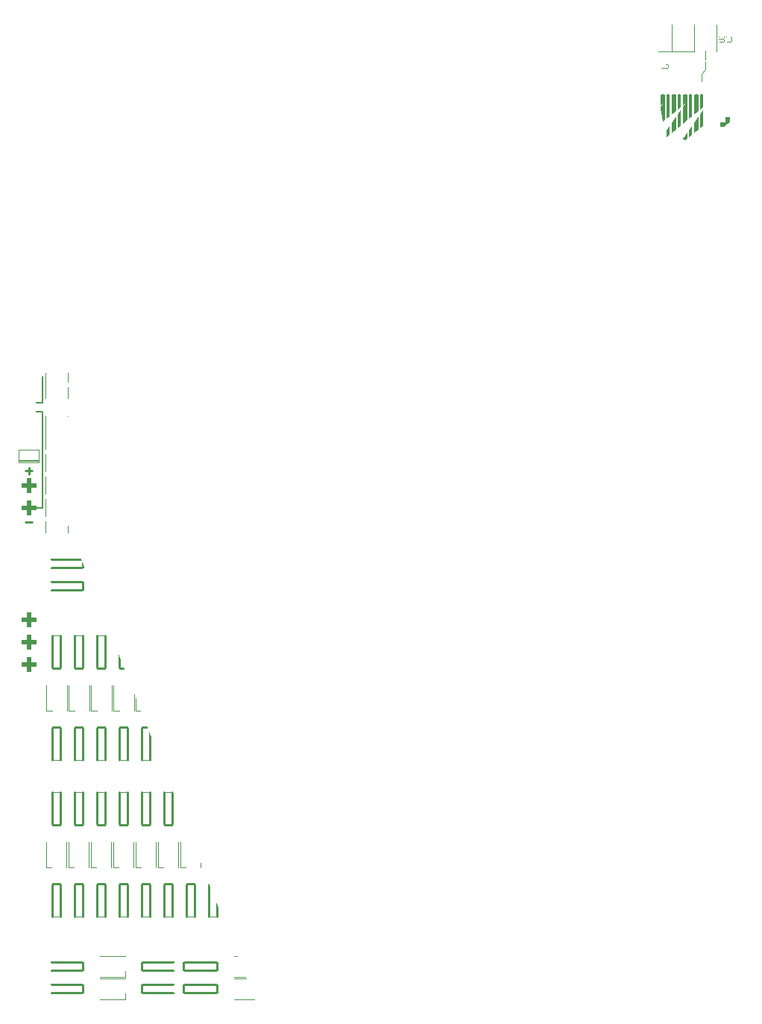
<source format=gto>
%TF.GenerationSoftware,KiCad,Pcbnew,7.0.7*%
%TF.CreationDate,2023-10-12T12:03:03-07:00*%
%TF.ProjectId,JumperLUX,4a756d70-6572-44c5-9558-2e6b69636164,rev?*%
%TF.SameCoordinates,Original*%
%TF.FileFunction,Legend,Top*%
%TF.FilePolarity,Positive*%
%FSLAX46Y46*%
G04 Gerber Fmt 4.6, Leading zero omitted, Abs format (unit mm)*
G04 Created by KiCad (PCBNEW 7.0.7) date 2023-10-12 12:03:03*
%MOMM*%
%LPD*%
G01*
G04 APERTURE LIST*
G04 Aperture macros list*
%AMRoundRect*
0 Rectangle with rounded corners*
0 $1 Rounding radius*
0 $2 $3 $4 $5 $6 $7 $8 $9 X,Y pos of 4 corners*
0 Add a 4 corners polygon primitive as box body*
4,1,4,$2,$3,$4,$5,$6,$7,$8,$9,$2,$3,0*
0 Add four circle primitives for the rounded corners*
1,1,$1+$1,$2,$3*
1,1,$1+$1,$4,$5*
1,1,$1+$1,$6,$7*
1,1,$1+$1,$8,$9*
0 Add four rect primitives between the rounded corners*
20,1,$1+$1,$2,$3,$4,$5,0*
20,1,$1+$1,$4,$5,$6,$7,0*
20,1,$1+$1,$6,$7,$8,$9,0*
20,1,$1+$1,$8,$9,$2,$3,0*%
%AMFreePoly0*
4,1,39,0.250000,0.845344,0.338849,0.845344,0.512664,0.808398,0.675000,0.736122,0.818761,0.631673,0.937664,0.499617,1.026514,0.345726,1.081425,0.176725,1.100000,0.000000,1.081425,-0.176725,1.026514,-0.345726,0.937664,-0.499617,0.818761,-0.631673,0.675000,-0.736122,0.512664,-0.808398,0.338849,-0.845344,0.250000,-0.845344,0.250000,-0.850000,-0.250000,-0.850000,-0.250000,-0.845344,
-0.338849,-0.845344,-0.512664,-0.808398,-0.675000,-0.736122,-0.818761,-0.631673,-0.937664,-0.499617,-1.026514,-0.345726,-1.081425,-0.176725,-1.100000,0.000000,-1.081425,0.176725,-1.026514,0.345726,-0.937664,0.499617,-0.818761,0.631673,-0.675000,0.736122,-0.512664,0.808398,-0.338849,0.845344,-0.250000,0.845344,-0.250000,0.850000,0.250000,0.850000,0.250000,0.845344,0.250000,0.845344,
$1*%
%AMFreePoly1*
4,1,59,0.250000,0.845344,0.338849,0.845344,0.512664,0.808398,0.675000,0.736122,0.818761,0.631673,0.937664,0.499617,1.012030,0.370812,1.075002,0.307840,1.175960,0.250000,1.210000,0.250000,1.305671,0.230970,1.386777,0.176777,1.440970,0.095671,1.460000,0.000000,1.440970,-0.095671,1.386777,-0.176777,1.305671,-0.230970,1.210000,-0.250000,1.175960,-0.250000,1.075002,-0.307840,
1.012030,-0.370812,0.937664,-0.499617,0.818761,-0.631673,0.675000,-0.736122,0.512664,-0.808398,0.338849,-0.845344,0.250000,-0.845344,0.250000,-0.850000,-0.250000,-0.850000,-0.250000,-0.845344,-0.338849,-0.845344,-0.512664,-0.808398,-0.675000,-0.736122,-0.818761,-0.631673,-0.937664,-0.499617,-1.012030,-0.370812,-1.075001,-0.307840,-1.175960,-0.250000,-1.210000,-0.250000,-1.305671,-0.230970,
-1.386777,-0.176777,-1.440970,-0.095671,-1.460000,0.000000,-1.440970,0.095671,-1.386777,0.176777,-1.305671,0.230970,-1.210000,0.250000,-1.175960,0.250000,-1.075001,0.307840,-1.012030,0.370812,-0.937664,0.499617,-0.818761,0.631673,-0.675000,0.736122,-0.512664,0.808398,-0.338849,0.845344,-0.250000,0.845344,-0.250000,0.850000,0.250000,0.850000,0.250000,0.845344,0.250000,0.845344,
$1*%
%AMFreePoly2*
4,1,19,0.500000,-0.750000,0.000000,-0.750000,0.000000,-0.744911,-0.071157,-0.744911,-0.207708,-0.704816,-0.327430,-0.627875,-0.420627,-0.520320,-0.479746,-0.390866,-0.500000,-0.250000,-0.500000,0.250000,-0.479746,0.390866,-0.420627,0.520320,-0.327430,0.627875,-0.207708,0.704816,-0.071157,0.744911,0.000000,0.744911,0.000000,0.750000,0.500000,0.750000,0.500000,-0.750000,0.500000,-0.750000,
$1*%
%AMFreePoly3*
4,1,19,0.000000,0.744911,0.071157,0.744911,0.207708,0.704816,0.327430,0.627875,0.420627,0.520320,0.479746,0.390866,0.500000,0.250000,0.500000,-0.250000,0.479746,-0.390866,0.420627,-0.520320,0.327430,-0.627875,0.207708,-0.704816,0.071157,-0.744911,0.000000,-0.744911,0.000000,-0.750000,-0.500000,-0.750000,-0.500000,0.750000,0.000000,0.750000,0.000000,0.744911,0.000000,0.744911,
$1*%
%AMFreePoly4*
4,1,49,0.250000,0.845344,0.338849,0.845344,0.512664,0.808398,0.675000,0.736122,0.818761,0.631673,0.937664,0.499617,1.012030,0.370812,1.075002,0.307840,1.175960,0.250000,1.210000,0.250000,1.305671,0.230970,1.386777,0.176777,1.440970,0.095671,1.460000,0.000000,1.440970,-0.095671,1.386777,-0.176777,1.305671,-0.230970,1.210000,-0.250000,1.175960,-0.250000,1.075002,-0.307840,
1.012030,-0.370812,0.937664,-0.499617,0.818761,-0.631673,0.675000,-0.736122,0.512664,-0.808398,0.338849,-0.845344,0.250000,-0.845344,0.250000,-0.850000,-0.250000,-0.850000,-0.250000,-0.845344,-0.338849,-0.845344,-0.512664,-0.808398,-0.675000,-0.736122,-0.818761,-0.631673,-0.937664,-0.499617,-1.026514,-0.345726,-1.081425,-0.176725,-1.100000,0.000000,-1.081425,0.176725,-1.026514,0.345726,
-0.937664,0.499617,-0.818761,0.631673,-0.675000,0.736122,-0.512664,0.808398,-0.338849,0.845344,-0.250000,0.845344,-0.250000,0.850000,0.250000,0.850000,0.250000,0.845344,0.250000,0.845344,$1*%
%AMFreePoly5*
4,1,49,0.250000,0.845344,0.338849,0.845344,0.512664,0.808398,0.675000,0.736122,0.818761,0.631673,0.937664,0.499617,1.026514,0.345726,1.081425,0.176725,1.100000,0.000000,1.081425,-0.176725,1.026514,-0.345726,0.937664,-0.499617,0.818761,-0.631673,0.675000,-0.736122,0.512664,-0.808398,0.338849,-0.845344,0.250000,-0.845344,0.250000,-0.850000,-0.250000,-0.850000,-0.250000,-0.845344,
-0.338849,-0.845344,-0.512664,-0.808398,-0.675000,-0.736122,-0.818761,-0.631673,-0.937664,-0.499617,-1.012030,-0.370812,-1.075001,-0.307840,-1.175960,-0.250000,-1.210000,-0.250000,-1.305671,-0.230970,-1.386777,-0.176777,-1.440970,-0.095671,-1.460000,0.000000,-1.440970,0.095671,-1.386777,0.176777,-1.305671,0.230970,-1.210000,0.250000,-1.175960,0.250000,-1.075001,0.307840,-1.012030,0.370812,
-0.937664,0.499617,-0.818761,0.631673,-0.675000,0.736122,-0.512664,0.808398,-0.338849,0.845344,-0.250000,0.845344,-0.250000,0.850000,0.250000,0.850000,0.250000,0.845344,0.250000,0.845344,$1*%
G04 Aperture macros list end*
%ADD10C,0.080000*%
%ADD11C,0.120000*%
%ADD12C,0.170000*%
%ADD13C,0.150000*%
%ADD14C,0.250000*%
%ADD15C,0.125000*%
%ADD16C,0.225000*%
%ADD17C,0.500000*%
%ADD18R,0.700000X0.700000*%
%ADD19FreePoly0,270.000000*%
%ADD20RoundRect,0.595000X-0.255000X-0.255000X0.255000X-0.255000X0.255000X0.255000X-0.255000X0.255000X0*%
%ADD21FreePoly1,90.000000*%
%ADD22FreePoly2,90.000000*%
%ADD23FreePoly3,90.000000*%
%ADD24FreePoly4,270.000000*%
%ADD25RoundRect,0.062500X-0.220971X-0.309359X0.309359X0.220971X0.220971X0.309359X-0.309359X-0.220971X0*%
%ADD26RoundRect,0.062500X2.165515X-2.253903X2.253903X-2.165515X-2.165515X2.253903X-2.253903X2.165515X0*%
%ADD27RoundRect,0.062500X1.988738X-2.077126X2.077126X-1.988738X-1.988738X2.077126X-2.077126X1.988738X0*%
%ADD28RoundRect,0.062500X1.811961X-1.900349X1.900349X-1.811961X-1.811961X1.900349X-1.900349X1.811961X0*%
%ADD29RoundRect,0.062500X1.635184X-1.723573X1.723573X-1.635184X-1.635184X1.723573X-1.723573X1.635184X0*%
%ADD30RoundRect,0.062500X1.458408X-1.546796X1.546796X-1.458408X-1.458408X1.546796X-1.546796X1.458408X0*%
%ADD31RoundRect,0.062500X1.281631X-1.370019X1.370019X-1.281631X-1.281631X1.370019X-1.370019X1.281631X0*%
%ADD32RoundRect,0.062500X1.104854X-1.193243X1.193243X-1.104854X-1.104854X1.193243X-1.193243X1.104854X0*%
%ADD33RoundRect,0.062500X0.928078X-1.016466X1.016466X-0.928078X-0.928078X1.016466X-1.016466X0.928078X0*%
%ADD34RoundRect,0.062500X0.751301X-0.839689X0.839689X-0.751301X-0.751301X0.839689X-0.839689X0.751301X0*%
%ADD35RoundRect,0.062500X0.574524X-0.662913X0.662913X-0.574524X-0.574524X0.662913X-0.662913X0.574524X0*%
%ADD36RoundRect,0.062500X0.397748X-0.486136X0.486136X-0.397748X-0.397748X0.486136X-0.486136X0.397748X0*%
%ADD37RoundRect,0.062500X0.220971X-0.309359X0.309359X-0.220971X-0.220971X0.309359X-0.309359X0.220971X0*%
%ADD38RoundRect,0.062500X-0.397748X-0.486136X0.486136X0.397748X0.397748X0.486136X-0.486136X-0.397748X0*%
%ADD39RoundRect,0.062500X-0.574524X-0.662913X0.662913X0.574524X0.574524X0.662913X-0.662913X-0.574524X0*%
%ADD40RoundRect,0.062500X-0.751301X-0.839689X0.839689X0.751301X0.751301X0.839689X-0.839689X-0.751301X0*%
%ADD41RoundRect,0.062500X-0.928078X-1.016466X1.016466X0.928078X0.928078X1.016466X-1.016466X-0.928078X0*%
%ADD42RoundRect,0.062500X-1.104854X-1.193243X1.193243X1.104854X1.104854X1.193243X-1.193243X-1.104854X0*%
%ADD43RoundRect,0.062500X-1.281631X-1.370019X1.370019X1.281631X1.281631X1.370019X-1.370019X-1.281631X0*%
%ADD44RoundRect,0.062500X-1.458408X-1.546796X1.546796X1.458408X1.458408X1.546796X-1.546796X-1.458408X0*%
%ADD45RoundRect,0.062500X-1.635184X-1.723573X1.723573X1.635184X1.635184X1.723573X-1.723573X-1.635184X0*%
%ADD46RoundRect,0.062500X-1.811961X-1.900349X1.900349X1.811961X1.811961X1.900349X-1.900349X-1.811961X0*%
%ADD47RoundRect,0.062500X-1.988738X-2.077126X2.077126X1.988738X1.988738X2.077126X-2.077126X-1.988738X0*%
%ADD48RoundRect,0.062500X-2.165515X-2.253903X2.253903X2.165515X2.165515X2.253903X-2.253903X-2.165515X0*%
%ADD49FreePoly5,90.000000*%
%ADD50FreePoly2,270.000000*%
%ADD51FreePoly3,270.000000*%
%ADD52RoundRect,0.087500X-0.287262X-0.411006X0.411006X0.287262X0.287262X0.411006X-0.411006X-0.287262X0*%
%ADD53RoundRect,0.087500X2.894718X-3.018462X3.018462X-2.894718X-2.894718X3.018462X-3.018462X2.894718X0*%
%ADD54RoundRect,0.087500X2.664909X-2.788652X2.788652X-2.664909X-2.664909X2.788652X-2.788652X2.664909X0*%
%ADD55RoundRect,0.087500X2.435099X-2.558843X2.558843X-2.435099X-2.435099X2.558843X-2.558843X2.435099X0*%
%ADD56RoundRect,0.087500X2.205289X-2.329033X2.329033X-2.205289X-2.205289X2.329033X-2.329033X2.205289X0*%
%ADD57RoundRect,0.087500X1.975480X-2.099223X2.099223X-1.975480X-1.975480X2.099223X-2.099223X1.975480X0*%
%ADD58RoundRect,0.087500X1.745670X-1.869414X1.869414X-1.745670X-1.745670X1.869414X-1.869414X1.745670X0*%
%ADD59RoundRect,0.087500X1.515860X-1.639604X1.639604X-1.515860X-1.515860X1.639604X-1.639604X1.515860X0*%
%ADD60RoundRect,0.087500X1.286050X-1.409794X1.409794X-1.286050X-1.286050X1.409794X-1.409794X1.286050X0*%
%ADD61RoundRect,0.087500X1.056241X-1.179984X1.179984X-1.056241X-1.056241X1.179984X-1.179984X1.056241X0*%
%ADD62RoundRect,0.087500X0.826431X-0.950175X0.950175X-0.826431X-0.826431X0.950175X-0.950175X0.826431X0*%
%ADD63RoundRect,0.087500X0.596621X-0.720365X0.720365X-0.596621X-0.596621X0.720365X-0.720365X0.596621X0*%
%ADD64RoundRect,0.087500X0.366812X-0.490555X0.490555X-0.366812X-0.366812X0.490555X-0.490555X0.366812X0*%
%ADD65RoundRect,0.087500X0.167938X-0.291682X0.291682X-0.167938X-0.167938X0.291682X-0.291682X0.167938X0*%
%ADD66RoundRect,0.087500X-0.167938X-0.291682X0.291682X0.167938X0.167938X0.291682X-0.291682X-0.167938X0*%
%ADD67RoundRect,0.087500X-0.366812X-0.490555X0.490555X0.366812X0.366812X0.490555X-0.490555X-0.366812X0*%
%ADD68RoundRect,0.087500X-0.596621X-0.720365X0.720365X0.596621X0.596621X0.720365X-0.720365X-0.596621X0*%
%ADD69RoundRect,0.087500X-0.826431X-0.950175X0.950175X0.826431X0.826431X0.950175X-0.950175X-0.826431X0*%
%ADD70RoundRect,0.087500X-1.056241X-1.179984X1.179984X1.056241X1.056241X1.179984X-1.179984X-1.056241X0*%
%ADD71RoundRect,0.087500X-1.286050X-1.409794X1.409794X1.286050X1.286050X1.409794X-1.409794X-1.286050X0*%
%ADD72RoundRect,0.087500X-1.515860X-1.639604X1.639604X1.515860X1.515860X1.639604X-1.639604X-1.515860X0*%
%ADD73RoundRect,0.087500X-1.745670X-1.869414X1.869414X1.745670X1.745670X1.869414X-1.869414X-1.745670X0*%
%ADD74RoundRect,0.087500X-1.975480X-2.099223X2.099223X1.975480X1.975480X2.099223X-2.099223X-1.975480X0*%
%ADD75RoundRect,0.087500X-2.205289X-2.329033X2.329033X2.205289X2.205289X2.329033X-2.329033X-2.205289X0*%
%ADD76RoundRect,0.087500X-2.435099X-2.558843X2.558843X2.435099X2.435099X2.558843X-2.558843X-2.435099X0*%
%ADD77RoundRect,0.087500X-2.664909X-2.788652X2.788652X2.664909X2.664909X2.788652X-2.788652X-2.664909X0*%
%ADD78RoundRect,0.087500X-2.894718X-3.018462X3.018462X2.894718X2.894718X3.018462X-3.018462X-2.894718X0*%
%ADD79RoundRect,0.087500X0.411006X-0.287262X-0.287262X0.411006X-0.411006X0.287262X0.287262X-0.411006X0*%
%ADD80RoundRect,0.087500X0.287262X-0.411006X0.411006X-0.287262X-0.287262X0.411006X-0.411006X0.287262X0*%
%ADD81RoundRect,0.050000X-0.238649X-0.309359X0.309359X0.238649X0.238649X0.309359X-0.309359X-0.238649X0*%
%ADD82RoundRect,0.050000X-0.309359X-0.380070X0.380070X0.309359X0.309359X0.380070X-0.380070X-0.309359X0*%
%ADD83RoundRect,0.050000X-0.450781X-0.521491X0.521491X0.450781X0.450781X0.521491X-0.521491X-0.450781X0*%
%ADD84RoundRect,0.050000X0.238649X-0.309359X0.309359X-0.238649X-0.238649X0.309359X-0.309359X0.238649X0*%
%ADD85RoundRect,0.050000X0.309359X-0.380070X0.380070X-0.309359X-0.309359X0.380070X-0.380070X0.309359X0*%
%ADD86RoundRect,0.050000X0.450781X-0.521491X0.521491X-0.450781X-0.450781X0.521491X-0.521491X0.450781X0*%
%ADD87RoundRect,0.144000X0.000000X-2.059095X2.059095X0.000000X0.000000X2.059095X-2.059095X0.000000X0*%
%ADD88FreePoly1,270.000000*%
%ADD89FreePoly4,90.000000*%
%ADD90RoundRect,0.120000X1.880000X-0.480000X1.880000X0.480000X-1.880000X0.480000X-1.880000X-0.480000X0*%
%ADD91O,1.300000X2.000000*%
%ADD92RoundRect,0.120000X-1.880000X0.480000X-1.880000X-0.480000X1.880000X-0.480000X1.880000X0.480000X0*%
%ADD93RoundRect,0.120000X-0.480000X-1.880000X0.480000X-1.880000X0.480000X1.880000X-0.480000X1.880000X0*%
%ADD94O,1.700000X1.000000*%
%ADD95RoundRect,0.125000X0.125000X-2.510250X0.125000X2.510250X-0.125000X2.510250X-0.125000X-2.510250X0*%
%ADD96RoundRect,0.087500X0.087500X-2.547750X0.087500X2.547750X-0.087500X2.547750X-0.087500X-2.547750X0*%
%ADD97RoundRect,0.137500X-0.380070X-0.574524X0.574524X0.380070X0.380070X0.574524X-0.574524X-0.380070X0*%
%ADD98RoundRect,0.137500X3.482501X-3.676955X3.676955X-3.482501X-3.482501X3.676955X-3.676955X3.482501X0*%
%ADD99RoundRect,0.137500X3.199658X-3.394113X3.394113X-3.199658X-3.199658X3.394113X-3.394113X3.199658X0*%
%ADD100RoundRect,0.137500X2.916815X-3.111270X3.111270X-2.916815X-2.916815X3.111270X-3.111270X2.916815X0*%
%ADD101RoundRect,0.137500X2.633973X-2.828427X2.828427X-2.633973X-2.633973X2.828427X-2.828427X2.633973X0*%
%ADD102RoundRect,0.137500X2.351130X-2.545584X2.545584X-2.351130X-2.351130X2.545584X-2.545584X2.351130X0*%
%ADD103RoundRect,0.137500X2.068287X-2.262742X2.262742X-2.068287X-2.068287X2.262742X-2.262742X2.068287X0*%
%ADD104RoundRect,0.137500X1.785445X-1.979899X1.979899X-1.785445X-1.785445X1.979899X-1.979899X1.785445X0*%
%ADD105RoundRect,0.137500X1.502602X-1.697056X1.697056X-1.502602X-1.502602X1.697056X-1.697056X1.502602X0*%
%ADD106RoundRect,0.137500X1.219759X-1.414214X1.414214X-1.219759X-1.219759X1.414214X-1.414214X1.219759X0*%
%ADD107RoundRect,0.137500X0.936916X-1.131371X1.131371X-0.936916X-0.936916X1.131371X-1.131371X0.936916X0*%
%ADD108RoundRect,0.137500X0.654074X-0.848528X0.848528X-0.654074X-0.654074X0.848528X-0.848528X0.654074X0*%
%ADD109RoundRect,0.137500X0.371231X-0.565685X0.565685X-0.371231X-0.371231X0.565685X-0.565685X0.371231X0*%
%ADD110RoundRect,0.137500X-0.371231X-0.565685X0.565685X0.371231X0.371231X0.565685X-0.565685X-0.371231X0*%
%ADD111RoundRect,0.137500X-0.654074X-0.848528X0.848528X0.654074X0.654074X0.848528X-0.848528X-0.654074X0*%
%ADD112RoundRect,0.137500X-0.936916X-1.131371X1.131371X0.936916X0.936916X1.131371X-1.131371X-0.936916X0*%
%ADD113RoundRect,0.137500X-1.219759X-1.414214X1.414214X1.219759X1.219759X1.414214X-1.414214X-1.219759X0*%
%ADD114RoundRect,0.137500X-1.502602X-1.697056X1.697056X1.502602X1.502602X1.697056X-1.697056X-1.502602X0*%
%ADD115RoundRect,0.137500X-1.785445X-1.979899X1.979899X1.785445X1.785445X1.979899X-1.979899X-1.785445X0*%
%ADD116RoundRect,0.137500X-2.068287X-2.262742X2.262742X2.068287X2.068287X2.262742X-2.262742X-2.068287X0*%
%ADD117RoundRect,0.137500X-2.351130X-2.545584X2.545584X2.351130X2.351130X2.545584X-2.545584X-2.351130X0*%
%ADD118RoundRect,0.137500X-2.633973X-2.828427X2.828427X2.633973X2.633973X2.828427X-2.828427X-2.633973X0*%
%ADD119RoundRect,0.137500X-2.916815X-3.111270X3.111270X2.916815X2.916815X3.111270X-3.111270X-2.916815X0*%
%ADD120RoundRect,0.137500X-3.199658X-3.394113X3.394113X3.199658X3.199658X3.394113X-3.394113X-3.199658X0*%
%ADD121RoundRect,0.137500X-3.482501X-3.676955X3.676955X3.482501X3.482501X3.676955X-3.676955X-3.482501X0*%
%ADD122RoundRect,0.137500X0.380070X-0.574524X0.574524X-0.380070X-0.380070X0.574524X-0.574524X0.380070X0*%
%ADD123FreePoly5,270.000000*%
%ADD124FreePoly0,90.000000*%
G04 APERTURE END LIST*
D10*
X63957200Y-99999800D02*
X63957200Y-100711000D01*
X64465200Y-99999800D02*
X64465200Y-100711000D01*
D11*
X86918800Y-91948000D02*
X87985600Y-93014800D01*
X64642998Y-112039401D02*
X62357001Y-112039400D01*
D10*
X63703200Y-99999800D02*
X63703200Y-100711000D01*
X64769998Y-78282800D02*
X64769998Y-77571600D01*
D12*
X143510000Y-106680000D02*
X141986000Y-106680000D01*
D11*
X101930200Y-80987325D02*
X105201448Y-77716077D01*
X91363800Y-80987325D02*
X100253800Y-80987325D01*
X62788799Y-99999800D02*
X62788799Y-101447600D01*
D10*
X63753999Y-78282801D02*
X63753999Y-77571601D01*
D11*
X100465303Y-92642103D02*
X101904800Y-94081600D01*
X88011000Y-84187725D02*
X88011000Y-80987325D01*
D10*
X65023998Y-78282800D02*
X65023999Y-77571600D01*
D11*
X78333600Y-93726000D02*
X78333600Y-100076000D01*
X64642998Y-111760003D02*
X62357000Y-111760000D01*
X117602000Y-93980000D02*
X119024400Y-95402400D01*
D12*
X141986000Y-118618000D02*
X141986000Y-127000000D01*
D11*
X62357000Y-124244099D02*
X62357000Y-124129800D01*
D12*
X65024000Y-117602000D02*
X64262000Y-117602000D01*
D11*
X64642999Y-124244099D02*
X62357000Y-124244099D01*
X70053200Y-91541600D02*
X67868800Y-93726000D01*
D10*
X62788799Y-100723700D02*
X65074799Y-100723702D01*
D11*
X139954000Y-94818200D02*
X139954000Y-96723200D01*
D10*
X64846200Y-99999800D02*
X64846200Y-100711000D01*
D11*
X142367001Y-124244099D02*
X142367001Y-124129800D01*
D10*
X64592200Y-99999800D02*
X64592200Y-100711000D01*
D11*
X78536800Y-96215200D02*
X90932000Y-96215200D01*
X64643001Y-113207801D02*
X64642998Y-111760003D01*
D12*
X64770000Y-109220000D02*
X65024000Y-109220000D01*
D11*
X144653000Y-124358399D02*
X144653000Y-124129799D01*
D10*
X62941200Y-99999800D02*
X62941200Y-100711000D01*
D11*
X64643000Y-124383800D02*
X64643000Y-122936000D01*
X91795600Y-93065600D02*
X91135200Y-93726000D01*
X144653002Y-113068103D02*
X144652999Y-111620305D01*
X78359000Y-83476525D02*
X78359000Y-77724000D01*
D10*
X63118997Y-78282799D02*
X63118998Y-77571600D01*
D11*
X119049800Y-81800125D02*
X119049800Y-77724000D01*
X62357000Y-124383798D02*
X64643000Y-124383800D01*
X140360400Y-97180400D02*
X139954000Y-96774000D01*
X144652999Y-111899703D02*
X142367002Y-111899702D01*
X91135200Y-93726000D02*
X91135200Y-100076000D01*
D10*
X63195200Y-99999800D02*
X63195200Y-100711000D01*
D11*
X106502200Y-82968525D02*
X105740200Y-82206525D01*
X140360400Y-79794100D02*
X140360400Y-77635100D01*
X80060800Y-91998800D02*
X78333600Y-93726000D01*
X142367001Y-124129800D02*
X142367000Y-124053599D01*
X62357001Y-111899701D02*
X64642999Y-111899703D01*
X101904800Y-96215200D02*
X105764835Y-100075235D01*
D10*
X63322200Y-99999800D02*
X63322200Y-100711000D01*
D11*
X78562200Y-80987325D02*
X90957400Y-80987325D01*
D13*
X64135000Y-103505000D02*
X142875000Y-103505000D01*
D12*
X141986000Y-127000000D02*
X143510000Y-127000000D01*
D10*
X62991998Y-78282800D02*
X62991998Y-77571600D01*
X63372999Y-78282798D02*
X63372998Y-77571598D01*
D11*
X62788799Y-101447600D02*
X65125603Y-101447601D01*
X144653000Y-124244099D02*
X142367001Y-124244099D01*
X87985600Y-93014800D02*
X87985600Y-96215200D01*
X100965000Y-77724000D02*
X98399600Y-77724000D01*
D10*
X64642998Y-78282800D02*
X64642998Y-77571600D01*
D11*
X62839595Y-76834999D02*
X62839598Y-78282796D01*
X80086200Y-85203725D02*
X78359000Y-83476525D01*
D10*
X63576200Y-99999800D02*
X63576200Y-100711000D01*
X65176399Y-77558900D02*
X62890399Y-77558898D01*
D11*
X144653001Y-111874301D02*
X144653002Y-111950502D01*
X142367001Y-124383798D02*
X144653001Y-124383800D01*
D12*
X65024000Y-109220000D02*
X65024000Y-117602000D01*
D10*
X64007998Y-78282800D02*
X64007998Y-77571600D01*
D11*
X65176399Y-76835000D02*
X62839595Y-76834999D01*
D12*
X65024000Y-118618000D02*
X65024000Y-127000000D01*
D11*
X142366999Y-122936000D02*
X142367001Y-124383798D01*
X117627400Y-83222525D02*
X119049800Y-81800125D01*
X98676552Y-100078448D02*
X102058350Y-96696650D01*
X144653000Y-111760005D02*
X144653001Y-111874301D01*
X142367001Y-124104400D02*
X144653000Y-124104400D01*
X103530400Y-77724000D02*
X139090400Y-77724000D01*
X139928600Y-80225900D02*
X139928600Y-80340200D01*
D10*
X64261998Y-78282800D02*
X64261999Y-77571600D01*
D11*
X70078600Y-85660925D02*
X67894200Y-83476525D01*
X65405000Y-100076000D02*
X100965000Y-100076000D01*
X77495400Y-80987325D02*
X78155800Y-80987325D01*
D12*
X63500000Y-109220000D02*
X64770000Y-109220000D01*
D10*
X63245998Y-78282800D02*
X63246000Y-77571600D01*
D11*
X106476800Y-94234000D02*
X105714800Y-94996000D01*
X139954000Y-96774000D02*
X139954000Y-96723200D01*
X99297337Y-77719462D02*
X102083750Y-80505875D01*
X144652999Y-111620305D02*
X142367001Y-111620302D01*
X100490703Y-84560422D02*
X101930200Y-83120925D01*
X62357000Y-124129800D02*
X62356999Y-124053599D01*
D10*
X64973200Y-99999800D02*
X64973200Y-100711000D01*
X64388997Y-78282800D02*
X64388999Y-77571601D01*
D11*
X101930200Y-83120925D02*
X101930200Y-82409725D01*
X77470000Y-96215200D02*
X78130400Y-96215200D01*
D10*
X63499999Y-78282799D02*
X63499997Y-77571601D01*
X63880998Y-78282800D02*
X63880998Y-77571600D01*
D11*
X65176397Y-78257395D02*
X65176398Y-78028799D01*
X62788800Y-100025203D02*
X62788800Y-100253801D01*
D10*
X64515997Y-78282801D02*
X64515997Y-77571600D01*
D11*
X62357000Y-113207800D02*
X64643001Y-113207801D01*
D12*
X65024000Y-127000000D02*
X65024000Y-129540000D01*
D11*
X65125603Y-101447601D02*
X65125600Y-99999803D01*
X86944200Y-85254525D02*
X88011000Y-84187725D01*
X62357001Y-111785403D02*
X62357001Y-112014001D01*
X62357000Y-124104400D02*
X64642999Y-124104400D01*
X119024400Y-95402400D02*
X119024400Y-100076000D01*
X77495400Y-84136925D02*
X77495400Y-80987325D01*
X64643000Y-112013999D02*
X64643001Y-112090200D01*
X144653001Y-122936000D02*
X142366999Y-122936000D01*
X67894200Y-83476525D02*
X67894200Y-77724000D01*
D12*
X65024000Y-129540000D02*
X63500000Y-129540000D01*
D10*
X64211200Y-99999800D02*
X64211200Y-100711000D01*
D11*
X100177600Y-96215200D02*
X101904800Y-96215200D01*
X101904800Y-94538800D02*
X101904800Y-96215200D01*
X105714800Y-94996000D02*
X103784400Y-94996000D01*
X100203000Y-80987325D02*
X101930200Y-80987325D01*
X101930200Y-82663725D02*
X101930200Y-80987325D01*
X102408171Y-96372229D02*
X103784400Y-94996000D01*
X77470000Y-93065600D02*
X77470000Y-96215200D01*
X62357000Y-111760000D02*
X62357000Y-113207800D01*
D12*
X142748000Y-118618000D02*
X141986000Y-118618000D01*
D10*
X64896999Y-78282801D02*
X64896998Y-77571600D01*
D11*
X142367001Y-113068102D02*
X144653002Y-113068103D01*
D12*
X141986000Y-106680000D02*
X141986000Y-117602000D01*
D11*
X91160600Y-83476525D02*
X91160600Y-77724000D01*
X142367002Y-111760003D02*
X144653000Y-111760005D01*
D10*
X64719200Y-99999800D02*
X64719200Y-100711000D01*
D11*
X91338400Y-96215200D02*
X100228400Y-96215200D01*
X91821000Y-84136925D02*
X91160600Y-83476525D01*
X65125600Y-99999803D02*
X62788799Y-99999800D01*
D10*
X63068200Y-99999800D02*
X63068200Y-100711000D01*
D11*
X62839598Y-78282796D02*
X65176400Y-78282801D01*
X65176400Y-78282801D02*
X65176399Y-76835000D01*
D10*
X64084200Y-99999800D02*
X64084200Y-100711000D01*
D12*
X65024000Y-118618000D02*
X64262000Y-118618000D01*
D11*
X103505000Y-100076000D02*
X139065000Y-100076000D01*
X67868800Y-93726000D02*
X67868800Y-100076000D01*
X140360400Y-97180400D02*
X140360400Y-99999800D01*
X142367001Y-111620302D02*
X142367001Y-113068102D01*
X65481200Y-77724000D02*
X98450400Y-77724000D01*
X75996800Y-91592400D02*
X77470000Y-93065600D01*
X144653001Y-124383800D02*
X144653001Y-122936000D01*
D10*
X64134998Y-78282800D02*
X64134998Y-77571600D01*
D11*
X139928600Y-82296000D02*
X139928600Y-80340200D01*
D10*
X63626999Y-78282801D02*
X63626998Y-77571600D01*
D11*
X64642999Y-111899703D02*
X64643000Y-112013999D01*
D10*
X64338200Y-99999800D02*
X64338200Y-100711000D01*
D11*
X102433571Y-80830296D02*
X103809800Y-82206525D01*
X64642999Y-124358399D02*
X64642999Y-124129799D01*
X101904800Y-94081600D02*
X101904800Y-94792800D01*
X140360400Y-79794100D02*
X139928600Y-80225900D01*
X105740200Y-82206525D02*
X103809800Y-82206525D01*
X142367002Y-111645705D02*
X142367002Y-111874303D01*
D10*
X63830200Y-99999800D02*
X63830200Y-100711000D01*
D12*
X141986000Y-117602000D02*
X142748000Y-117602000D01*
D11*
X64643000Y-122936000D02*
X62356998Y-122936000D01*
X62356998Y-122936000D02*
X62357000Y-124383798D01*
D10*
X63449200Y-99999800D02*
X63449200Y-100711000D01*
D11*
X76022200Y-85610125D02*
X77495400Y-84136925D01*
D14*
G36*
X78100776Y-90049864D02*
G01*
X78114986Y-90050722D01*
X78129315Y-90052586D01*
X78138933Y-90054386D01*
X78148604Y-90056634D01*
X78158328Y-90059327D01*
X78168104Y-90062468D01*
X78177932Y-90066055D01*
X78187814Y-90070088D01*
X78197748Y-90074569D01*
X78207734Y-90079496D01*
X78217773Y-90084869D01*
X78227865Y-90090689D01*
X78238010Y-90096956D01*
X78248207Y-90103669D01*
X78258456Y-90110829D01*
X78268878Y-90118406D01*
X78279545Y-90126413D01*
X78290460Y-90134850D01*
X78301622Y-90143718D01*
X78313031Y-90153017D01*
X78324686Y-90162746D01*
X78336589Y-90172905D01*
X78348738Y-90183495D01*
X78361135Y-90194515D01*
X78373778Y-90205965D01*
X78386668Y-90217846D01*
X78399805Y-90230158D01*
X78413189Y-90242899D01*
X78426820Y-90256072D01*
X78440698Y-90269674D01*
X78447730Y-90276637D01*
X78454823Y-90283707D01*
X78479693Y-90308577D01*
X78486826Y-90315733D01*
X78493849Y-90322825D01*
X78500761Y-90329852D01*
X78514254Y-90343712D01*
X78527304Y-90357312D01*
X78539912Y-90370654D01*
X78552077Y-90383736D01*
X78563799Y-90396560D01*
X78575079Y-90409124D01*
X78585916Y-90421429D01*
X78596311Y-90433476D01*
X78606263Y-90445263D01*
X78615773Y-90456791D01*
X78624840Y-90468060D01*
X78633464Y-90479070D01*
X78641646Y-90489821D01*
X78649385Y-90500313D01*
X78653089Y-90505461D01*
X78660188Y-90515650D01*
X78666846Y-90525792D01*
X78673065Y-90535889D01*
X78678844Y-90545939D01*
X78684183Y-90555944D01*
X78689082Y-90565903D01*
X78693541Y-90575816D01*
X78697561Y-90585683D01*
X78701141Y-90595505D01*
X78704280Y-90605280D01*
X78706980Y-90615010D01*
X78709240Y-90624693D01*
X78711060Y-90634331D01*
X78712966Y-90648702D01*
X78713882Y-90662969D01*
X78713829Y-90677255D01*
X78712766Y-90691617D01*
X78710692Y-90706055D01*
X78708748Y-90715723D01*
X78706355Y-90725424D01*
X78703512Y-90735159D01*
X78700219Y-90744928D01*
X78696478Y-90754730D01*
X78692287Y-90764566D01*
X78687647Y-90774436D01*
X78682558Y-90784340D01*
X78677019Y-90794277D01*
X78671031Y-90804248D01*
X78664594Y-90814253D01*
X78661206Y-90819268D01*
X78654120Y-90829408D01*
X78646591Y-90839793D01*
X78638620Y-90850424D01*
X78630206Y-90861300D01*
X78621349Y-90872422D01*
X78612050Y-90883790D01*
X78602308Y-90895403D01*
X78592124Y-90907261D01*
X78581497Y-90919366D01*
X78570428Y-90931716D01*
X78558916Y-90944311D01*
X78546961Y-90957152D01*
X78534564Y-90970238D01*
X78521725Y-90983570D01*
X78508443Y-90997148D01*
X78494718Y-91010971D01*
X78474684Y-91031005D01*
X78467742Y-91037923D01*
X78454040Y-91051428D01*
X78440582Y-91064491D01*
X78427369Y-91077114D01*
X78414400Y-91089295D01*
X78401675Y-91101035D01*
X78389194Y-91112334D01*
X78376958Y-91123191D01*
X78364966Y-91133607D01*
X78353217Y-91143583D01*
X78341714Y-91153116D01*
X78330454Y-91162209D01*
X78319439Y-91170861D01*
X78308667Y-91179071D01*
X78298141Y-91186840D01*
X78287858Y-91194168D01*
X78282808Y-91197666D01*
X78272807Y-91204307D01*
X78262839Y-91210500D01*
X78252903Y-91216246D01*
X78242999Y-91221543D01*
X78233128Y-91226392D01*
X78223289Y-91230793D01*
X78213483Y-91234747D01*
X78203709Y-91238252D01*
X78193967Y-91241310D01*
X78184258Y-91243919D01*
X78174581Y-91246081D01*
X78164936Y-91247794D01*
X78150530Y-91249525D01*
X78136197Y-91250247D01*
X78126682Y-91250169D01*
X78112413Y-91249254D01*
X78098038Y-91247354D01*
X78088395Y-91245538D01*
X78078706Y-91243284D01*
X78068969Y-91240592D01*
X78059184Y-91237461D01*
X78049353Y-91233891D01*
X78039474Y-91229883D01*
X78029548Y-91225437D01*
X78019575Y-91220552D01*
X78009555Y-91215228D01*
X77999488Y-91209466D01*
X77989373Y-91203266D01*
X77979211Y-91196627D01*
X77969002Y-91189549D01*
X77958660Y-91182010D01*
X77948058Y-91174030D01*
X77937196Y-91165608D01*
X77926073Y-91156746D01*
X77914690Y-91147442D01*
X77903047Y-91137697D01*
X77891143Y-91127511D01*
X77878979Y-91116883D01*
X77866554Y-91105814D01*
X77853869Y-91094305D01*
X77840923Y-91082353D01*
X77827717Y-91069961D01*
X77814251Y-91057128D01*
X77800524Y-91043853D01*
X77786537Y-91030137D01*
X77779446Y-91023113D01*
X77772290Y-91015980D01*
X77747420Y-90991110D01*
X77740350Y-90984017D01*
X77733386Y-90976986D01*
X77726530Y-90970017D01*
X77713140Y-90956265D01*
X77700179Y-90942762D01*
X77687647Y-90929507D01*
X77675544Y-90916500D01*
X77663871Y-90903741D01*
X77652626Y-90891231D01*
X77641810Y-90878969D01*
X77631424Y-90866955D01*
X77621466Y-90855189D01*
X77611937Y-90843672D01*
X77602838Y-90832403D01*
X77594168Y-90821382D01*
X77585926Y-90810610D01*
X77578114Y-90800085D01*
X77574369Y-90794916D01*
X77567230Y-90784646D01*
X77560536Y-90774429D01*
X77554288Y-90764266D01*
X77548485Y-90754158D01*
X77543127Y-90744103D01*
X77538214Y-90734102D01*
X77533747Y-90724156D01*
X77529724Y-90714263D01*
X77526148Y-90704424D01*
X77523016Y-90694639D01*
X77520330Y-90684908D01*
X77518088Y-90675231D01*
X77516293Y-90665608D01*
X77514434Y-90651275D01*
X77513910Y-90642590D01*
X77603729Y-90642590D01*
X77604283Y-90653796D01*
X77605688Y-90665136D01*
X77607943Y-90676610D01*
X77611047Y-90688217D01*
X77615002Y-90699957D01*
X77619807Y-90711831D01*
X77625461Y-90723839D01*
X77631966Y-90735981D01*
X77639321Y-90748255D01*
X77644697Y-90756513D01*
X77650450Y-90764830D01*
X77653468Y-90769011D01*
X77659823Y-90777499D01*
X77666583Y-90786254D01*
X77673748Y-90795277D01*
X77681317Y-90804566D01*
X77689291Y-90814123D01*
X77697670Y-90823947D01*
X77706454Y-90834038D01*
X77715642Y-90844397D01*
X77725236Y-90855022D01*
X77735234Y-90865915D01*
X77745636Y-90877074D01*
X77756444Y-90888501D01*
X77767656Y-90900195D01*
X77779274Y-90912157D01*
X77791295Y-90924385D01*
X77803722Y-90936881D01*
X77826692Y-90959850D01*
X77835069Y-90968200D01*
X77843318Y-90976368D01*
X77851438Y-90984354D01*
X77859431Y-90992157D01*
X77867295Y-90999778D01*
X77875031Y-91007218D01*
X77882639Y-91014475D01*
X77890118Y-91021550D01*
X77897470Y-91028442D01*
X77904693Y-91035153D01*
X77915288Y-91044877D01*
X77925594Y-91054192D01*
X77935612Y-91063096D01*
X77945341Y-91071591D01*
X77954916Y-91079691D01*
X77964343Y-91087412D01*
X77973621Y-91094753D01*
X77982751Y-91101715D01*
X77991731Y-91108297D01*
X78000563Y-91114500D01*
X78009246Y-91120323D01*
X78017780Y-91125767D01*
X78026166Y-91130831D01*
X78037115Y-91136993D01*
X78039811Y-91138428D01*
X78050532Y-91143774D01*
X78061108Y-91148413D01*
X78071538Y-91152344D01*
X78081822Y-91155569D01*
X78091960Y-91158087D01*
X78101953Y-91159898D01*
X78111800Y-91161001D01*
X78121501Y-91161398D01*
X78133691Y-91160966D01*
X78143590Y-91159844D01*
X78153617Y-91158030D01*
X78163775Y-91155526D01*
X78174061Y-91152331D01*
X78184478Y-91148445D01*
X78195024Y-91143868D01*
X78203018Y-91139983D01*
X78213890Y-91134237D01*
X78225006Y-91127796D01*
X78233501Y-91122508D01*
X78242134Y-91116828D01*
X78250903Y-91110757D01*
X78259808Y-91104294D01*
X78268851Y-91097440D01*
X78278030Y-91090194D01*
X78287345Y-91082556D01*
X78296797Y-91074527D01*
X78306493Y-91066066D01*
X78316473Y-91057198D01*
X78326740Y-91047924D01*
X78337291Y-91038243D01*
X78344484Y-91031562D01*
X78351804Y-91024701D01*
X78359251Y-91017660D01*
X78366824Y-91010437D01*
X78374524Y-91003034D01*
X78382351Y-90995449D01*
X78390305Y-90987684D01*
X78398386Y-90979739D01*
X78406594Y-90971612D01*
X78414928Y-90963305D01*
X78427017Y-90951215D01*
X78435324Y-90942881D01*
X78443449Y-90934676D01*
X78451391Y-90926598D01*
X78459151Y-90918649D01*
X78466730Y-90910828D01*
X78474126Y-90903135D01*
X78481339Y-90895571D01*
X78488371Y-90888134D01*
X78495221Y-90880826D01*
X78501888Y-90873646D01*
X78511548Y-90863116D01*
X78520797Y-90852875D01*
X78529637Y-90842922D01*
X78538067Y-90833257D01*
X78546127Y-90823774D01*
X78553793Y-90814431D01*
X78561064Y-90805227D01*
X78567940Y-90796163D01*
X78574421Y-90787239D01*
X78580508Y-90778454D01*
X78586200Y-90769809D01*
X78591498Y-90761304D01*
X78597947Y-90750180D01*
X78603695Y-90739305D01*
X78608790Y-90728662D01*
X78613194Y-90718149D01*
X78616907Y-90707765D01*
X78619930Y-90697510D01*
X78622261Y-90687385D01*
X78623902Y-90677390D01*
X78624852Y-90667524D01*
X78625111Y-90657788D01*
X78624505Y-90645639D01*
X78623224Y-90635755D01*
X78621237Y-90625726D01*
X78618542Y-90615551D01*
X78615141Y-90605231D01*
X78611032Y-90594765D01*
X78606217Y-90584153D01*
X78602141Y-90576098D01*
X78596145Y-90565218D01*
X78589469Y-90554078D01*
X78584015Y-90545554D01*
X78578179Y-90536883D01*
X78571961Y-90528067D01*
X78565360Y-90519105D01*
X78558377Y-90509998D01*
X78551011Y-90500744D01*
X78543262Y-90491345D01*
X78535131Y-90481801D01*
X78526667Y-90472041D01*
X78517790Y-90461995D01*
X78508501Y-90451664D01*
X78498798Y-90441048D01*
X78492100Y-90433812D01*
X78485219Y-90426449D01*
X78478154Y-90418959D01*
X78470906Y-90411342D01*
X78463474Y-90403599D01*
X78455859Y-90395729D01*
X78448060Y-90387731D01*
X78440078Y-90379608D01*
X78431912Y-90371357D01*
X78423563Y-90362979D01*
X78400593Y-90340009D01*
X78388097Y-90327583D01*
X78375867Y-90315563D01*
X78363902Y-90303950D01*
X78352203Y-90292742D01*
X78340770Y-90281940D01*
X78329603Y-90271545D01*
X78318702Y-90261556D01*
X78308066Y-90251973D01*
X78297696Y-90242796D01*
X78287592Y-90234025D01*
X78277754Y-90225660D01*
X78268182Y-90217701D01*
X78258875Y-90210149D01*
X78249835Y-90203002D01*
X78241060Y-90196262D01*
X78232551Y-90189928D01*
X78224225Y-90183965D01*
X78215957Y-90178381D01*
X78203665Y-90170716D01*
X78191503Y-90163904D01*
X78179471Y-90157945D01*
X78167570Y-90152839D01*
X78155800Y-90148587D01*
X78144160Y-90145187D01*
X78132650Y-90142641D01*
X78121271Y-90140947D01*
X78110023Y-90140107D01*
X78106303Y-90140016D01*
X78095099Y-90140324D01*
X78083769Y-90141506D01*
X78072310Y-90143562D01*
X78060725Y-90146493D01*
X78049011Y-90150297D01*
X78037170Y-90154977D01*
X78025202Y-90160530D01*
X78013106Y-90166958D01*
X78000883Y-90174260D01*
X77992663Y-90179614D01*
X77984387Y-90185357D01*
X77980227Y-90188374D01*
X77971784Y-90194684D01*
X77963076Y-90201397D01*
X77954103Y-90208511D01*
X77944866Y-90216028D01*
X77935364Y-90223947D01*
X77925598Y-90232268D01*
X77915568Y-90240991D01*
X77905273Y-90250116D01*
X77894714Y-90259643D01*
X77883890Y-90269572D01*
X77872802Y-90279904D01*
X77861449Y-90290637D01*
X77849832Y-90301773D01*
X77837950Y-90313310D01*
X77825804Y-90325250D01*
X77813394Y-90337591D01*
X77801304Y-90349681D01*
X77788962Y-90362092D01*
X77777020Y-90374240D01*
X77765479Y-90386125D01*
X77754339Y-90397747D01*
X77743600Y-90409106D01*
X77733261Y-90420202D01*
X77723323Y-90431034D01*
X77713786Y-90441604D01*
X77704649Y-90451910D01*
X77695913Y-90461953D01*
X77687578Y-90471733D01*
X77679644Y-90481250D01*
X77672110Y-90490504D01*
X77664977Y-90499495D01*
X77658245Y-90508223D01*
X77651914Y-90516687D01*
X77645998Y-90524971D01*
X77640469Y-90533200D01*
X77632903Y-90545439D01*
X77626207Y-90557553D01*
X77620383Y-90569543D01*
X77615430Y-90581409D01*
X77611348Y-90593150D01*
X77608138Y-90604767D01*
X77605798Y-90616259D01*
X77604331Y-90627627D01*
X77603734Y-90638870D01*
X77603729Y-90642590D01*
X77513910Y-90642590D01*
X77513576Y-90637063D01*
X77513751Y-90622902D01*
X77514920Y-90608656D01*
X77517086Y-90594325D01*
X77519083Y-90584723D01*
X77521522Y-90575084D01*
X77524404Y-90565407D01*
X77527729Y-90555693D01*
X77531496Y-90545940D01*
X77535706Y-90536150D01*
X77540358Y-90526322D01*
X77545453Y-90516456D01*
X77550990Y-90506552D01*
X77556970Y-90496611D01*
X77563393Y-90486632D01*
X77566770Y-90481628D01*
X77573877Y-90471467D01*
X77581426Y-90461063D01*
X77589415Y-90450414D01*
X77597846Y-90439520D01*
X77606718Y-90428383D01*
X77616031Y-90417001D01*
X77625786Y-90405375D01*
X77635982Y-90393505D01*
X77646619Y-90381391D01*
X77657697Y-90369032D01*
X77669216Y-90356429D01*
X77681177Y-90343582D01*
X77693578Y-90330491D01*
X77706421Y-90317156D01*
X77719706Y-90303576D01*
X77733431Y-90289752D01*
X77753465Y-90269718D01*
X77760407Y-90262800D01*
X77774108Y-90249297D01*
X77787562Y-90236236D01*
X77800772Y-90223618D01*
X77813735Y-90211442D01*
X77826454Y-90199709D01*
X77838926Y-90188418D01*
X77851153Y-90177570D01*
X77863135Y-90167165D01*
X77874871Y-90157202D01*
X77886361Y-90147681D01*
X77897606Y-90138603D01*
X77908605Y-90129968D01*
X77919358Y-90121775D01*
X77929867Y-90114025D01*
X77940129Y-90106718D01*
X77945168Y-90103230D01*
X77955187Y-90096565D01*
X77965167Y-90090344D01*
X77975108Y-90084567D01*
X77985009Y-90079234D01*
X77994872Y-90074345D01*
X78004695Y-90069900D01*
X78014479Y-90065899D01*
X78024224Y-90062342D01*
X78033930Y-90059228D01*
X78043597Y-90056559D01*
X78053225Y-90054333D01*
X78067593Y-90051827D01*
X78081873Y-90050320D01*
X78096065Y-90049811D01*
X78100776Y-90049864D01*
G37*
G36*
X78339801Y-91561385D02*
G01*
X78272964Y-91494547D01*
X78372442Y-91395069D01*
X78439279Y-91461906D01*
X78339801Y-91561385D01*
G37*
G36*
X78803343Y-92047033D02*
G01*
X78790187Y-92033825D01*
X78777400Y-92020884D01*
X78764982Y-92008211D01*
X78752935Y-91995804D01*
X78741257Y-91983665D01*
X78729949Y-91971793D01*
X78719010Y-91960188D01*
X78708441Y-91948850D01*
X78698242Y-91937779D01*
X78688413Y-91926976D01*
X78678953Y-91916439D01*
X78669863Y-91906170D01*
X78661143Y-91896168D01*
X78652792Y-91886433D01*
X78644811Y-91876965D01*
X78637200Y-91867765D01*
X78629965Y-91858776D01*
X78623071Y-91849900D01*
X78616516Y-91841138D01*
X78610301Y-91832489D01*
X78604427Y-91823954D01*
X78598892Y-91815532D01*
X78593697Y-91807223D01*
X78586543Y-91794973D01*
X78580153Y-91782977D01*
X78574529Y-91771236D01*
X78569670Y-91759751D01*
X78565575Y-91748520D01*
X78562246Y-91737544D01*
X78559714Y-91726719D01*
X78557947Y-91716002D01*
X78556945Y-91705395D01*
X78556709Y-91694897D01*
X78557237Y-91684508D01*
X78558530Y-91674229D01*
X78560588Y-91664059D01*
X78563412Y-91653998D01*
X78567000Y-91644047D01*
X78571353Y-91634204D01*
X78574681Y-91627704D01*
X78580316Y-91617871D01*
X78586602Y-91607801D01*
X78593536Y-91597494D01*
X78601121Y-91586950D01*
X78609355Y-91576170D01*
X78618239Y-91565153D01*
X78627773Y-91553899D01*
X78634489Y-91546265D01*
X78641495Y-91538526D01*
X78648789Y-91530681D01*
X78656372Y-91522731D01*
X78664243Y-91514676D01*
X78668287Y-91510609D01*
X78688667Y-91490230D01*
X78750495Y-91552058D01*
X78730979Y-91571574D01*
X78721663Y-91581039D01*
X78712884Y-91590265D01*
X78704642Y-91599251D01*
X78696938Y-91607996D01*
X78689770Y-91616502D01*
X78683141Y-91624768D01*
X78677048Y-91632795D01*
X78669761Y-91643123D01*
X78663429Y-91653025D01*
X78659307Y-91660172D01*
X78654778Y-91669628D01*
X78651297Y-91679256D01*
X78648863Y-91689057D01*
X78647476Y-91699031D01*
X78647136Y-91709178D01*
X78647843Y-91719497D01*
X78649597Y-91729989D01*
X78652398Y-91740653D01*
X78656400Y-91751660D01*
X78661584Y-91763180D01*
X78666248Y-91772157D01*
X78671576Y-91781422D01*
X78677569Y-91790975D01*
X78684227Y-91800817D01*
X78691550Y-91810947D01*
X78699538Y-91821365D01*
X78708191Y-91832072D01*
X78717508Y-91843068D01*
X78724151Y-91850630D01*
X78731125Y-91858466D01*
X78738431Y-91866573D01*
X78746070Y-91874954D01*
X78754040Y-91883606D01*
X78762342Y-91892532D01*
X78770976Y-91901730D01*
X78779942Y-91911200D01*
X78789239Y-91920943D01*
X78798869Y-91930959D01*
X78808831Y-91941247D01*
X78819124Y-91951808D01*
X78829750Y-91962641D01*
X78840707Y-91973747D01*
X78851996Y-91985125D01*
X78863618Y-91996776D01*
X78891596Y-92024754D01*
X78904468Y-92037580D01*
X78917048Y-92050023D01*
X78929337Y-92062083D01*
X78941335Y-92073759D01*
X78953041Y-92085053D01*
X78964456Y-92095963D01*
X78975579Y-92106490D01*
X78986411Y-92116634D01*
X78996952Y-92126394D01*
X79007201Y-92135772D01*
X79017158Y-92144766D01*
X79026824Y-92153377D01*
X79036199Y-92161605D01*
X79045282Y-92169449D01*
X79054074Y-92176911D01*
X79062575Y-92183989D01*
X79070855Y-92190714D01*
X79078987Y-92197115D01*
X79086971Y-92203192D01*
X79098668Y-92211700D01*
X79110031Y-92219480D01*
X79121060Y-92226531D01*
X79131755Y-92232854D01*
X79142117Y-92238448D01*
X79152144Y-92243313D01*
X79161838Y-92247450D01*
X79171197Y-92250858D01*
X79177251Y-92252726D01*
X79189111Y-92255621D01*
X79200685Y-92257400D01*
X79211973Y-92258061D01*
X79222975Y-92257605D01*
X79233691Y-92256032D01*
X79244121Y-92253341D01*
X79254264Y-92249533D01*
X79264122Y-92244609D01*
X79274069Y-92238710D01*
X79284394Y-92231893D01*
X79292385Y-92226179D01*
X79300589Y-92219948D01*
X79309005Y-92213201D01*
X79317634Y-92205939D01*
X79326475Y-92198160D01*
X79335529Y-92189865D01*
X79344796Y-92181054D01*
X79354275Y-92171727D01*
X79377244Y-92148757D01*
X79386968Y-92138915D01*
X79396190Y-92129338D01*
X79404912Y-92120024D01*
X79413132Y-92110975D01*
X79420852Y-92102190D01*
X79428071Y-92093669D01*
X79434788Y-92085412D01*
X79441005Y-92077419D01*
X79448515Y-92067172D01*
X79455135Y-92057396D01*
X79460777Y-92047775D01*
X79465357Y-92037999D01*
X79468873Y-92028065D01*
X79471326Y-92017975D01*
X79472716Y-92007729D01*
X79473042Y-91997326D01*
X79472306Y-91986767D01*
X79470506Y-91976051D01*
X79467615Y-91964963D01*
X79463522Y-91953373D01*
X79459662Y-91944351D01*
X79455125Y-91935046D01*
X79449911Y-91925460D01*
X79444020Y-91915591D01*
X79437452Y-91905439D01*
X79430206Y-91895006D01*
X79422284Y-91884290D01*
X79413685Y-91873291D01*
X79404361Y-91861868D01*
X79397680Y-91853902D01*
X79390626Y-91845656D01*
X79383199Y-91837128D01*
X79375401Y-91828320D01*
X79367230Y-91819232D01*
X79358686Y-91809862D01*
X79349770Y-91800212D01*
X79340482Y-91790282D01*
X79330821Y-91780071D01*
X79320788Y-91769579D01*
X79310382Y-91758806D01*
X79299604Y-91747753D01*
X79288454Y-91736419D01*
X79276931Y-91724805D01*
X79271030Y-91718892D01*
X79236144Y-91684006D01*
X79226670Y-91674544D01*
X79217376Y-91665286D01*
X79208261Y-91656232D01*
X79199325Y-91647381D01*
X79190569Y-91638735D01*
X79181993Y-91630292D01*
X79173595Y-91622052D01*
X79165378Y-91614017D01*
X79157339Y-91606185D01*
X79149481Y-91598557D01*
X79141801Y-91591132D01*
X79134301Y-91583912D01*
X79126981Y-91576895D01*
X79119840Y-91570082D01*
X79109465Y-91560244D01*
X79106096Y-91557067D01*
X79096235Y-91547818D01*
X79086598Y-91538981D01*
X79077186Y-91530558D01*
X79067999Y-91522547D01*
X79059036Y-91514950D01*
X79050298Y-91507765D01*
X79041784Y-91500993D01*
X79033495Y-91494634D01*
X79025431Y-91488688D01*
X79015028Y-91481402D01*
X79012490Y-91479695D01*
X79002619Y-91473288D01*
X78993039Y-91467541D01*
X78983751Y-91462451D01*
X78974754Y-91458020D01*
X78963917Y-91453407D01*
X78953537Y-91449823D01*
X78943611Y-91447268D01*
X78941681Y-91446881D01*
X78931918Y-91445514D01*
X78921843Y-91445083D01*
X78911456Y-91445588D01*
X78900757Y-91447029D01*
X78889747Y-91449406D01*
X78878424Y-91452720D01*
X78873807Y-91454307D01*
X78812151Y-91392651D01*
X79176906Y-91027896D01*
X79880336Y-91731327D01*
X79825071Y-91786593D01*
X79184505Y-91146027D01*
X78918020Y-91403532D01*
X78917674Y-91401804D01*
X78927312Y-91397515D01*
X78937117Y-91394255D01*
X78947092Y-91392024D01*
X78957235Y-91390821D01*
X78967547Y-91390648D01*
X78978027Y-91391503D01*
X78982266Y-91392133D01*
X78993168Y-91394478D01*
X79004499Y-91397844D01*
X79013874Y-91401271D01*
X79023523Y-91405351D01*
X79033449Y-91410084D01*
X79043649Y-91415470D01*
X79054125Y-91421510D01*
X79059466Y-91424774D01*
X79070484Y-91431896D01*
X79079041Y-91437743D01*
X79087851Y-91444025D01*
X79096912Y-91450741D01*
X79106226Y-91457891D01*
X79115791Y-91465475D01*
X79125609Y-91473493D01*
X79135678Y-91481945D01*
X79146000Y-91490832D01*
X79156573Y-91500152D01*
X79160153Y-91503355D01*
X79167445Y-91509936D01*
X79174941Y-91516767D01*
X79182643Y-91523849D01*
X79190550Y-91531183D01*
X79198661Y-91538767D01*
X79206978Y-91546602D01*
X79215500Y-91554688D01*
X79224227Y-91563025D01*
X79233159Y-91571613D01*
X79242297Y-91580452D01*
X79251639Y-91589542D01*
X79261186Y-91598883D01*
X79270939Y-91608475D01*
X79280896Y-91618318D01*
X79291059Y-91628412D01*
X79301427Y-91638757D01*
X79335277Y-91672607D01*
X79348415Y-91685815D01*
X79361145Y-91698756D01*
X79373468Y-91711429D01*
X79385383Y-91723836D01*
X79396891Y-91735975D01*
X79407992Y-91747847D01*
X79418684Y-91759452D01*
X79428970Y-91770790D01*
X79438848Y-91781861D01*
X79448318Y-91792665D01*
X79457381Y-91803201D01*
X79466037Y-91813470D01*
X79474285Y-91823472D01*
X79482125Y-91833207D01*
X79489559Y-91842675D01*
X79496584Y-91851876D01*
X79503232Y-91860887D01*
X79509532Y-91869789D01*
X79515483Y-91878579D01*
X79521087Y-91887259D01*
X79526342Y-91895828D01*
X79531249Y-91904287D01*
X79537958Y-91916767D01*
X79543883Y-91928998D01*
X79549024Y-91940981D01*
X79553383Y-91952714D01*
X79556958Y-91964199D01*
X79559750Y-91975435D01*
X79561176Y-91982787D01*
X79562688Y-91993676D01*
X79563469Y-92004452D01*
X79563518Y-92015117D01*
X79562836Y-92025669D01*
X79561422Y-92036109D01*
X79559276Y-92046436D01*
X79556398Y-92056651D01*
X79552789Y-92066754D01*
X79548448Y-92076745D01*
X79543376Y-92086623D01*
X79539588Y-92093146D01*
X79533409Y-92103028D01*
X79526659Y-92113117D01*
X79519339Y-92123413D01*
X79511448Y-92133915D01*
X79502986Y-92144623D01*
X79493953Y-92155538D01*
X79484350Y-92166660D01*
X79477630Y-92174189D01*
X79470657Y-92181809D01*
X79463431Y-92189522D01*
X79455950Y-92197326D01*
X79448216Y-92205222D01*
X79444254Y-92209204D01*
X79416621Y-92236837D01*
X79408545Y-92244812D01*
X79400552Y-92252502D01*
X79392640Y-92259907D01*
X79384811Y-92267028D01*
X79377064Y-92273864D01*
X79369400Y-92280415D01*
X79361818Y-92286682D01*
X79350599Y-92295548D01*
X79339565Y-92303774D01*
X79328716Y-92311359D01*
X79318053Y-92318303D01*
X79307575Y-92324607D01*
X79297282Y-92330271D01*
X79287060Y-92335218D01*
X79276664Y-92339372D01*
X79266096Y-92342734D01*
X79255355Y-92345304D01*
X79244440Y-92347082D01*
X79233353Y-92348067D01*
X79222092Y-92348260D01*
X79210659Y-92347660D01*
X79199052Y-92346268D01*
X79187273Y-92344084D01*
X79179324Y-92342187D01*
X79167220Y-92338627D01*
X79154806Y-92334229D01*
X79142083Y-92328994D01*
X79129050Y-92322920D01*
X79120189Y-92318405D01*
X79111191Y-92313518D01*
X79102055Y-92308259D01*
X79092782Y-92302627D01*
X79083371Y-92296623D01*
X79073822Y-92290246D01*
X79064136Y-92283497D01*
X79054312Y-92276376D01*
X79044350Y-92268882D01*
X79034251Y-92261016D01*
X79023937Y-92252751D01*
X79013332Y-92244064D01*
X79002435Y-92234952D01*
X78991247Y-92225417D01*
X78979768Y-92215458D01*
X78967997Y-92205075D01*
X78955934Y-92194269D01*
X78943580Y-92183039D01*
X78930935Y-92171385D01*
X78917998Y-92159308D01*
X78904770Y-92146807D01*
X78891250Y-92133883D01*
X78877439Y-92120534D01*
X78870425Y-92113701D01*
X78863337Y-92106762D01*
X78856176Y-92099718D01*
X78848943Y-92092567D01*
X78841637Y-92085310D01*
X78834258Y-92077948D01*
X78803343Y-92047033D01*
G37*
G36*
X80653367Y-93874951D02*
G01*
X80591539Y-93813122D01*
X80862514Y-93542147D01*
X80872658Y-93531884D01*
X80882302Y-93521886D01*
X80891444Y-93512151D01*
X80900086Y-93502681D01*
X80908226Y-93493475D01*
X80915866Y-93484533D01*
X80923005Y-93475855D01*
X80929643Y-93467441D01*
X80935780Y-93459291D01*
X80943183Y-93448836D01*
X80944895Y-93446295D01*
X80951236Y-93436214D01*
X80956704Y-93426262D01*
X80961296Y-93416439D01*
X80965015Y-93406746D01*
X80967859Y-93397182D01*
X80970185Y-93385410D01*
X80971145Y-93373840D01*
X80971146Y-93369269D01*
X80970197Y-93357767D01*
X80967891Y-93346038D01*
X80965068Y-93336490D01*
X80961377Y-93326797D01*
X80956816Y-93316958D01*
X80951387Y-93306974D01*
X80945088Y-93296844D01*
X80941613Y-93291724D01*
X80934082Y-93281197D01*
X80927842Y-93272972D01*
X80921094Y-93264465D01*
X80913840Y-93255676D01*
X80906079Y-93246604D01*
X80897811Y-93237250D01*
X80889036Y-93227614D01*
X80879754Y-93217696D01*
X80869965Y-93207495D01*
X80859669Y-93197011D01*
X80856124Y-93193454D01*
X80839199Y-93176529D01*
X80829832Y-93167317D01*
X80820514Y-93158464D01*
X80811245Y-93149968D01*
X80802024Y-93141831D01*
X80792852Y-93134052D01*
X80783728Y-93126632D01*
X80774653Y-93119569D01*
X80765626Y-93112865D01*
X80756648Y-93106519D01*
X80747719Y-93100532D01*
X80741793Y-93096739D01*
X80732974Y-93091420D01*
X80724197Y-93086538D01*
X80715463Y-93082094D01*
X80703884Y-93076848D01*
X80692380Y-93072379D01*
X80680951Y-93068688D01*
X80669599Y-93065773D01*
X80658322Y-93063636D01*
X80649913Y-93062543D01*
X80638687Y-93061782D01*
X80627375Y-93061831D01*
X80615977Y-93062689D01*
X80604492Y-93064357D01*
X80592920Y-93066834D01*
X80581263Y-93070121D01*
X80569519Y-93074217D01*
X80557688Y-93079123D01*
X80548798Y-93083384D01*
X80539807Y-93088200D01*
X80530716Y-93093572D01*
X80521525Y-93099500D01*
X80512234Y-93105983D01*
X80502843Y-93113021D01*
X80493351Y-93120615D01*
X80483760Y-93128765D01*
X80474068Y-93137470D01*
X80464276Y-93146731D01*
X80457692Y-93153214D01*
X80194661Y-93416245D01*
X80132832Y-93354416D01*
X80404844Y-93082404D01*
X80411868Y-93075319D01*
X80421949Y-93064920D01*
X80431484Y-93054793D01*
X80440472Y-93044940D01*
X80448913Y-93035360D01*
X80456809Y-93026053D01*
X80464157Y-93017019D01*
X80470960Y-93008259D01*
X80477216Y-92999771D01*
X80482925Y-92991557D01*
X80488088Y-92983617D01*
X80494211Y-92973333D01*
X80499454Y-92963205D01*
X80503818Y-92953234D01*
X80507302Y-92943419D01*
X80509906Y-92933761D01*
X80511924Y-92921909D01*
X80512567Y-92910301D01*
X80512440Y-92905726D01*
X80511234Y-92894308D01*
X80508695Y-92882721D01*
X80505705Y-92873331D01*
X80501863Y-92863832D01*
X80497167Y-92854225D01*
X80491619Y-92844510D01*
X80485218Y-92834688D01*
X80481698Y-92829736D01*
X80474088Y-92819616D01*
X80467856Y-92811722D01*
X80461176Y-92803567D01*
X80454045Y-92795150D01*
X80446466Y-92786473D01*
X80438437Y-92777534D01*
X80429959Y-92768335D01*
X80421032Y-92758874D01*
X80411655Y-92749152D01*
X80401829Y-92739169D01*
X80398454Y-92735784D01*
X80383601Y-92720931D01*
X80374214Y-92711681D01*
X80364900Y-92702777D01*
X80355659Y-92694219D01*
X80346491Y-92686007D01*
X80337395Y-92678141D01*
X80328373Y-92670621D01*
X80319423Y-92663447D01*
X80310546Y-92656620D01*
X80301743Y-92650138D01*
X80293011Y-92644003D01*
X80287231Y-92640105D01*
X80278590Y-92634587D01*
X80269957Y-92629498D01*
X80261334Y-92624836D01*
X80249850Y-92619287D01*
X80238383Y-92614498D01*
X80226932Y-92610470D01*
X80215497Y-92607204D01*
X80204078Y-92604698D01*
X80195524Y-92603319D01*
X80184196Y-92602164D01*
X80172835Y-92601807D01*
X80161442Y-92602250D01*
X80150016Y-92603491D01*
X80138559Y-92605531D01*
X80127068Y-92608370D01*
X80115545Y-92612008D01*
X80103990Y-92616444D01*
X80092443Y-92621758D01*
X80083702Y-92626370D01*
X80074890Y-92631519D01*
X80066009Y-92637205D01*
X80057058Y-92643429D01*
X80048037Y-92650191D01*
X80038946Y-92657489D01*
X80029785Y-92665325D01*
X80020555Y-92673699D01*
X80011254Y-92682610D01*
X80008139Y-92685699D01*
X79736127Y-92957711D01*
X79674298Y-92895882D01*
X80160638Y-92409543D01*
X80222467Y-92471371D01*
X80117980Y-92566878D01*
X80117461Y-92565323D01*
X80127432Y-92559762D01*
X80137697Y-92554951D01*
X80148258Y-92550890D01*
X80159113Y-92547580D01*
X80170264Y-92545021D01*
X80181710Y-92543212D01*
X80186371Y-92542699D01*
X80198279Y-92541966D01*
X80210364Y-92542034D01*
X80220160Y-92542666D01*
X80230069Y-92543810D01*
X80240091Y-92545467D01*
X80250227Y-92547636D01*
X80260476Y-92550319D01*
X80265643Y-92551852D01*
X80276143Y-92555314D01*
X80286745Y-92559311D01*
X80297451Y-92563842D01*
X80308258Y-92568907D01*
X80319168Y-92574506D01*
X80330181Y-92580640D01*
X80341296Y-92587308D01*
X80349700Y-92592660D01*
X80352514Y-92594511D01*
X80361020Y-92600301D01*
X80369636Y-92606468D01*
X80378361Y-92613011D01*
X80387195Y-92619931D01*
X80396139Y-92627227D01*
X80405192Y-92634899D01*
X80414354Y-92642948D01*
X80423626Y-92651374D01*
X80433006Y-92660176D01*
X80442496Y-92669354D01*
X80448884Y-92675682D01*
X80463737Y-92690535D01*
X80471390Y-92698249D01*
X80478805Y-92705846D01*
X80485983Y-92713328D01*
X80492924Y-92720694D01*
X80499627Y-92727943D01*
X80509236Y-92738600D01*
X80518312Y-92748996D01*
X80526852Y-92759131D01*
X80534859Y-92769004D01*
X80542331Y-92778617D01*
X80549269Y-92787968D01*
X80555673Y-92797058D01*
X80557688Y-92800030D01*
X80563505Y-92808839D01*
X80568909Y-92817521D01*
X80573900Y-92826075D01*
X80579912Y-92837282D01*
X80585190Y-92848262D01*
X80589735Y-92859016D01*
X80593545Y-92869543D01*
X80596621Y-92879843D01*
X80598447Y-92887420D01*
X80600363Y-92897372D01*
X80601620Y-92907194D01*
X80602266Y-92919290D01*
X80601884Y-92931184D01*
X80600472Y-92942876D01*
X80598031Y-92954365D01*
X80595338Y-92963410D01*
X80591226Y-92974564D01*
X80586227Y-92985575D01*
X80581591Y-92994281D01*
X80576389Y-93002894D01*
X80570619Y-93011416D01*
X80564283Y-93019846D01*
X80557380Y-93028185D01*
X80553716Y-93032320D01*
X80552853Y-93031111D01*
X80561791Y-93024615D01*
X80571226Y-93018836D01*
X80581159Y-93013774D01*
X80591590Y-93009428D01*
X80602518Y-93005799D01*
X80613944Y-93002888D01*
X80618654Y-93001923D01*
X80628339Y-93000372D01*
X80638223Y-92999344D01*
X80648308Y-92998839D01*
X80658592Y-92998858D01*
X80669076Y-92999400D01*
X80679759Y-93000466D01*
X80690642Y-93002056D01*
X80701725Y-93004169D01*
X80713032Y-93006905D01*
X80724501Y-93010278D01*
X80736131Y-93014288D01*
X80747924Y-93018935D01*
X80759878Y-93024219D01*
X80768950Y-93028599D01*
X80778114Y-93033338D01*
X80787368Y-93038436D01*
X80796713Y-93043891D01*
X80806230Y-93049765D01*
X80815867Y-93056119D01*
X80825627Y-93062953D01*
X80835507Y-93070266D01*
X80845509Y-93078059D01*
X80855633Y-93086332D01*
X80865878Y-93095084D01*
X80876244Y-93104316D01*
X80886732Y-93114028D01*
X80897341Y-93124219D01*
X80904482Y-93131280D01*
X80922443Y-93149241D01*
X80930590Y-93157456D01*
X80938494Y-93165562D01*
X80946155Y-93173561D01*
X80953573Y-93181451D01*
X80960749Y-93189234D01*
X80967681Y-93196908D01*
X80974371Y-93204475D01*
X80980818Y-93211934D01*
X80990032Y-93222919D01*
X80998701Y-93233662D01*
X81006823Y-93244162D01*
X81014398Y-93254419D01*
X81021427Y-93264434D01*
X81023649Y-93267718D01*
X81029971Y-93277539D01*
X81035725Y-93287315D01*
X81040912Y-93297045D01*
X81045531Y-93306730D01*
X81049582Y-93316370D01*
X81053066Y-93325963D01*
X81055982Y-93335512D01*
X81058330Y-93345014D01*
X81060578Y-93357614D01*
X81061817Y-93370132D01*
X81062103Y-93382648D01*
X81061406Y-93395153D01*
X81059728Y-93407647D01*
X81057067Y-93420130D01*
X81053424Y-93432603D01*
X81050047Y-93441950D01*
X81046118Y-93451292D01*
X81041636Y-93460627D01*
X81036602Y-93469956D01*
X81031056Y-93479390D01*
X81024976Y-93488977D01*
X81018362Y-93498715D01*
X81011214Y-93508604D01*
X81003531Y-93518646D01*
X80995314Y-93528839D01*
X80986563Y-93539184D01*
X80977277Y-93549681D01*
X80967457Y-93560330D01*
X80960614Y-93567514D01*
X80953533Y-93574765D01*
X80949903Y-93578415D01*
X80653367Y-93874951D01*
G37*
G36*
X81774573Y-94996157D02*
G01*
X81712745Y-94934328D01*
X81983720Y-94663353D01*
X81993864Y-94653090D01*
X82003508Y-94643092D01*
X82012650Y-94633357D01*
X82021292Y-94623887D01*
X82029432Y-94614681D01*
X82037072Y-94605739D01*
X82044211Y-94597061D01*
X82050849Y-94588647D01*
X82056986Y-94580497D01*
X82064389Y-94570042D01*
X82066101Y-94567501D01*
X82072442Y-94557420D01*
X82077909Y-94547467D01*
X82082502Y-94537645D01*
X82086221Y-94527952D01*
X82089065Y-94518388D01*
X82091391Y-94506616D01*
X82092351Y-94495046D01*
X82092352Y-94490475D01*
X82091403Y-94478973D01*
X82089097Y-94467244D01*
X82086274Y-94457696D01*
X82082583Y-94448003D01*
X82078022Y-94438164D01*
X82072593Y-94428180D01*
X82066294Y-94418049D01*
X82062819Y-94412930D01*
X82055288Y-94402403D01*
X82049047Y-94394178D01*
X82042300Y-94385671D01*
X82035046Y-94376882D01*
X82027285Y-94367810D01*
X82019017Y-94358456D01*
X82010242Y-94348820D01*
X82000960Y-94338901D01*
X81991171Y-94328700D01*
X81980875Y-94318217D01*
X81977330Y-94314660D01*
X81960405Y-94297735D01*
X81951038Y-94288523D01*
X81941720Y-94279670D01*
X81932451Y-94271174D01*
X81923230Y-94263037D01*
X81914058Y-94255258D01*
X81904934Y-94247838D01*
X81895859Y-94240775D01*
X81886832Y-94234071D01*
X81877854Y-94227725D01*
X81868925Y-94221738D01*
X81862999Y-94217945D01*
X81854180Y-94212626D01*
X81845403Y-94207744D01*
X81836669Y-94203300D01*
X81825089Y-94198054D01*
X81813586Y-94193585D01*
X81802157Y-94189894D01*
X81790805Y-94186979D01*
X81779527Y-94184842D01*
X81771119Y-94183749D01*
X81759893Y-94182988D01*
X81748581Y-94183037D01*
X81737183Y-94183895D01*
X81725698Y-94185562D01*
X81714126Y-94188040D01*
X81702469Y-94191327D01*
X81690725Y-94195423D01*
X81678894Y-94200329D01*
X81670004Y-94204590D01*
X81661013Y-94209406D01*
X81651922Y-94214778D01*
X81642731Y-94220705D01*
X81633440Y-94227188D01*
X81624049Y-94234227D01*
X81614557Y-94241821D01*
X81604965Y-94249971D01*
X81595274Y-94258676D01*
X81585481Y-94267937D01*
X81578898Y-94274420D01*
X81315867Y-94537450D01*
X81254038Y-94475622D01*
X81526050Y-94203610D01*
X81533074Y-94196525D01*
X81543155Y-94186125D01*
X81552690Y-94175999D01*
X81561678Y-94166146D01*
X81570119Y-94156565D01*
X81578015Y-94147259D01*
X81585363Y-94138225D01*
X81592166Y-94129464D01*
X81598422Y-94120977D01*
X81604131Y-94112763D01*
X81609294Y-94104823D01*
X81615417Y-94094538D01*
X81620660Y-94084411D01*
X81625024Y-94074440D01*
X81628507Y-94064625D01*
X81631111Y-94054967D01*
X81633129Y-94043115D01*
X81633773Y-94031507D01*
X81633645Y-94026932D01*
X81632440Y-94015514D01*
X81629901Y-94003927D01*
X81626911Y-93994536D01*
X81623069Y-93985038D01*
X81618373Y-93975431D01*
X81612825Y-93965716D01*
X81606424Y-93955893D01*
X81602904Y-93950942D01*
X81595294Y-93940822D01*
X81589062Y-93932928D01*
X81582381Y-93924773D01*
X81575251Y-93916356D01*
X81567672Y-93907679D01*
X81559643Y-93898740D01*
X81551165Y-93889541D01*
X81542238Y-93880080D01*
X81532861Y-93870358D01*
X81523035Y-93860375D01*
X81519660Y-93856990D01*
X81504807Y-93842137D01*
X81495420Y-93832887D01*
X81486106Y-93823983D01*
X81476865Y-93815425D01*
X81467697Y-93807213D01*
X81458601Y-93799347D01*
X81449579Y-93791827D01*
X81440629Y-93784653D01*
X81431752Y-93777826D01*
X81422948Y-93771344D01*
X81414217Y-93765209D01*
X81408437Y-93761311D01*
X81399796Y-93755793D01*
X81391163Y-93750704D01*
X81382540Y-93746042D01*
X81371056Y-93740492D01*
X81359589Y-93735704D01*
X81348138Y-93731676D01*
X81336703Y-93728410D01*
X81325284Y-93725904D01*
X81316730Y-93724524D01*
X81305402Y-93723369D01*
X81294041Y-93723013D01*
X81282648Y-93723456D01*
X81271222Y-93724697D01*
X81259764Y-93726737D01*
X81248274Y-93729576D01*
X81236751Y-93733214D01*
X81225196Y-93737650D01*
X81213649Y-93742963D01*
X81204908Y-93747575D01*
X81196096Y-93752725D01*
X81187215Y-93758411D01*
X81178263Y-93764635D01*
X81169242Y-93771397D01*
X81160152Y-93778695D01*
X81150991Y-93786531D01*
X81141760Y-93794905D01*
X81132460Y-93803815D01*
X81129345Y-93806905D01*
X80857333Y-94078917D01*
X80795504Y-94017088D01*
X81281844Y-93530749D01*
X81343672Y-93592577D01*
X81239185Y-93688083D01*
X81238667Y-93686529D01*
X81248638Y-93680968D01*
X81258903Y-93676157D01*
X81269463Y-93672096D01*
X81280319Y-93668786D01*
X81291470Y-93666227D01*
X81302916Y-93664418D01*
X81307577Y-93663905D01*
X81319485Y-93663172D01*
X81331570Y-93663240D01*
X81341366Y-93663872D01*
X81351275Y-93665016D01*
X81361297Y-93666673D01*
X81371433Y-93668842D01*
X81381682Y-93671525D01*
X81386849Y-93673058D01*
X81397349Y-93676520D01*
X81407951Y-93680517D01*
X81418656Y-93685048D01*
X81429464Y-93690113D01*
X81440374Y-93695712D01*
X81451387Y-93701846D01*
X81462502Y-93708514D01*
X81470906Y-93713866D01*
X81473720Y-93715716D01*
X81482226Y-93721507D01*
X81490842Y-93727674D01*
X81499567Y-93734217D01*
X81508401Y-93741137D01*
X81517345Y-93748433D01*
X81526398Y-93756105D01*
X81535560Y-93764154D01*
X81544831Y-93772580D01*
X81554212Y-93781382D01*
X81563702Y-93790560D01*
X81570090Y-93796888D01*
X81584942Y-93811741D01*
X81592595Y-93819455D01*
X81600011Y-93827052D01*
X81607189Y-93834534D01*
X81614130Y-93841900D01*
X81620833Y-93849149D01*
X81630442Y-93859806D01*
X81639517Y-93870202D01*
X81648058Y-93880336D01*
X81656065Y-93890210D01*
X81663537Y-93899822D01*
X81670475Y-93909174D01*
X81676879Y-93918264D01*
X81678894Y-93921236D01*
X81684711Y-93930045D01*
X81690115Y-93938727D01*
X81695106Y-93947281D01*
X81701118Y-93958488D01*
X81706396Y-93969468D01*
X81710941Y-93980222D01*
X81714751Y-93990749D01*
X81717827Y-94001049D01*
X81719653Y-94008625D01*
X81721569Y-94018578D01*
X81722826Y-94028400D01*
X81723472Y-94040496D01*
X81723089Y-94052390D01*
X81721678Y-94064082D01*
X81719237Y-94075570D01*
X81716544Y-94084616D01*
X81712431Y-94095770D01*
X81707433Y-94106781D01*
X81702797Y-94115486D01*
X81697594Y-94124100D01*
X81691825Y-94132622D01*
X81685489Y-94141052D01*
X81678586Y-94149391D01*
X81674922Y-94153526D01*
X81674059Y-94152317D01*
X81682997Y-94145821D01*
X81692432Y-94140042D01*
X81702365Y-94134979D01*
X81712796Y-94130634D01*
X81723724Y-94127005D01*
X81735150Y-94124093D01*
X81739859Y-94123129D01*
X81749544Y-94121578D01*
X81759429Y-94120550D01*
X81769514Y-94120045D01*
X81779798Y-94120064D01*
X81790281Y-94120606D01*
X81800965Y-94121672D01*
X81811848Y-94123262D01*
X81822931Y-94125375D01*
X81834238Y-94128111D01*
X81845707Y-94131484D01*
X81857337Y-94135494D01*
X81869130Y-94140141D01*
X81881084Y-94145425D01*
X81890156Y-94149805D01*
X81899320Y-94154544D01*
X81908574Y-94159641D01*
X81917919Y-94165097D01*
X81927435Y-94170971D01*
X81937073Y-94177325D01*
X81946832Y-94184159D01*
X81956713Y-94191472D01*
X81966715Y-94199265D01*
X81976839Y-94207538D01*
X81987084Y-94216290D01*
X81997450Y-94225522D01*
X82007938Y-94235234D01*
X82018547Y-94245425D01*
X82025688Y-94252486D01*
X82043649Y-94270447D01*
X82051796Y-94278662D01*
X82059700Y-94286768D01*
X82067361Y-94294766D01*
X82074779Y-94302657D01*
X82081955Y-94310440D01*
X82088887Y-94318114D01*
X82095577Y-94325681D01*
X82102023Y-94333140D01*
X82111238Y-94344125D01*
X82119907Y-94354868D01*
X82128029Y-94365368D01*
X82135604Y-94375625D01*
X82142633Y-94385639D01*
X82144855Y-94388924D01*
X82151177Y-94398745D01*
X82156931Y-94408521D01*
X82162118Y-94418251D01*
X82166737Y-94427936D01*
X82170788Y-94437575D01*
X82174272Y-94447169D01*
X82177188Y-94456717D01*
X82179536Y-94466220D01*
X82181784Y-94478820D01*
X82183022Y-94491338D01*
X82183309Y-94503854D01*
X82182612Y-94516359D01*
X82180934Y-94528853D01*
X82178273Y-94541336D01*
X82174630Y-94553809D01*
X82171253Y-94563156D01*
X82167324Y-94572498D01*
X82162842Y-94581833D01*
X82157807Y-94591162D01*
X82152262Y-94600596D01*
X82146182Y-94610183D01*
X82139568Y-94619921D01*
X82132420Y-94629810D01*
X82124737Y-94639852D01*
X82116520Y-94650045D01*
X82107769Y-94660390D01*
X82098483Y-94670887D01*
X82088663Y-94681536D01*
X82081820Y-94688719D01*
X82074739Y-94695970D01*
X82071109Y-94699621D01*
X81774573Y-94996157D01*
G37*
D13*
G36*
X141936883Y-84727942D02*
G01*
X141929056Y-84727930D01*
X141921324Y-84727895D01*
X141913688Y-84727838D01*
X141906148Y-84727757D01*
X141898704Y-84727654D01*
X141891356Y-84727527D01*
X141884104Y-84727377D01*
X141876947Y-84727204D01*
X141869887Y-84727008D01*
X141862922Y-84726790D01*
X141856053Y-84726548D01*
X141842602Y-84725995D01*
X141829535Y-84725349D01*
X141816851Y-84724612D01*
X141804551Y-84723783D01*
X141792634Y-84722861D01*
X141781100Y-84721847D01*
X141769949Y-84720741D01*
X141759182Y-84719543D01*
X141748798Y-84718253D01*
X141738798Y-84716870D01*
X141733942Y-84716145D01*
X141724482Y-84714556D01*
X141715295Y-84712784D01*
X141706381Y-84710827D01*
X141697739Y-84708686D01*
X141689369Y-84706361D01*
X141681272Y-84703851D01*
X141673448Y-84701157D01*
X141665896Y-84698278D01*
X141658616Y-84695216D01*
X141651609Y-84691968D01*
X141644874Y-84688537D01*
X141638412Y-84684921D01*
X141632222Y-84681121D01*
X141626305Y-84677137D01*
X141620661Y-84672968D01*
X141615288Y-84668615D01*
X141610162Y-84664031D01*
X141605255Y-84659212D01*
X141600566Y-84654157D01*
X141596097Y-84648868D01*
X141591847Y-84643343D01*
X141587816Y-84637584D01*
X141584004Y-84631589D01*
X141580411Y-84625360D01*
X141577037Y-84618895D01*
X141573882Y-84612195D01*
X141570946Y-84605260D01*
X141568229Y-84598090D01*
X141565731Y-84590685D01*
X141563452Y-84583045D01*
X141561393Y-84575169D01*
X141559552Y-84567059D01*
X141557896Y-84558646D01*
X141556346Y-84549906D01*
X141554904Y-84540838D01*
X141553568Y-84531444D01*
X141552339Y-84521722D01*
X141551217Y-84511673D01*
X141550202Y-84501296D01*
X141549294Y-84490592D01*
X141548493Y-84479562D01*
X141547798Y-84468203D01*
X141547210Y-84456518D01*
X141546729Y-84444505D01*
X141546355Y-84432165D01*
X141546088Y-84419498D01*
X141545928Y-84406504D01*
X141545875Y-84393182D01*
X141545875Y-84373350D01*
X141545928Y-84360132D01*
X141546088Y-84347237D01*
X141546355Y-84334663D01*
X141546729Y-84322411D01*
X141547210Y-84310482D01*
X141547798Y-84298874D01*
X141548493Y-84287588D01*
X141549294Y-84276624D01*
X141550202Y-84265981D01*
X141551217Y-84255661D01*
X141552339Y-84245663D01*
X141553568Y-84235986D01*
X141554904Y-84226632D01*
X141556346Y-84217599D01*
X141557896Y-84208888D01*
X141559552Y-84200499D01*
X141561393Y-84192389D01*
X141563452Y-84184516D01*
X141565731Y-84176879D01*
X141568229Y-84169479D01*
X141570946Y-84162315D01*
X141573882Y-84155387D01*
X141577037Y-84148696D01*
X141580411Y-84142241D01*
X141584004Y-84136023D01*
X141587816Y-84130041D01*
X141591847Y-84124295D01*
X141596097Y-84118786D01*
X141600566Y-84113513D01*
X141605255Y-84108477D01*
X141610162Y-84103677D01*
X141615288Y-84099114D01*
X141620661Y-84094739D01*
X141626305Y-84090547D01*
X141632222Y-84086538D01*
X141638412Y-84082712D01*
X141644874Y-84079068D01*
X141651609Y-84075608D01*
X141658616Y-84072331D01*
X141665896Y-84069237D01*
X141673448Y-84066326D01*
X141681272Y-84063598D01*
X141689369Y-84061052D01*
X141697739Y-84058690D01*
X141706381Y-84056511D01*
X141715295Y-84054515D01*
X141724482Y-84052702D01*
X141733942Y-84051071D01*
X141743750Y-84049560D01*
X141753942Y-84048146D01*
X141764518Y-84046830D01*
X141775477Y-84045611D01*
X141786819Y-84044490D01*
X141798544Y-84043466D01*
X141810653Y-84042540D01*
X141823145Y-84041711D01*
X141836021Y-84040979D01*
X141849280Y-84040346D01*
X141862922Y-84039809D01*
X141869887Y-84039578D01*
X141876947Y-84039371D01*
X141884104Y-84039188D01*
X141891356Y-84039029D01*
X141898704Y-84038895D01*
X141906148Y-84038786D01*
X141913688Y-84038700D01*
X141921324Y-84038639D01*
X141929056Y-84038603D01*
X141936883Y-84038591D01*
X141964409Y-84038591D01*
X141971811Y-84038599D01*
X141979122Y-84038624D01*
X141986341Y-84038666D01*
X141993469Y-84038724D01*
X142000505Y-84038799D01*
X142007449Y-84038891D01*
X142014303Y-84039000D01*
X142027734Y-84039267D01*
X142040800Y-84039601D01*
X142053500Y-84040001D01*
X142065834Y-84040469D01*
X142077802Y-84041003D01*
X142089404Y-84041604D01*
X142100640Y-84042272D01*
X142111510Y-84043007D01*
X142122014Y-84043808D01*
X142132152Y-84044676D01*
X142141924Y-84045611D01*
X142151330Y-84046613D01*
X142155896Y-84047139D01*
X142164825Y-84048238D01*
X142173492Y-84049439D01*
X142181896Y-84050743D01*
X142190036Y-84052151D01*
X142197913Y-84053661D01*
X142205528Y-84055273D01*
X142212879Y-84056989D01*
X142219967Y-84058808D01*
X142226791Y-84060729D01*
X142233353Y-84062753D01*
X142242702Y-84065983D01*
X142251459Y-84069443D01*
X142259624Y-84073135D01*
X142267197Y-84077059D01*
X142274276Y-84081242D01*
X142280895Y-84085714D01*
X142287055Y-84090475D01*
X142292754Y-84095524D01*
X142297994Y-84100861D01*
X142302774Y-84106487D01*
X142307094Y-84112402D01*
X142310955Y-84118605D01*
X142314355Y-84125096D01*
X142317296Y-84131876D01*
X142319001Y-84136556D01*
X142321292Y-84143858D01*
X142323359Y-84151529D01*
X142325199Y-84159570D01*
X142326815Y-84167980D01*
X142328205Y-84176760D01*
X142329369Y-84185910D01*
X142330308Y-84195429D01*
X142331022Y-84205318D01*
X142331511Y-84215577D01*
X142331711Y-84222622D01*
X142331811Y-84229830D01*
X142331824Y-84233496D01*
X142331824Y-84246490D01*
X142280533Y-84246490D01*
X142280533Y-84236232D01*
X142280450Y-84227904D01*
X142280202Y-84219847D01*
X142279789Y-84212060D01*
X142279210Y-84204544D01*
X142278466Y-84197298D01*
X142277557Y-84190322D01*
X142276088Y-84181443D01*
X142274325Y-84173044D01*
X142272268Y-84165126D01*
X142271129Y-84161347D01*
X142268450Y-84154102D01*
X142265028Y-84147242D01*
X142260863Y-84140767D01*
X142255956Y-84134676D01*
X142250306Y-84128970D01*
X142243913Y-84123648D01*
X142236778Y-84118711D01*
X142228900Y-84114159D01*
X142222448Y-84110980D01*
X142215468Y-84107980D01*
X142207959Y-84105161D01*
X142199920Y-84102523D01*
X142191353Y-84100064D01*
X142182257Y-84097786D01*
X142172632Y-84095689D01*
X142162478Y-84093771D01*
X142155415Y-84092593D01*
X142148116Y-84091495D01*
X142140583Y-84090477D01*
X142132815Y-84089540D01*
X142124760Y-84088670D01*
X142116367Y-84087857D01*
X142107636Y-84087099D01*
X142098567Y-84086398D01*
X142089160Y-84085753D01*
X142079416Y-84085164D01*
X142069333Y-84084631D01*
X142058913Y-84084154D01*
X142048154Y-84083733D01*
X142037058Y-84083369D01*
X142025624Y-84083060D01*
X142013852Y-84082808D01*
X142001741Y-84082611D01*
X141989293Y-84082471D01*
X141976507Y-84082387D01*
X141963383Y-84082359D01*
X141937738Y-84082359D01*
X141930772Y-84082368D01*
X141923895Y-84082394D01*
X141910404Y-84082500D01*
X141897266Y-84082677D01*
X141884481Y-84082925D01*
X141872048Y-84083244D01*
X141859968Y-84083633D01*
X141848240Y-84084093D01*
X141836866Y-84084624D01*
X141825843Y-84085226D01*
X141815174Y-84085898D01*
X141804857Y-84086642D01*
X141794892Y-84087456D01*
X141785281Y-84088341D01*
X141776022Y-84089297D01*
X141767115Y-84090323D01*
X141758561Y-84091420D01*
X141750307Y-84092637D01*
X141742300Y-84094022D01*
X141734541Y-84095576D01*
X141727028Y-84097297D01*
X141719762Y-84099187D01*
X141712744Y-84101246D01*
X141705973Y-84103472D01*
X141699448Y-84105867D01*
X141690125Y-84109775D01*
X141681358Y-84114062D01*
X141673147Y-84118727D01*
X141665492Y-84123771D01*
X141658393Y-84129194D01*
X141656150Y-84131085D01*
X141649729Y-84137041D01*
X141643738Y-84143495D01*
X141638177Y-84150449D01*
X141633045Y-84157901D01*
X141628343Y-84165852D01*
X141624071Y-84174302D01*
X141620229Y-84183251D01*
X141616816Y-84192699D01*
X141614780Y-84199274D01*
X141612935Y-84206072D01*
X141611281Y-84213091D01*
X141609817Y-84220332D01*
X141608513Y-84227817D01*
X141607293Y-84235612D01*
X141606157Y-84243717D01*
X141605105Y-84252132D01*
X141604137Y-84260857D01*
X141603254Y-84269892D01*
X141602454Y-84279236D01*
X141601739Y-84288891D01*
X141601108Y-84298855D01*
X141600561Y-84309129D01*
X141600098Y-84319713D01*
X141599719Y-84330607D01*
X141599425Y-84341811D01*
X141599215Y-84353325D01*
X141599088Y-84365149D01*
X141599046Y-84377282D01*
X141599046Y-84389250D01*
X141599088Y-84401384D01*
X141599215Y-84413210D01*
X141599425Y-84424727D01*
X141599719Y-84435936D01*
X141600098Y-84446836D01*
X141600561Y-84457427D01*
X141601108Y-84467710D01*
X141601739Y-84477684D01*
X141602454Y-84487350D01*
X141603254Y-84496707D01*
X141604137Y-84505756D01*
X141605105Y-84514496D01*
X141606157Y-84522928D01*
X141607293Y-84531051D01*
X141608513Y-84538865D01*
X141609817Y-84546371D01*
X141611281Y-84553592D01*
X141612935Y-84560594D01*
X141614780Y-84567377D01*
X141616816Y-84573940D01*
X141620229Y-84583375D01*
X141624071Y-84592317D01*
X141628343Y-84600766D01*
X141633045Y-84608722D01*
X141638177Y-84616185D01*
X141643738Y-84623156D01*
X141649729Y-84629633D01*
X141656150Y-84635618D01*
X141663064Y-84641136D01*
X141670534Y-84646279D01*
X141678559Y-84651046D01*
X141687141Y-84655437D01*
X141696279Y-84659453D01*
X141702680Y-84661921D01*
X141709327Y-84664222D01*
X141716222Y-84666357D01*
X141723364Y-84668324D01*
X141730753Y-84670125D01*
X141738390Y-84671758D01*
X141746273Y-84673225D01*
X141754403Y-84674525D01*
X141758561Y-84675112D01*
X141767116Y-84676209D01*
X141776024Y-84677236D01*
X141785287Y-84678191D01*
X141794903Y-84679076D01*
X141804873Y-84679890D01*
X141815198Y-84680634D01*
X141825876Y-84681306D01*
X141836908Y-84681908D01*
X141848294Y-84682439D01*
X141860035Y-84682899D01*
X141872129Y-84683288D01*
X141884577Y-84683607D01*
X141897379Y-84683855D01*
X141910535Y-84684032D01*
X141924045Y-84684138D01*
X141930933Y-84684164D01*
X141937909Y-84684173D01*
X141963383Y-84684173D01*
X141970231Y-84684166D01*
X141983657Y-84684109D01*
X141996726Y-84683994D01*
X142009436Y-84683821D01*
X142021789Y-84683592D01*
X142033784Y-84683305D01*
X142045420Y-84682960D01*
X142056699Y-84682558D01*
X142067620Y-84682098D01*
X142078182Y-84681581D01*
X142088387Y-84681007D01*
X142098234Y-84680375D01*
X142107723Y-84679686D01*
X142116854Y-84678939D01*
X142125626Y-84678135D01*
X142134041Y-84677274D01*
X142138115Y-84676822D01*
X142146071Y-84675833D01*
X142153785Y-84674749D01*
X142161256Y-84673568D01*
X142168483Y-84672291D01*
X142175468Y-84670918D01*
X142182209Y-84669448D01*
X142191865Y-84667064D01*
X142200974Y-84664464D01*
X142209536Y-84661647D01*
X142217552Y-84658613D01*
X142225020Y-84655363D01*
X142231941Y-84651897D01*
X142236251Y-84649466D01*
X142242326Y-84645594D01*
X142247982Y-84641478D01*
X142254874Y-84635612D01*
X142261024Y-84629313D01*
X142266431Y-84622581D01*
X142271095Y-84615416D01*
X142275017Y-84607818D01*
X142278196Y-84599788D01*
X142279507Y-84595611D01*
X142281831Y-84586838D01*
X142283371Y-84579852D01*
X142284736Y-84572516D01*
X142285927Y-84564833D01*
X142286944Y-84556801D01*
X142287787Y-84548420D01*
X142288455Y-84539690D01*
X142288949Y-84530612D01*
X142289268Y-84521185D01*
X142289413Y-84511410D01*
X142289423Y-84508074D01*
X142289423Y-84443448D01*
X141901492Y-84443448D01*
X141901492Y-84399679D01*
X142341740Y-84399679D01*
X142341740Y-84508758D01*
X142341682Y-84517309D01*
X142341507Y-84525649D01*
X142341217Y-84533780D01*
X142340810Y-84541702D01*
X142340287Y-84549414D01*
X142339648Y-84556915D01*
X142338893Y-84564208D01*
X142338021Y-84571290D01*
X142337034Y-84578163D01*
X142335334Y-84588079D01*
X142333373Y-84597524D01*
X142331151Y-84606496D01*
X142328667Y-84614997D01*
X142326866Y-84620401D01*
X142323879Y-84628163D01*
X142320432Y-84635612D01*
X142316526Y-84642749D01*
X142312159Y-84649573D01*
X142307333Y-84656085D01*
X142302047Y-84662284D01*
X142296302Y-84668170D01*
X142290096Y-84673744D01*
X142283431Y-84679005D01*
X142276306Y-84683954D01*
X142271300Y-84687080D01*
X142263353Y-84691491D01*
X142254835Y-84695619D01*
X142245746Y-84699465D01*
X142236086Y-84703028D01*
X142229328Y-84705247D01*
X142222317Y-84707340D01*
X142215052Y-84709307D01*
X142207534Y-84711149D01*
X142199761Y-84712865D01*
X142191735Y-84714456D01*
X142183455Y-84715922D01*
X142174921Y-84717261D01*
X142166134Y-84718475D01*
X142157092Y-84719564D01*
X142147748Y-84720579D01*
X142138053Y-84721528D01*
X142128007Y-84722411D01*
X142117609Y-84723229D01*
X142106860Y-84723982D01*
X142095759Y-84724669D01*
X142084308Y-84725291D01*
X142072505Y-84725847D01*
X142060351Y-84726338D01*
X142047845Y-84726763D01*
X142034988Y-84727123D01*
X142021780Y-84727418D01*
X142008221Y-84727647D01*
X142001309Y-84727737D01*
X141994310Y-84727811D01*
X141987223Y-84727868D01*
X141980048Y-84727909D01*
X141972785Y-84727933D01*
X141965435Y-84727942D01*
X141936883Y-84727942D01*
G37*
G36*
X143286178Y-84717000D02*
G01*
X143198471Y-84717000D01*
X142552546Y-84094669D01*
X142547588Y-84094669D01*
X142547588Y-84717000D01*
X142494416Y-84717000D01*
X142494416Y-84049533D01*
X142582979Y-84049533D01*
X143229074Y-84671863D01*
X143233006Y-84671863D01*
X143233006Y-84049533D01*
X143286178Y-84049533D01*
X143286178Y-84717000D01*
G37*
G36*
X143866206Y-84049546D02*
G01*
X143876885Y-84049586D01*
X143887374Y-84049653D01*
X143897674Y-84049746D01*
X143907784Y-84049867D01*
X143917704Y-84050014D01*
X143927434Y-84050187D01*
X143936975Y-84050387D01*
X143946327Y-84050615D01*
X143955488Y-84050868D01*
X143964460Y-84051149D01*
X143973242Y-84051456D01*
X143981835Y-84051790D01*
X143990238Y-84052151D01*
X143998451Y-84052538D01*
X144006475Y-84052952D01*
X144014347Y-84053412D01*
X144022065Y-84053938D01*
X144029628Y-84054529D01*
X144037036Y-84055185D01*
X144044288Y-84055907D01*
X144051386Y-84056695D01*
X144058329Y-84057548D01*
X144065117Y-84058466D01*
X144075009Y-84059966D01*
X144084552Y-84061613D01*
X144093746Y-84063408D01*
X144102592Y-84065350D01*
X144111089Y-84067439D01*
X144113844Y-84068168D01*
X144121908Y-84070467D01*
X144129686Y-84072941D01*
X144137179Y-84075589D01*
X144144386Y-84078411D01*
X144151308Y-84081407D01*
X144157944Y-84084577D01*
X144164295Y-84087922D01*
X144170360Y-84091442D01*
X144176140Y-84095135D01*
X144183402Y-84100331D01*
X144185138Y-84101678D01*
X144191860Y-84107294D01*
X144198175Y-84113369D01*
X144204084Y-84119903D01*
X144209587Y-84126897D01*
X144214684Y-84134350D01*
X144218240Y-84140241D01*
X144221568Y-84146391D01*
X144224668Y-84152800D01*
X144227539Y-84159466D01*
X144230244Y-84166407D01*
X144232780Y-84173635D01*
X144235148Y-84181153D01*
X144237348Y-84188959D01*
X144239380Y-84197053D01*
X144241243Y-84205436D01*
X144242938Y-84214107D01*
X144244465Y-84223067D01*
X144245823Y-84232316D01*
X144247013Y-84241853D01*
X144247713Y-84248371D01*
X144248691Y-84258390D01*
X144249290Y-84265266D01*
X144249845Y-84272300D01*
X144250358Y-84279491D01*
X144250828Y-84286840D01*
X144251256Y-84294347D01*
X144251640Y-84302011D01*
X144251982Y-84309833D01*
X144252281Y-84317812D01*
X144252538Y-84325949D01*
X144252752Y-84334244D01*
X144252923Y-84342696D01*
X144253051Y-84351306D01*
X144253136Y-84360074D01*
X144253179Y-84368999D01*
X144253184Y-84373521D01*
X144253184Y-84393011D01*
X144253165Y-84401782D01*
X144253107Y-84410400D01*
X144253010Y-84418863D01*
X144252875Y-84427173D01*
X144252700Y-84435330D01*
X144252487Y-84443333D01*
X144252235Y-84451182D01*
X144251945Y-84458878D01*
X144251616Y-84466420D01*
X144251248Y-84473808D01*
X144250841Y-84481043D01*
X144250395Y-84488124D01*
X144249911Y-84495052D01*
X144249112Y-84505155D01*
X144248226Y-84514913D01*
X144247214Y-84524338D01*
X144246036Y-84533508D01*
X144244694Y-84542422D01*
X144243185Y-84551081D01*
X144241512Y-84559485D01*
X144239673Y-84567633D01*
X144237669Y-84575525D01*
X144235500Y-84583162D01*
X144233165Y-84590544D01*
X144230665Y-84597670D01*
X144228907Y-84602279D01*
X144226133Y-84608950D01*
X144223134Y-84615372D01*
X144219910Y-84621544D01*
X144216461Y-84627467D01*
X144211510Y-84634977D01*
X144206160Y-84642043D01*
X144200408Y-84648665D01*
X144194256Y-84654844D01*
X144187703Y-84660579D01*
X144180677Y-84665949D01*
X144173106Y-84671030D01*
X144167071Y-84674651D01*
X144160728Y-84678111D01*
X144154080Y-84681407D01*
X144147124Y-84684542D01*
X144139862Y-84687514D01*
X144132294Y-84690324D01*
X144124419Y-84692972D01*
X144116237Y-84695457D01*
X144107760Y-84697757D01*
X144098935Y-84699913D01*
X144089760Y-84701925D01*
X144080238Y-84703792D01*
X144070366Y-84705515D01*
X144063591Y-84706584D01*
X144056662Y-84707588D01*
X144049577Y-84708528D01*
X144042338Y-84709405D01*
X144034943Y-84710217D01*
X144027394Y-84710965D01*
X144019690Y-84711649D01*
X144011830Y-84712268D01*
X144007842Y-84712554D01*
X143999753Y-84713093D01*
X143991472Y-84713596D01*
X143982998Y-84714065D01*
X143974332Y-84714499D01*
X143965474Y-84714898D01*
X143956423Y-84715263D01*
X143947180Y-84715593D01*
X143937745Y-84715888D01*
X143928117Y-84716149D01*
X143918297Y-84716374D01*
X143908285Y-84716565D01*
X143898080Y-84716722D01*
X143887683Y-84716843D01*
X143877093Y-84716930D01*
X143866311Y-84716982D01*
X143855337Y-84717000D01*
X143452532Y-84717000D01*
X143452532Y-84093301D01*
X143505704Y-84093301D01*
X143505704Y-84673231D01*
X143853286Y-84673231D01*
X143863299Y-84673220D01*
X143873123Y-84673186D01*
X143882758Y-84673129D01*
X143892203Y-84673050D01*
X143901458Y-84672947D01*
X143910523Y-84672822D01*
X143919399Y-84672675D01*
X143928085Y-84672505D01*
X143936581Y-84672312D01*
X143944888Y-84672096D01*
X143953005Y-84671857D01*
X143960933Y-84671596D01*
X143968670Y-84671312D01*
X143976218Y-84671006D01*
X143983577Y-84670677D01*
X143990745Y-84670325D01*
X143997750Y-84669913D01*
X144004615Y-84669448D01*
X144014653Y-84668651D01*
X144024378Y-84667733D01*
X144033791Y-84666696D01*
X144042891Y-84665538D01*
X144051679Y-84664259D01*
X144060154Y-84662861D01*
X144068316Y-84661342D01*
X144076166Y-84659703D01*
X144083704Y-84657944D01*
X144086147Y-84657331D01*
X144093311Y-84655394D01*
X144100188Y-84653300D01*
X144106775Y-84651050D01*
X144115110Y-84647807D01*
X144122932Y-84644286D01*
X144130241Y-84640487D01*
X144137037Y-84636411D01*
X144143320Y-84632056D01*
X144147696Y-84628608D01*
X144153202Y-84623666D01*
X144158350Y-84618328D01*
X144163139Y-84612596D01*
X144167571Y-84606467D01*
X144171645Y-84599944D01*
X144175361Y-84593025D01*
X144178719Y-84585711D01*
X144181719Y-84578001D01*
X144184457Y-84569826D01*
X144186944Y-84561203D01*
X144188645Y-84554441D01*
X144190204Y-84547427D01*
X144191622Y-84540160D01*
X144192899Y-84532640D01*
X144194034Y-84524869D01*
X144195029Y-84516844D01*
X144195882Y-84508568D01*
X144196593Y-84500039D01*
X144197204Y-84491192D01*
X144197755Y-84482027D01*
X144198246Y-84472543D01*
X144198677Y-84462740D01*
X144199048Y-84452619D01*
X144199261Y-84445695D01*
X144199448Y-84438629D01*
X144199609Y-84431422D01*
X144199742Y-84424073D01*
X144199849Y-84416582D01*
X144199929Y-84408950D01*
X144199983Y-84401176D01*
X144200009Y-84393261D01*
X144200013Y-84389250D01*
X144200013Y-84377282D01*
X144199999Y-84369170D01*
X144199959Y-84361206D01*
X144199893Y-84353388D01*
X144199799Y-84345717D01*
X144199679Y-84338193D01*
X144199532Y-84330816D01*
X144199358Y-84323586D01*
X144199158Y-84316502D01*
X144198931Y-84309566D01*
X144198540Y-84299437D01*
X144198089Y-84289639D01*
X144197578Y-84280171D01*
X144197007Y-84271034D01*
X144196593Y-84265126D01*
X144195874Y-84256510D01*
X144194999Y-84248164D01*
X144193967Y-84240088D01*
X144192779Y-84232284D01*
X144191434Y-84224749D01*
X144189934Y-84217485D01*
X144188277Y-84210492D01*
X144186463Y-84203769D01*
X144183803Y-84195226D01*
X144180864Y-84187163D01*
X144177624Y-84179537D01*
X144174057Y-84172300D01*
X144170165Y-84165453D01*
X144165947Y-84158996D01*
X144161403Y-84152929D01*
X144156533Y-84147253D01*
X144151337Y-84141966D01*
X144145815Y-84137069D01*
X144139925Y-84132474D01*
X144133537Y-84128179D01*
X144126653Y-84124182D01*
X144119272Y-84120485D01*
X144111394Y-84117087D01*
X144103019Y-84113988D01*
X144096412Y-84111861D01*
X144089525Y-84109901D01*
X144084779Y-84108688D01*
X144077407Y-84106982D01*
X144069716Y-84105390D01*
X144061707Y-84103913D01*
X144053379Y-84102549D01*
X144044733Y-84101300D01*
X144035768Y-84100165D01*
X144026485Y-84099144D01*
X144016883Y-84098238D01*
X144006962Y-84097445D01*
X143996723Y-84096767D01*
X143989720Y-84096378D01*
X143982555Y-84096006D01*
X143975209Y-84095657D01*
X143967681Y-84095333D01*
X143959971Y-84095032D01*
X143952080Y-84094756D01*
X143944007Y-84094503D01*
X143935752Y-84094275D01*
X143927316Y-84094070D01*
X143918698Y-84093890D01*
X143909898Y-84093734D01*
X143900917Y-84093601D01*
X143891754Y-84093493D01*
X143882409Y-84093409D01*
X143872883Y-84093349D01*
X143863175Y-84093313D01*
X143853286Y-84093301D01*
X143505704Y-84093301D01*
X143452532Y-84093301D01*
X143452532Y-84049533D01*
X143855337Y-84049533D01*
X143866206Y-84049546D01*
G37*
D15*
G36*
X66797966Y-99881000D02*
G01*
X66746675Y-99881000D01*
X66746675Y-99264653D01*
X66742742Y-99264653D01*
X66496545Y-99475288D01*
X66466113Y-99437845D01*
X66728039Y-99213533D01*
X66797966Y-99213533D01*
X66797966Y-99881000D01*
G37*
D14*
G36*
X126233872Y-88984000D02*
G01*
X126144968Y-88984000D01*
X126147166Y-88101306D01*
X126150097Y-88103504D01*
X125794480Y-88407831D01*
X125740990Y-88342129D01*
X126123230Y-88014844D01*
X126233872Y-88014844D01*
X126233872Y-88984000D01*
G37*
G36*
X126636385Y-88984000D02*
G01*
X126541863Y-88984000D01*
X126541863Y-88843316D01*
X126636385Y-88843316D01*
X126636385Y-88984000D01*
G37*
G36*
X127843189Y-88984000D02*
G01*
X126815903Y-88984000D01*
X126815845Y-88973691D01*
X126815645Y-88962872D01*
X126815301Y-88952721D01*
X126815170Y-88949806D01*
X126814784Y-88939917D01*
X126814541Y-88929789D01*
X126814441Y-88919423D01*
X126814438Y-88917321D01*
X126814438Y-88906803D01*
X126814438Y-88896618D01*
X126814438Y-88886767D01*
X126814438Y-88884837D01*
X126814438Y-88874783D01*
X126814438Y-88864687D01*
X126814438Y-88859436D01*
X126814514Y-88846076D01*
X126814743Y-88833046D01*
X126815125Y-88820346D01*
X126815659Y-88807977D01*
X126816346Y-88795937D01*
X126817185Y-88784228D01*
X126818178Y-88772849D01*
X126819323Y-88761800D01*
X126820620Y-88751081D01*
X126822070Y-88740692D01*
X126823673Y-88730633D01*
X126825429Y-88720904D01*
X126828348Y-88706930D01*
X126831611Y-88693699D01*
X126833977Y-88685290D01*
X126838017Y-88673142D01*
X126842718Y-88661517D01*
X126848081Y-88650416D01*
X126854104Y-88639838D01*
X126860789Y-88629785D01*
X126868135Y-88620255D01*
X126876142Y-88611249D01*
X126884810Y-88602767D01*
X126894140Y-88594809D01*
X126904130Y-88587374D01*
X126911158Y-88582709D01*
X126922376Y-88576093D01*
X126934413Y-88569894D01*
X126947271Y-88564112D01*
X126960949Y-88558746D01*
X126970523Y-88555400D01*
X126980462Y-88552239D01*
X126990765Y-88549263D01*
X127001432Y-88546473D01*
X127012464Y-88543867D01*
X127023861Y-88541447D01*
X127035622Y-88539211D01*
X127047747Y-88537161D01*
X127060237Y-88535296D01*
X127073091Y-88533616D01*
X127086410Y-88532026D01*
X127100232Y-88530494D01*
X127114559Y-88529019D01*
X127129389Y-88527601D01*
X127144723Y-88526241D01*
X127160560Y-88524937D01*
X127176902Y-88523691D01*
X127193747Y-88522503D01*
X127211096Y-88521371D01*
X127228948Y-88520297D01*
X127247305Y-88519280D01*
X127266165Y-88518320D01*
X127285529Y-88517417D01*
X127295400Y-88516988D01*
X127305396Y-88516572D01*
X127315519Y-88516171D01*
X127325768Y-88515784D01*
X127336142Y-88515411D01*
X127346643Y-88515053D01*
X127361912Y-88514515D01*
X127376822Y-88513939D01*
X127391374Y-88513324D01*
X127405566Y-88512672D01*
X127419401Y-88511981D01*
X127432876Y-88511252D01*
X127445992Y-88510485D01*
X127458750Y-88509680D01*
X127471150Y-88508836D01*
X127483190Y-88507955D01*
X127494872Y-88507035D01*
X127506195Y-88506077D01*
X127517159Y-88505081D01*
X127527764Y-88504047D01*
X127538011Y-88502975D01*
X127547899Y-88501864D01*
X127562190Y-88500010D01*
X127575846Y-88497929D01*
X127588866Y-88495619D01*
X127601251Y-88493083D01*
X127613000Y-88490319D01*
X127624114Y-88487327D01*
X127634593Y-88484108D01*
X127644436Y-88480661D01*
X127653644Y-88476986D01*
X127664932Y-88471733D01*
X127667578Y-88470357D01*
X127677607Y-88464449D01*
X127686812Y-88457961D01*
X127695193Y-88450894D01*
X127702749Y-88443246D01*
X127709481Y-88435018D01*
X127715389Y-88426210D01*
X127720472Y-88416822D01*
X127724731Y-88406854D01*
X127728337Y-88396050D01*
X127731463Y-88384276D01*
X127734107Y-88371534D01*
X127735775Y-88361341D01*
X127737173Y-88350602D01*
X127738300Y-88339319D01*
X127739156Y-88327490D01*
X127739742Y-88315116D01*
X127740058Y-88302197D01*
X127740118Y-88293281D01*
X127740118Y-88272032D01*
X127739983Y-88260352D01*
X127739577Y-88249128D01*
X127738901Y-88238359D01*
X127737954Y-88228045D01*
X127736737Y-88218186D01*
X127734694Y-88205749D01*
X127732169Y-88194121D01*
X127729164Y-88183301D01*
X127725678Y-88173291D01*
X127724731Y-88170915D01*
X127720529Y-88161771D01*
X127715495Y-88153146D01*
X127709630Y-88145041D01*
X127702932Y-88137454D01*
X127695403Y-88130386D01*
X127687041Y-88123837D01*
X127677848Y-88117808D01*
X127667822Y-88112297D01*
X127656850Y-88107267D01*
X127644818Y-88102680D01*
X127635097Y-88099530D01*
X127624779Y-88096629D01*
X127613865Y-88093977D01*
X127602354Y-88091574D01*
X127590246Y-88089420D01*
X127577541Y-88087516D01*
X127564240Y-88085860D01*
X127550341Y-88084453D01*
X127535791Y-88083187D01*
X127525648Y-88082413D01*
X127515149Y-88081693D01*
X127504295Y-88081029D01*
X127493087Y-88080420D01*
X127481524Y-88079867D01*
X127469605Y-88079369D01*
X127457332Y-88078926D01*
X127444704Y-88078539D01*
X127431721Y-88078207D01*
X127418383Y-88077930D01*
X127404690Y-88077709D01*
X127390642Y-88077543D01*
X127376240Y-88077432D01*
X127361482Y-88077377D01*
X127353970Y-88077370D01*
X127328813Y-88077370D01*
X127312512Y-88077399D01*
X127296642Y-88077485D01*
X127281203Y-88077628D01*
X127266195Y-88077828D01*
X127251619Y-88078086D01*
X127237474Y-88078400D01*
X127223760Y-88078773D01*
X127210478Y-88079202D01*
X127197626Y-88079688D01*
X127185206Y-88080232D01*
X127173217Y-88080833D01*
X127161659Y-88081492D01*
X127150533Y-88082207D01*
X127139838Y-88082980D01*
X127129574Y-88083810D01*
X127119741Y-88084697D01*
X127105659Y-88086163D01*
X127092264Y-88087903D01*
X127079556Y-88089918D01*
X127067534Y-88092208D01*
X127056200Y-88094772D01*
X127045553Y-88097612D01*
X127035592Y-88100726D01*
X127026318Y-88104115D01*
X127015022Y-88109061D01*
X127004947Y-88114495D01*
X126995895Y-88120502D01*
X126987667Y-88127165D01*
X126980263Y-88134485D01*
X126973684Y-88142461D01*
X126967929Y-88151093D01*
X126962998Y-88160382D01*
X126958892Y-88170327D01*
X126955610Y-88180929D01*
X126952920Y-88192344D01*
X126950588Y-88204727D01*
X126949074Y-88214651D01*
X126947763Y-88225121D01*
X126946653Y-88236135D01*
X126945745Y-88247695D01*
X126945039Y-88259800D01*
X126944534Y-88272450D01*
X126944232Y-88285646D01*
X126944131Y-88299387D01*
X126944131Y-88327475D01*
X126856692Y-88327475D01*
X126856692Y-88299631D01*
X126856762Y-88287777D01*
X126856974Y-88276210D01*
X126857327Y-88264932D01*
X126857821Y-88253942D01*
X126858457Y-88243241D01*
X126859233Y-88232827D01*
X126860151Y-88222701D01*
X126861210Y-88212864D01*
X126863064Y-88198648D01*
X126865235Y-88185080D01*
X126867723Y-88172161D01*
X126870530Y-88159890D01*
X126873654Y-88148267D01*
X126874766Y-88144537D01*
X126878494Y-88133649D01*
X126882811Y-88123242D01*
X126887717Y-88113316D01*
X126893210Y-88103870D01*
X126899291Y-88094906D01*
X126905961Y-88086422D01*
X126913219Y-88078420D01*
X126921065Y-88070898D01*
X126929499Y-88063857D01*
X126938522Y-88057296D01*
X126944863Y-88053190D01*
X126954961Y-88047334D01*
X126965746Y-88041856D01*
X126977218Y-88036755D01*
X126989377Y-88032032D01*
X127002222Y-88027688D01*
X127015755Y-88023721D01*
X127029974Y-88020131D01*
X127039836Y-88017948D01*
X127050002Y-88015933D01*
X127060474Y-88014086D01*
X127071251Y-88012407D01*
X127082334Y-88010896D01*
X127087990Y-88010203D01*
X127099590Y-88008872D01*
X127111616Y-88007627D01*
X127124068Y-88006468D01*
X127136945Y-88005395D01*
X127150248Y-88004407D01*
X127163976Y-88003506D01*
X127178130Y-88002690D01*
X127192709Y-88001960D01*
X127207714Y-88001316D01*
X127223144Y-88000758D01*
X127239000Y-88000286D01*
X127255281Y-87999899D01*
X127271988Y-87999599D01*
X127289120Y-87999384D01*
X127306678Y-87999255D01*
X127324661Y-87999212D01*
X127349818Y-87999212D01*
X127367454Y-87999251D01*
X127384703Y-87999369D01*
X127401564Y-87999564D01*
X127418038Y-87999838D01*
X127434125Y-88000190D01*
X127449824Y-88000621D01*
X127465136Y-88001129D01*
X127480061Y-88001716D01*
X127494598Y-88002381D01*
X127508748Y-88003124D01*
X127522510Y-88003945D01*
X127535885Y-88004845D01*
X127548873Y-88005823D01*
X127561474Y-88006879D01*
X127573687Y-88008014D01*
X127585512Y-88009226D01*
X127597023Y-88010526D01*
X127608231Y-88011982D01*
X127619135Y-88013594D01*
X127629736Y-88015363D01*
X127640033Y-88017288D01*
X127650027Y-88019370D01*
X127659717Y-88021608D01*
X127673684Y-88025259D01*
X127686969Y-88029262D01*
X127699570Y-88033617D01*
X127711489Y-88038324D01*
X127722726Y-88043383D01*
X127733279Y-88048794D01*
X127743243Y-88054582D01*
X127752619Y-88060775D01*
X127761407Y-88067371D01*
X127769607Y-88074370D01*
X127777218Y-88081774D01*
X127784241Y-88089580D01*
X127790676Y-88097791D01*
X127796523Y-88106404D01*
X127801782Y-88115422D01*
X127806452Y-88124843D01*
X127809239Y-88131348D01*
X127813036Y-88141449D01*
X127816460Y-88152062D01*
X127819511Y-88163185D01*
X127822188Y-88174819D01*
X127824491Y-88186964D01*
X127826421Y-88199620D01*
X127827977Y-88212787D01*
X127829160Y-88226465D01*
X127829969Y-88240654D01*
X127830405Y-88255353D01*
X127830488Y-88265437D01*
X127830488Y-88293525D01*
X127830394Y-88304959D01*
X127830110Y-88316117D01*
X127829638Y-88327002D01*
X127828977Y-88337611D01*
X127828127Y-88347945D01*
X127827088Y-88358005D01*
X127825860Y-88367790D01*
X127823664Y-88381952D01*
X127821043Y-88395496D01*
X127817997Y-88408422D01*
X127814525Y-88420730D01*
X127810629Y-88432419D01*
X127806308Y-88443490D01*
X127801552Y-88454029D01*
X127796259Y-88464121D01*
X127790429Y-88473767D01*
X127784063Y-88482966D01*
X127777160Y-88491719D01*
X127769720Y-88500025D01*
X127761744Y-88507884D01*
X127753231Y-88515297D01*
X127744181Y-88522264D01*
X127734595Y-88528784D01*
X127727906Y-88532883D01*
X127717408Y-88538708D01*
X127706339Y-88544186D01*
X127694699Y-88549316D01*
X127682488Y-88554098D01*
X127669706Y-88558532D01*
X127656353Y-88562619D01*
X127642429Y-88566357D01*
X127632829Y-88568657D01*
X127622976Y-88570801D01*
X127612868Y-88572792D01*
X127602507Y-88574627D01*
X127591892Y-88576308D01*
X127586489Y-88577091D01*
X127575504Y-88578556D01*
X127564225Y-88579961D01*
X127552652Y-88581304D01*
X127540785Y-88582586D01*
X127528625Y-88583808D01*
X127516170Y-88584968D01*
X127503422Y-88586067D01*
X127490380Y-88587105D01*
X127477044Y-88588082D01*
X127463414Y-88588998D01*
X127449490Y-88589853D01*
X127435273Y-88590646D01*
X127420761Y-88591379D01*
X127405956Y-88592051D01*
X127390857Y-88592661D01*
X127375464Y-88593211D01*
X127361551Y-88593731D01*
X127347902Y-88594253D01*
X127334517Y-88594777D01*
X127321394Y-88595302D01*
X127308535Y-88595830D01*
X127295940Y-88596359D01*
X127283607Y-88596891D01*
X127271538Y-88597424D01*
X127259733Y-88597959D01*
X127248190Y-88598497D01*
X127236911Y-88599036D01*
X127225895Y-88599577D01*
X127215143Y-88600119D01*
X127204654Y-88600664D01*
X127194428Y-88601211D01*
X127184466Y-88601759D01*
X127169993Y-88602587D01*
X127155975Y-88603514D01*
X127142412Y-88604539D01*
X127129305Y-88605664D01*
X127116652Y-88606886D01*
X127104455Y-88608208D01*
X127092713Y-88609628D01*
X127081426Y-88611148D01*
X127070594Y-88612765D01*
X127060217Y-88614482D01*
X127053551Y-88615681D01*
X127043907Y-88617569D01*
X127031676Y-88620259D01*
X127020162Y-88623148D01*
X127009366Y-88626236D01*
X126999287Y-88629522D01*
X126989926Y-88633006D01*
X126979233Y-88637640D01*
X126971486Y-88641571D01*
X126962685Y-88646865D01*
X126954599Y-88652672D01*
X126945840Y-88660317D01*
X126938112Y-88668700D01*
X126931415Y-88677822D01*
X126927522Y-88684314D01*
X126922479Y-88694769D01*
X126918827Y-88704204D01*
X126915676Y-88714294D01*
X126913026Y-88725041D01*
X126910877Y-88736443D01*
X126909229Y-88748501D01*
X126908960Y-88750992D01*
X126907987Y-88761281D01*
X126907143Y-88772119D01*
X126906430Y-88783507D01*
X126905846Y-88795444D01*
X126905391Y-88807931D01*
X126905067Y-88820967D01*
X126904909Y-88831105D01*
X126904824Y-88841552D01*
X126904808Y-88848689D01*
X126904808Y-88905842D01*
X127843189Y-88905842D01*
X127843189Y-88984000D01*
G37*
G36*
X128259134Y-88984000D02*
G01*
X128147027Y-88984000D01*
X128907355Y-88085186D01*
X128912240Y-88088117D01*
X127952121Y-88093002D01*
X127952121Y-88014844D01*
X129014333Y-88014844D01*
X129014333Y-88094223D01*
X128259134Y-88984000D01*
G37*
G36*
X129624452Y-87999212D02*
G01*
X129705052Y-87999212D01*
X129220474Y-88999631D01*
X129141339Y-88999631D01*
X129624452Y-87999212D01*
G37*
G36*
X130419064Y-87999229D02*
G01*
X130429045Y-87999277D01*
X130438901Y-87999358D01*
X130458242Y-87999618D01*
X130477087Y-88000007D01*
X130495436Y-88000526D01*
X130513289Y-88001175D01*
X130530645Y-88001953D01*
X130547506Y-88002862D01*
X130563870Y-88003900D01*
X130579738Y-88005067D01*
X130595110Y-88006365D01*
X130609986Y-88007792D01*
X130624366Y-88009349D01*
X130638249Y-88011036D01*
X130651637Y-88012853D01*
X130664528Y-88014799D01*
X130670788Y-88015821D01*
X130683012Y-88018006D01*
X130694892Y-88020469D01*
X130706428Y-88023211D01*
X130717622Y-88026232D01*
X130728471Y-88029531D01*
X130738978Y-88033109D01*
X130749140Y-88036965D01*
X130758960Y-88041100D01*
X130768436Y-88045514D01*
X130777568Y-88050206D01*
X130786357Y-88055176D01*
X130794802Y-88060426D01*
X130802904Y-88065954D01*
X130814413Y-88074768D01*
X130825150Y-88084209D01*
X130835215Y-88094348D01*
X130844618Y-88105255D01*
X130853361Y-88116930D01*
X130858822Y-88125141D01*
X130863989Y-88133694D01*
X130868863Y-88142587D01*
X130873442Y-88151823D01*
X130877728Y-88161400D01*
X130881720Y-88171318D01*
X130885418Y-88181579D01*
X130888822Y-88192180D01*
X130891932Y-88203123D01*
X130894749Y-88214408D01*
X130897271Y-88226035D01*
X130898422Y-88231976D01*
X130900581Y-88244156D01*
X130902601Y-88256824D01*
X130904482Y-88269977D01*
X130906223Y-88283618D01*
X130907825Y-88297745D01*
X130909287Y-88312358D01*
X130910611Y-88327459D01*
X130911795Y-88343045D01*
X130912839Y-88359118D01*
X130913745Y-88375678D01*
X130914511Y-88392725D01*
X130915138Y-88410258D01*
X130915625Y-88428277D01*
X130915974Y-88446784D01*
X130916182Y-88465776D01*
X130916252Y-88485256D01*
X130916252Y-88513588D01*
X130916235Y-88523388D01*
X130916095Y-88542626D01*
X130915817Y-88561380D01*
X130915399Y-88579648D01*
X130914842Y-88597432D01*
X130914145Y-88614732D01*
X130913310Y-88631546D01*
X130912334Y-88647876D01*
X130911220Y-88663721D01*
X130909966Y-88679082D01*
X130908573Y-88693958D01*
X130907041Y-88708349D01*
X130905370Y-88722256D01*
X130903559Y-88735678D01*
X130901609Y-88748615D01*
X130899519Y-88761067D01*
X130898422Y-88767112D01*
X130896047Y-88778879D01*
X130893377Y-88790307D01*
X130890414Y-88801396D01*
X130887157Y-88812144D01*
X130883606Y-88822553D01*
X130879761Y-88832622D01*
X130875622Y-88842352D01*
X130871189Y-88851742D01*
X130866463Y-88860792D01*
X130861442Y-88869503D01*
X130856128Y-88877874D01*
X130850520Y-88885905D01*
X130841557Y-88897316D01*
X130831933Y-88907962D01*
X130825150Y-88914635D01*
X130814413Y-88924078D01*
X130802904Y-88932898D01*
X130794802Y-88938433D01*
X130786357Y-88943691D01*
X130777568Y-88948672D01*
X130768436Y-88953377D01*
X130758960Y-88957804D01*
X130749140Y-88961956D01*
X130738978Y-88965830D01*
X130728471Y-88969428D01*
X130717622Y-88972749D01*
X130706428Y-88975794D01*
X130694892Y-88978561D01*
X130683012Y-88981052D01*
X130670788Y-88983267D01*
X130658145Y-88985248D01*
X130645005Y-88987102D01*
X130631370Y-88988828D01*
X130617238Y-88990426D01*
X130602610Y-88991896D01*
X130587486Y-88993239D01*
X130571866Y-88994453D01*
X130555750Y-88995540D01*
X130539137Y-88996499D01*
X130522029Y-88997330D01*
X130504424Y-88998033D01*
X130486324Y-88998608D01*
X130467727Y-88999056D01*
X130448634Y-88999375D01*
X130429045Y-88999567D01*
X130419064Y-88999615D01*
X130408960Y-88999631D01*
X130373789Y-88999631D01*
X130363774Y-88999615D01*
X130353878Y-88999567D01*
X130344103Y-88999487D01*
X130324910Y-88999232D01*
X130306197Y-88998848D01*
X130287963Y-88998337D01*
X130270208Y-88997697D01*
X130252931Y-88996930D01*
X130236134Y-88996035D01*
X130219815Y-88995013D01*
X130203976Y-88993862D01*
X130188615Y-88992584D01*
X130173734Y-88991177D01*
X130159331Y-88989643D01*
X130145407Y-88987981D01*
X130131962Y-88986191D01*
X130118996Y-88984274D01*
X130112693Y-88983267D01*
X130100383Y-88981052D01*
X130088425Y-88978561D01*
X130076821Y-88975794D01*
X130065570Y-88972749D01*
X130054671Y-88969428D01*
X130044126Y-88965830D01*
X130033933Y-88961956D01*
X130024094Y-88957804D01*
X130014608Y-88953377D01*
X130005474Y-88948672D01*
X129996694Y-88943691D01*
X129988267Y-88938433D01*
X129980192Y-88932898D01*
X129968743Y-88924078D01*
X129958087Y-88914635D01*
X129948197Y-88904498D01*
X129938951Y-88893597D01*
X129930348Y-88881932D01*
X129924971Y-88873731D01*
X129919880Y-88865190D01*
X129915075Y-88856310D01*
X129910557Y-88847089D01*
X129906325Y-88837530D01*
X129902379Y-88827630D01*
X129898719Y-88817391D01*
X129895345Y-88806812D01*
X129892258Y-88795894D01*
X129889457Y-88784636D01*
X129886942Y-88773038D01*
X129885792Y-88767112D01*
X129883632Y-88754902D01*
X129881613Y-88742207D01*
X129879732Y-88729027D01*
X129877991Y-88715363D01*
X129876389Y-88701214D01*
X129874927Y-88686580D01*
X129873603Y-88671462D01*
X129872419Y-88655859D01*
X129871375Y-88639772D01*
X129870469Y-88623199D01*
X129869703Y-88606142D01*
X129869076Y-88588601D01*
X129868589Y-88570575D01*
X129868240Y-88552064D01*
X129868031Y-88533068D01*
X129867962Y-88513588D01*
X129867962Y-88507970D01*
X129958332Y-88507970D01*
X129958380Y-88525474D01*
X129958526Y-88542508D01*
X129958770Y-88559072D01*
X129959110Y-88575168D01*
X129959548Y-88590793D01*
X129960083Y-88605950D01*
X129960716Y-88620637D01*
X129961446Y-88634854D01*
X129962273Y-88648603D01*
X129963197Y-88661881D01*
X129964219Y-88674691D01*
X129965338Y-88687031D01*
X129966555Y-88698901D01*
X129967869Y-88710302D01*
X129969280Y-88721234D01*
X129970788Y-88731697D01*
X129972462Y-88741737D01*
X129974372Y-88751465D01*
X129977675Y-88765470D01*
X129981507Y-88778771D01*
X129985867Y-88791367D01*
X129990755Y-88803260D01*
X129996171Y-88814448D01*
X130002115Y-88824933D01*
X130008587Y-88834713D01*
X130015588Y-88843789D01*
X130023116Y-88852161D01*
X130025743Y-88854795D01*
X130034059Y-88862327D01*
X130043071Y-88869352D01*
X130052778Y-88875871D01*
X130063181Y-88881883D01*
X130074279Y-88887389D01*
X130086073Y-88892387D01*
X130098562Y-88896880D01*
X130111747Y-88900865D01*
X130125627Y-88904344D01*
X130135267Y-88906382D01*
X130145216Y-88908195D01*
X130150307Y-88909017D01*
X130160802Y-88910525D01*
X130171773Y-88911936D01*
X130183219Y-88913250D01*
X130195140Y-88914467D01*
X130207537Y-88915586D01*
X130220408Y-88916608D01*
X130233755Y-88917532D01*
X130247576Y-88918359D01*
X130261873Y-88919089D01*
X130276645Y-88919722D01*
X130291892Y-88920257D01*
X130307614Y-88920695D01*
X130323812Y-88921035D01*
X130340484Y-88921279D01*
X130357632Y-88921425D01*
X130375254Y-88921473D01*
X130407739Y-88921473D01*
X130419566Y-88921454D01*
X130431174Y-88921397D01*
X130442563Y-88921302D01*
X130453732Y-88921168D01*
X130464682Y-88920996D01*
X130475413Y-88920786D01*
X130485924Y-88920538D01*
X130496215Y-88920252D01*
X130506288Y-88919928D01*
X130516140Y-88919565D01*
X130530508Y-88918950D01*
X130544382Y-88918249D01*
X130557762Y-88917461D01*
X130570648Y-88916588D01*
X130583147Y-88915545D01*
X130595272Y-88914339D01*
X130607024Y-88912969D01*
X130618402Y-88911436D01*
X130629406Y-88909741D01*
X130640037Y-88907882D01*
X130650295Y-88905859D01*
X130660179Y-88903674D01*
X130669689Y-88901326D01*
X130681789Y-88897941D01*
X130684710Y-88897049D01*
X130696071Y-88893248D01*
X130706829Y-88889050D01*
X130716984Y-88884455D01*
X130726536Y-88879464D01*
X130735486Y-88874075D01*
X130743832Y-88868289D01*
X130751575Y-88862107D01*
X130758715Y-88855528D01*
X130767030Y-88846602D01*
X130773236Y-88838810D01*
X130779044Y-88830437D01*
X130784455Y-88821484D01*
X130789470Y-88811950D01*
X130794088Y-88801837D01*
X130798309Y-88791144D01*
X130801214Y-88782743D01*
X130804839Y-88770993D01*
X130808144Y-88758579D01*
X130810412Y-88748832D01*
X130812500Y-88738712D01*
X130814408Y-88728218D01*
X130816135Y-88717351D01*
X130817682Y-88706111D01*
X130819049Y-88694496D01*
X130820236Y-88682509D01*
X130821242Y-88670147D01*
X130822115Y-88657309D01*
X130822902Y-88643981D01*
X130823603Y-88630164D01*
X130824218Y-88615857D01*
X130824581Y-88606047D01*
X130824905Y-88596020D01*
X130825192Y-88585775D01*
X130825440Y-88575313D01*
X130825649Y-88564633D01*
X130825821Y-88553735D01*
X130825955Y-88542620D01*
X130826050Y-88531288D01*
X130826107Y-88519738D01*
X130826127Y-88507970D01*
X130826127Y-88490873D01*
X130826107Y-88479107D01*
X130826050Y-88467559D01*
X130825955Y-88456232D01*
X130825821Y-88445123D01*
X130825649Y-88434235D01*
X130825440Y-88423565D01*
X130825192Y-88413115D01*
X130824905Y-88402885D01*
X130824581Y-88392874D01*
X130824218Y-88383082D01*
X130823603Y-88368806D01*
X130822902Y-88355024D01*
X130822115Y-88341735D01*
X130821242Y-88328940D01*
X130820236Y-88316535D01*
X130819049Y-88304508D01*
X130817682Y-88292859D01*
X130816135Y-88281588D01*
X130814408Y-88270694D01*
X130812500Y-88260178D01*
X130810412Y-88250040D01*
X130808144Y-88240280D01*
X130804839Y-88227854D01*
X130801214Y-88216100D01*
X130797291Y-88204972D01*
X130792971Y-88194423D01*
X130788254Y-88184455D01*
X130783140Y-88175067D01*
X130777629Y-88166259D01*
X130771721Y-88158031D01*
X130765417Y-88150383D01*
X130758715Y-88143316D01*
X130749696Y-88135154D01*
X130741802Y-88129070D01*
X130733305Y-88123384D01*
X130724205Y-88118095D01*
X130714502Y-88113202D01*
X130704196Y-88108707D01*
X130693287Y-88104608D01*
X130684710Y-88101794D01*
X130672776Y-88098341D01*
X130660179Y-88095185D01*
X130650295Y-88093013D01*
X130640037Y-88091009D01*
X130629406Y-88089172D01*
X130618402Y-88087502D01*
X130607024Y-88086000D01*
X130595272Y-88084666D01*
X130583147Y-88083499D01*
X130570648Y-88082499D01*
X130557762Y-88081583D01*
X130544382Y-88080756D01*
X130530508Y-88080020D01*
X130516140Y-88079374D01*
X130506288Y-88078993D01*
X130496215Y-88078652D01*
X130485924Y-88078352D01*
X130475413Y-88078091D01*
X130464682Y-88077871D01*
X130453732Y-88077691D01*
X130442563Y-88077550D01*
X130431174Y-88077450D01*
X130419566Y-88077390D01*
X130407739Y-88077370D01*
X130375254Y-88077370D01*
X130357632Y-88077420D01*
X130340484Y-88077568D01*
X130323812Y-88077817D01*
X130307614Y-88078164D01*
X130291892Y-88078610D01*
X130276645Y-88079156D01*
X130261873Y-88079801D01*
X130247576Y-88080545D01*
X130233755Y-88081389D01*
X130220408Y-88082331D01*
X130207537Y-88083373D01*
X130195140Y-88084514D01*
X130183219Y-88085754D01*
X130171773Y-88087094D01*
X130160802Y-88088533D01*
X130150307Y-88090071D01*
X130140203Y-88091741D01*
X130130408Y-88093639D01*
X130116296Y-88096911D01*
X130102880Y-88100694D01*
X130090158Y-88104988D01*
X130078133Y-88109793D01*
X130066803Y-88115109D01*
X130056168Y-88120936D01*
X130046229Y-88127274D01*
X130036985Y-88134122D01*
X130028437Y-88141482D01*
X130025743Y-88144048D01*
X130018038Y-88152188D01*
X130010862Y-88161036D01*
X130004214Y-88170592D01*
X129998094Y-88180857D01*
X129992502Y-88191830D01*
X129987438Y-88203511D01*
X129982902Y-88215901D01*
X129978894Y-88228999D01*
X129975414Y-88242806D01*
X129973388Y-88252404D01*
X129971596Y-88262317D01*
X129970788Y-88267391D01*
X129969280Y-88277824D01*
X129967869Y-88288728D01*
X129966555Y-88300103D01*
X129965338Y-88311950D01*
X129964219Y-88324268D01*
X129963197Y-88337057D01*
X129962273Y-88350318D01*
X129961446Y-88364050D01*
X129960716Y-88378253D01*
X129960083Y-88392928D01*
X129959548Y-88408074D01*
X129959110Y-88423691D01*
X129958770Y-88439780D01*
X129958526Y-88456340D01*
X129958380Y-88473371D01*
X129958332Y-88490873D01*
X129958332Y-88507970D01*
X129867962Y-88507970D01*
X129867962Y-88485256D01*
X129867979Y-88475455D01*
X129868119Y-88456219D01*
X129868397Y-88437470D01*
X129868815Y-88419207D01*
X129869372Y-88401430D01*
X129870069Y-88384141D01*
X129870904Y-88367338D01*
X129871879Y-88351021D01*
X129872994Y-88335191D01*
X129874247Y-88319848D01*
X129875640Y-88304991D01*
X129877173Y-88290621D01*
X129878844Y-88276737D01*
X129880655Y-88263340D01*
X129882605Y-88250429D01*
X129884695Y-88238005D01*
X129885792Y-88231976D01*
X129888163Y-88220179D01*
X129890821Y-88208723D01*
X129893766Y-88197609D01*
X129896996Y-88186837D01*
X129900513Y-88176406D01*
X129904316Y-88166316D01*
X129908405Y-88156569D01*
X129912780Y-88147162D01*
X129917442Y-88138098D01*
X129922390Y-88129375D01*
X129927624Y-88120993D01*
X129936012Y-88109061D01*
X129945043Y-88097898D01*
X129954719Y-88087503D01*
X129958087Y-88084209D01*
X129968743Y-88074768D01*
X129980192Y-88065954D01*
X129988267Y-88060426D01*
X129996694Y-88055176D01*
X130005474Y-88050206D01*
X130014608Y-88045514D01*
X130024094Y-88041100D01*
X130033933Y-88036965D01*
X130044126Y-88033109D01*
X130054671Y-88029531D01*
X130065570Y-88026232D01*
X130076821Y-88023211D01*
X130088425Y-88020469D01*
X130100383Y-88018006D01*
X130112693Y-88015821D01*
X130125420Y-88013810D01*
X130138625Y-88011928D01*
X130152309Y-88010177D01*
X130166472Y-88008555D01*
X130181115Y-88007062D01*
X130196236Y-88005700D01*
X130211836Y-88004467D01*
X130227915Y-88003364D01*
X130244473Y-88002391D01*
X130261510Y-88001548D01*
X130279025Y-88000834D01*
X130297020Y-88000250D01*
X130315494Y-87999796D01*
X130334447Y-87999472D01*
X130353878Y-87999277D01*
X130363774Y-87999229D01*
X130373789Y-87999212D01*
X130408960Y-87999212D01*
X130419064Y-87999229D01*
G37*
G36*
X131195910Y-88984000D02*
G01*
X131101388Y-88984000D01*
X131101388Y-88843316D01*
X131195910Y-88843316D01*
X131195910Y-88984000D01*
G37*
G36*
X131956162Y-87999249D02*
G01*
X131973030Y-87999357D01*
X131989501Y-87999539D01*
X132005575Y-87999792D01*
X132021253Y-88000119D01*
X132036533Y-88000518D01*
X132051417Y-88000989D01*
X132065903Y-88001533D01*
X132079993Y-88002149D01*
X132093686Y-88002838D01*
X132106982Y-88003599D01*
X132119881Y-88004433D01*
X132132383Y-88005339D01*
X132144488Y-88006318D01*
X132156197Y-88007370D01*
X132167508Y-88008494D01*
X132178476Y-88009736D01*
X132189154Y-88011142D01*
X132199542Y-88012712D01*
X132209640Y-88014447D01*
X132219448Y-88016346D01*
X132233616Y-88019501D01*
X132247131Y-88023026D01*
X132259994Y-88026920D01*
X132272204Y-88031183D01*
X132283762Y-88035816D01*
X132294667Y-88040818D01*
X132304920Y-88046189D01*
X132308192Y-88048061D01*
X132317663Y-88053928D01*
X132326568Y-88060263D01*
X132334905Y-88067065D01*
X132342676Y-88074336D01*
X132349880Y-88082075D01*
X132356518Y-88090282D01*
X132362589Y-88098956D01*
X132368093Y-88108099D01*
X132373030Y-88117709D01*
X132377401Y-88127788D01*
X132380000Y-88134767D01*
X132383535Y-88145655D01*
X132386723Y-88157161D01*
X132389563Y-88169286D01*
X132392055Y-88182028D01*
X132394200Y-88195389D01*
X132395996Y-88209368D01*
X132397445Y-88223965D01*
X132398218Y-88234040D01*
X132398836Y-88244390D01*
X132399300Y-88255015D01*
X132399609Y-88265914D01*
X132399764Y-88277088D01*
X132399783Y-88282778D01*
X132399783Y-88311843D01*
X132312344Y-88311843D01*
X132312344Y-88284000D01*
X132312220Y-88270858D01*
X132311846Y-88258271D01*
X132311224Y-88246238D01*
X132310352Y-88234758D01*
X132309232Y-88223832D01*
X132307862Y-88213460D01*
X132306243Y-88203642D01*
X132303698Y-88191413D01*
X132300710Y-88180168D01*
X132298178Y-88172381D01*
X132294297Y-88162607D01*
X132289614Y-88153436D01*
X132284130Y-88144869D01*
X132277845Y-88136904D01*
X132270758Y-88129543D01*
X132262870Y-88122784D01*
X132254180Y-88116628D01*
X132244689Y-88111076D01*
X132234312Y-88106053D01*
X132222844Y-88101489D01*
X132213527Y-88098366D01*
X132203596Y-88095501D01*
X132193051Y-88092894D01*
X132181892Y-88090544D01*
X132170119Y-88088452D01*
X132157732Y-88086617D01*
X132144731Y-88085040D01*
X132131116Y-88083720D01*
X132116799Y-88082585D01*
X132106816Y-88081891D01*
X132096481Y-88081246D01*
X132085796Y-88080651D01*
X132074759Y-88080105D01*
X132063371Y-88079609D01*
X132051632Y-88079162D01*
X132039542Y-88078765D01*
X132027101Y-88078418D01*
X132014309Y-88078120D01*
X132001165Y-88077872D01*
X131987671Y-88077674D01*
X131973826Y-88077525D01*
X131959629Y-88077426D01*
X131945081Y-88077376D01*
X131937676Y-88077370D01*
X131912274Y-88077370D01*
X131900260Y-88077387D01*
X131888457Y-88077439D01*
X131876866Y-88077525D01*
X131865487Y-88077645D01*
X131854319Y-88077799D01*
X131843364Y-88077988D01*
X131832620Y-88078212D01*
X131822088Y-88078469D01*
X131811768Y-88078761D01*
X131801659Y-88079087D01*
X131791763Y-88079448D01*
X131777315Y-88080053D01*
X131763344Y-88080736D01*
X131749849Y-88081496D01*
X131745457Y-88081766D01*
X131732600Y-88082624D01*
X131720135Y-88083641D01*
X131708060Y-88084817D01*
X131696375Y-88086151D01*
X131685082Y-88087645D01*
X131674179Y-88089297D01*
X131663666Y-88091108D01*
X131653545Y-88093078D01*
X131643814Y-88095207D01*
X131631447Y-88098292D01*
X131628464Y-88099108D01*
X131616966Y-88102603D01*
X131606040Y-88106496D01*
X131595686Y-88110786D01*
X131585905Y-88115472D01*
X131576696Y-88120555D01*
X131568060Y-88126035D01*
X131559996Y-88131913D01*
X131552505Y-88138187D01*
X131543820Y-88146642D01*
X131537336Y-88154042D01*
X131531265Y-88162006D01*
X131525605Y-88170536D01*
X131520358Y-88179630D01*
X131515522Y-88189289D01*
X131511099Y-88199513D01*
X131508053Y-88207551D01*
X131504301Y-88218779D01*
X131500863Y-88230724D01*
X131497737Y-88243386D01*
X131495598Y-88253354D01*
X131493636Y-88263725D01*
X131491849Y-88274500D01*
X131490238Y-88285679D01*
X131488803Y-88297261D01*
X131487545Y-88309246D01*
X131486803Y-88317461D01*
X131485799Y-88330107D01*
X131484894Y-88343226D01*
X131484088Y-88356818D01*
X131483380Y-88370881D01*
X131482771Y-88385417D01*
X131482420Y-88395370D01*
X131482113Y-88405533D01*
X131481850Y-88415905D01*
X131481630Y-88426488D01*
X131481455Y-88437280D01*
X131481323Y-88448283D01*
X131481235Y-88459495D01*
X131481191Y-88470917D01*
X131481186Y-88476707D01*
X131475825Y-88517119D01*
X131477426Y-88512894D01*
X131482632Y-88502753D01*
X131488989Y-88493179D01*
X131496497Y-88484172D01*
X131503632Y-88477099D01*
X131508297Y-88473043D01*
X131516912Y-88466488D01*
X131526577Y-88460254D01*
X131537291Y-88454342D01*
X131546618Y-88449845D01*
X131556617Y-88445554D01*
X131567287Y-88441468D01*
X131578629Y-88437589D01*
X131581570Y-88436651D01*
X131593896Y-88432980D01*
X131603692Y-88430377D01*
X131613960Y-88427902D01*
X131624701Y-88425557D01*
X131635914Y-88423340D01*
X131647599Y-88421252D01*
X131659756Y-88419293D01*
X131672386Y-88417462D01*
X131685487Y-88415761D01*
X131699061Y-88414188D01*
X131703691Y-88413692D01*
X131718009Y-88412252D01*
X131727942Y-88411370D01*
X131738187Y-88410552D01*
X131748743Y-88409796D01*
X131759610Y-88409104D01*
X131770788Y-88408474D01*
X131782277Y-88407907D01*
X131794077Y-88407403D01*
X131806188Y-88406963D01*
X131818610Y-88406585D01*
X131831343Y-88406270D01*
X131844387Y-88406018D01*
X131857742Y-88405829D01*
X131871408Y-88405703D01*
X131885386Y-88405640D01*
X131892491Y-88405632D01*
X131923510Y-88405632D01*
X131933418Y-88405643D01*
X131943206Y-88405674D01*
X131962421Y-88405800D01*
X131981155Y-88406010D01*
X131999408Y-88406304D01*
X132017181Y-88406682D01*
X132034472Y-88407144D01*
X132051283Y-88407689D01*
X132067613Y-88408319D01*
X132083462Y-88409033D01*
X132098830Y-88409830D01*
X132113718Y-88410712D01*
X132128124Y-88411677D01*
X132142050Y-88412727D01*
X132155495Y-88413860D01*
X132168458Y-88415078D01*
X132180942Y-88416379D01*
X132193042Y-88417801D01*
X132204797Y-88419379D01*
X132216207Y-88421113D01*
X132227271Y-88423004D01*
X132237990Y-88425052D01*
X132248364Y-88427256D01*
X132258392Y-88429616D01*
X132268075Y-88432133D01*
X132281952Y-88436201D01*
X132295052Y-88440622D01*
X132307374Y-88445395D01*
X132318920Y-88450520D01*
X132329688Y-88455997D01*
X132333105Y-88457900D01*
X132342947Y-88463898D01*
X132352142Y-88470351D01*
X132360687Y-88477259D01*
X132368585Y-88484622D01*
X132375834Y-88492440D01*
X132382435Y-88500714D01*
X132388388Y-88509442D01*
X132393692Y-88518625D01*
X132398348Y-88528264D01*
X132402356Y-88538357D01*
X132404668Y-88545339D01*
X132407811Y-88556204D01*
X132410644Y-88567639D01*
X132413169Y-88579645D01*
X132415384Y-88592223D01*
X132417290Y-88605371D01*
X132418888Y-88619090D01*
X132420176Y-88633381D01*
X132420862Y-88643225D01*
X132421412Y-88653323D01*
X132421824Y-88663674D01*
X132422099Y-88674280D01*
X132422236Y-88685139D01*
X132422254Y-88690664D01*
X132422254Y-88716065D01*
X132422185Y-88726693D01*
X132421979Y-88737085D01*
X132421635Y-88747240D01*
X132421154Y-88757159D01*
X132420176Y-88771593D01*
X132418888Y-88785495D01*
X132417290Y-88798864D01*
X132415384Y-88811701D01*
X132413169Y-88824006D01*
X132410644Y-88835778D01*
X132407811Y-88847018D01*
X132404668Y-88857726D01*
X132401086Y-88867957D01*
X132396843Y-88877767D01*
X132391938Y-88887157D01*
X132386373Y-88896126D01*
X132380146Y-88904674D01*
X132373258Y-88912801D01*
X132365709Y-88920507D01*
X132357499Y-88927793D01*
X132348627Y-88934658D01*
X132339095Y-88941102D01*
X132332372Y-88945165D01*
X132321738Y-88950896D01*
X132310353Y-88956276D01*
X132298217Y-88961304D01*
X132285329Y-88965979D01*
X132271689Y-88970302D01*
X132262179Y-88972989D01*
X132252335Y-88975519D01*
X132242157Y-88977893D01*
X132231645Y-88980110D01*
X132220799Y-88982171D01*
X132209619Y-88984075D01*
X132198106Y-88985823D01*
X132186258Y-88987415D01*
X132180209Y-88988152D01*
X132167814Y-88989542D01*
X132154934Y-88990842D01*
X132141566Y-88992053D01*
X132127712Y-88993174D01*
X132113371Y-88994205D01*
X132098544Y-88995147D01*
X132083230Y-88995999D01*
X132067430Y-88996761D01*
X132051143Y-88997434D01*
X132034369Y-88998017D01*
X132017109Y-88998510D01*
X131999362Y-88998914D01*
X131981129Y-88999227D01*
X131962409Y-88999452D01*
X131943203Y-88999586D01*
X131933417Y-88999620D01*
X131923510Y-88999631D01*
X131891025Y-88999631D01*
X131877223Y-88999614D01*
X131863659Y-88999562D01*
X131850333Y-88999476D01*
X131837246Y-88999356D01*
X131824398Y-88999202D01*
X131811788Y-88999013D01*
X131799416Y-88998790D01*
X131787283Y-88998532D01*
X131775389Y-88998240D01*
X131763733Y-88997914D01*
X131752315Y-88997553D01*
X131741137Y-88997158D01*
X131730196Y-88996729D01*
X131719494Y-88996265D01*
X131709031Y-88995767D01*
X131698806Y-88995235D01*
X131688827Y-88994673D01*
X131679038Y-88994025D01*
X131664712Y-88992892D01*
X131650816Y-88991566D01*
X131637350Y-88990047D01*
X131624312Y-88988335D01*
X131611704Y-88986429D01*
X131599525Y-88984331D01*
X131587776Y-88982039D01*
X131576456Y-88979554D01*
X131565565Y-88976875D01*
X131562030Y-88975939D01*
X131551736Y-88972980D01*
X131541829Y-88969780D01*
X131532307Y-88966340D01*
X131523173Y-88962659D01*
X131511594Y-88957377D01*
X131500702Y-88951668D01*
X131490498Y-88945531D01*
X131480980Y-88938967D01*
X131472149Y-88931976D01*
X131463963Y-88924469D01*
X131456258Y-88916359D01*
X131449034Y-88907647D01*
X131442290Y-88898331D01*
X131436028Y-88888413D01*
X131430246Y-88877891D01*
X131424945Y-88866767D01*
X131420125Y-88855039D01*
X131416846Y-88845794D01*
X131413785Y-88836192D01*
X131410944Y-88826233D01*
X131408321Y-88815918D01*
X131405918Y-88805247D01*
X131403733Y-88794220D01*
X131401768Y-88782836D01*
X131400021Y-88771096D01*
X131398493Y-88759000D01*
X131397184Y-88746547D01*
X131396434Y-88738047D01*
X131395430Y-88724947D01*
X131394524Y-88711383D01*
X131393718Y-88697355D01*
X131393010Y-88682863D01*
X131392593Y-88672945D01*
X131392220Y-88662820D01*
X131391891Y-88652489D01*
X131391642Y-88643281D01*
X131481186Y-88643281D01*
X131481235Y-88655327D01*
X131481384Y-88667041D01*
X131481632Y-88678423D01*
X131481980Y-88689473D01*
X131482426Y-88700191D01*
X131482972Y-88710577D01*
X131483617Y-88720631D01*
X131484770Y-88735090D01*
X131486147Y-88748801D01*
X131487747Y-88761766D01*
X131489570Y-88773983D01*
X131491617Y-88785453D01*
X131493886Y-88796177D01*
X131496565Y-88806282D01*
X131499745Y-88815897D01*
X131503428Y-88825024D01*
X131509120Y-88836431D01*
X131515705Y-88846967D01*
X131523183Y-88856634D01*
X131531554Y-88865431D01*
X131540819Y-88873357D01*
X131548353Y-88878731D01*
X131559420Y-88885264D01*
X131568542Y-88889764D01*
X131578368Y-88893920D01*
X131588898Y-88897732D01*
X131600132Y-88901201D01*
X131612070Y-88904327D01*
X131624713Y-88907109D01*
X131638059Y-88909547D01*
X131652110Y-88911643D01*
X131661868Y-88912849D01*
X131671939Y-88913902D01*
X131682389Y-88914819D01*
X131693284Y-88915676D01*
X131704623Y-88916475D01*
X131716407Y-88917214D01*
X131728635Y-88917895D01*
X131741308Y-88918516D01*
X131754426Y-88919078D01*
X131767988Y-88919580D01*
X131781995Y-88920024D01*
X131796446Y-88920409D01*
X131811342Y-88920734D01*
X131826683Y-88921000D01*
X131842468Y-88921207D01*
X131858697Y-88921355D01*
X131875372Y-88921444D01*
X131892491Y-88921473D01*
X131922044Y-88921473D01*
X131939873Y-88921444D01*
X131957211Y-88921355D01*
X131974059Y-88921207D01*
X131990417Y-88921000D01*
X132006284Y-88920734D01*
X132021661Y-88920409D01*
X132036547Y-88920024D01*
X132050943Y-88919580D01*
X132064849Y-88919078D01*
X132078264Y-88918516D01*
X132091189Y-88917895D01*
X132103623Y-88917214D01*
X132115568Y-88916475D01*
X132127021Y-88915676D01*
X132137984Y-88914819D01*
X132148457Y-88913902D01*
X132158551Y-88912868D01*
X132168317Y-88911719D01*
X132182351Y-88909781D01*
X132195646Y-88907586D01*
X132208202Y-88905133D01*
X132220020Y-88902422D01*
X132231100Y-88899454D01*
X132241441Y-88896229D01*
X132251044Y-88892745D01*
X132262699Y-88887700D01*
X132270579Y-88883616D01*
X132280188Y-88877723D01*
X132288866Y-88871281D01*
X132296613Y-88864290D01*
X132303429Y-88856749D01*
X132309314Y-88848658D01*
X132314268Y-88840018D01*
X132318290Y-88830829D01*
X132321381Y-88821090D01*
X132323900Y-88810644D01*
X132326083Y-88799337D01*
X132327930Y-88787166D01*
X132329441Y-88774134D01*
X132330354Y-88763793D01*
X132331078Y-88752968D01*
X132331614Y-88741657D01*
X132331960Y-88729861D01*
X132332117Y-88717580D01*
X132332128Y-88713378D01*
X132332128Y-88687733D01*
X132332016Y-88675297D01*
X132331681Y-88663358D01*
X132331123Y-88651918D01*
X132330342Y-88640976D01*
X132329337Y-88630531D01*
X132328109Y-88620585D01*
X132326125Y-88608098D01*
X132323744Y-88596497D01*
X132320965Y-88585781D01*
X132319427Y-88580755D01*
X132315867Y-88571210D01*
X132311413Y-88562238D01*
X132306066Y-88553838D01*
X132299827Y-88546011D01*
X132292694Y-88538756D01*
X132284668Y-88532074D01*
X132275750Y-88525964D01*
X132265938Y-88520427D01*
X132255096Y-88515328D01*
X132242964Y-88510657D01*
X132233018Y-88507434D01*
X132222347Y-88504452D01*
X132210951Y-88501710D01*
X132198829Y-88499208D01*
X132185981Y-88496947D01*
X132172407Y-88494926D01*
X132158108Y-88493146D01*
X132148173Y-88492092D01*
X132143084Y-88491606D01*
X132132603Y-88490659D01*
X132121678Y-88489774D01*
X132110309Y-88488950D01*
X132098494Y-88488187D01*
X132086235Y-88487484D01*
X132073532Y-88486843D01*
X132060384Y-88486263D01*
X132046791Y-88485744D01*
X132032754Y-88485286D01*
X132018272Y-88484889D01*
X132003346Y-88484553D01*
X131987974Y-88484279D01*
X131972159Y-88484065D01*
X131955899Y-88483912D01*
X131939194Y-88483821D01*
X131922044Y-88483790D01*
X131892491Y-88483790D01*
X131877744Y-88483816D01*
X131863300Y-88483893D01*
X131849160Y-88484022D01*
X131835323Y-88484202D01*
X131821789Y-88484434D01*
X131808559Y-88484718D01*
X131795632Y-88485052D01*
X131783009Y-88485439D01*
X131770689Y-88485877D01*
X131758672Y-88486366D01*
X131746959Y-88486907D01*
X131735549Y-88487500D01*
X131724443Y-88488144D01*
X131713640Y-88488839D01*
X131703141Y-88489586D01*
X131692944Y-88490385D01*
X131683060Y-88491220D01*
X131668720Y-88492632D01*
X131654965Y-88494232D01*
X131641793Y-88496020D01*
X131629205Y-88497998D01*
X131617200Y-88500165D01*
X131605780Y-88502521D01*
X131594944Y-88505065D01*
X131584691Y-88507798D01*
X131575023Y-88510721D01*
X131565938Y-88513832D01*
X131554707Y-88518278D01*
X131544338Y-88523067D01*
X131534831Y-88528200D01*
X131526188Y-88533677D01*
X131516596Y-88541005D01*
X131508351Y-88548870D01*
X131501454Y-88557272D01*
X131500237Y-88559017D01*
X131494748Y-88568200D01*
X131490190Y-88578194D01*
X131486563Y-88588999D01*
X131483865Y-88600615D01*
X131482377Y-88610491D01*
X131481483Y-88620887D01*
X131481186Y-88631801D01*
X131481186Y-88643281D01*
X131391642Y-88643281D01*
X131391606Y-88641953D01*
X131391365Y-88631210D01*
X131391167Y-88620261D01*
X131391013Y-88609106D01*
X131390904Y-88597745D01*
X131390838Y-88586178D01*
X131390816Y-88574404D01*
X131390816Y-88488187D01*
X131390846Y-88474630D01*
X131390938Y-88461316D01*
X131391091Y-88448244D01*
X131391304Y-88435415D01*
X131391579Y-88422828D01*
X131391915Y-88410483D01*
X131392312Y-88398381D01*
X131392770Y-88386520D01*
X131393289Y-88374903D01*
X131393869Y-88363527D01*
X131394510Y-88352394D01*
X131395212Y-88341503D01*
X131395976Y-88330855D01*
X131396800Y-88320449D01*
X131397685Y-88310285D01*
X131398632Y-88300364D01*
X131399659Y-88290625D01*
X131401390Y-88276359D01*
X131403349Y-88262506D01*
X131405535Y-88249065D01*
X131407948Y-88236036D01*
X131410589Y-88223420D01*
X131413458Y-88211215D01*
X131416554Y-88199423D01*
X131419878Y-88188043D01*
X131423429Y-88177075D01*
X131427208Y-88166519D01*
X131431288Y-88156364D01*
X131435652Y-88146600D01*
X131440299Y-88137227D01*
X131445229Y-88128245D01*
X131450442Y-88119653D01*
X131455939Y-88111452D01*
X131463709Y-88101126D01*
X131471983Y-88091493D01*
X131480760Y-88082555D01*
X131485338Y-88078347D01*
X131495005Y-88070291D01*
X131505320Y-88062731D01*
X131516284Y-88055667D01*
X131524933Y-88050694D01*
X131533947Y-88046001D01*
X131543326Y-88041587D01*
X131553070Y-88037452D01*
X131563178Y-88033595D01*
X131573652Y-88030018D01*
X131580837Y-88027789D01*
X131591980Y-88024640D01*
X131603517Y-88021698D01*
X131615450Y-88018962D01*
X131627777Y-88016431D01*
X131640500Y-88014107D01*
X131653617Y-88011989D01*
X131667130Y-88010077D01*
X131681038Y-88008371D01*
X131695340Y-88006872D01*
X131705094Y-88005986D01*
X131715024Y-88005192D01*
X131720055Y-88004830D01*
X131730274Y-88004150D01*
X131740721Y-88003513D01*
X131751394Y-88002921D01*
X131762294Y-88002372D01*
X131773421Y-88001868D01*
X131784776Y-88001407D01*
X131796357Y-88000990D01*
X131808166Y-88000617D01*
X131820202Y-88000288D01*
X131832464Y-88000002D01*
X131844954Y-87999761D01*
X131857671Y-87999563D01*
X131870615Y-87999410D01*
X131883786Y-87999300D01*
X131897184Y-87999234D01*
X131910809Y-87999212D01*
X131938897Y-87999212D01*
X131956162Y-87999249D01*
G37*
G36*
X133064856Y-88999631D02*
G01*
X133046214Y-88999595D01*
X133028022Y-88999486D01*
X133010280Y-88999305D01*
X132992988Y-88999051D01*
X132976147Y-88998725D01*
X132959756Y-88998326D01*
X132943815Y-88997855D01*
X132928325Y-88997311D01*
X132913285Y-88996694D01*
X132898695Y-88996006D01*
X132884556Y-88995244D01*
X132870867Y-88994410D01*
X132857628Y-88993504D01*
X132844839Y-88992525D01*
X132832501Y-88991474D01*
X132820614Y-88990350D01*
X132809142Y-88989110D01*
X132797991Y-88987709D01*
X132787160Y-88986148D01*
X132776650Y-88984427D01*
X132766460Y-88982545D01*
X132756591Y-88980504D01*
X132747043Y-88978302D01*
X132733322Y-88974698D01*
X132720321Y-88970734D01*
X132708042Y-88966409D01*
X132696485Y-88961724D01*
X132685648Y-88956678D01*
X132675533Y-88951271D01*
X132666088Y-88945406D01*
X132657261Y-88939078D01*
X132649052Y-88932286D01*
X132641461Y-88925030D01*
X132634489Y-88917311D01*
X132628135Y-88909128D01*
X132622399Y-88900481D01*
X132617281Y-88891370D01*
X132612782Y-88881796D01*
X132608901Y-88871758D01*
X132606657Y-88864809D01*
X132603689Y-88853871D01*
X132601013Y-88842306D01*
X132598628Y-88830115D01*
X132596536Y-88817296D01*
X132594736Y-88803851D01*
X132593227Y-88789779D01*
X132592011Y-88775080D01*
X132591362Y-88764932D01*
X132590843Y-88754506D01*
X132590454Y-88743801D01*
X132590194Y-88732818D01*
X132590065Y-88721556D01*
X132590048Y-88715821D01*
X132590048Y-88687000D01*
X132677487Y-88687000D01*
X132677487Y-88714600D01*
X132677592Y-88727880D01*
X132677908Y-88740612D01*
X132678434Y-88752793D01*
X132679170Y-88764425D01*
X132680117Y-88775508D01*
X132681274Y-88786041D01*
X132682641Y-88796024D01*
X132684792Y-88808480D01*
X132687316Y-88819960D01*
X132689455Y-88827928D01*
X132692939Y-88837816D01*
X132697286Y-88847086D01*
X132702495Y-88855738D01*
X132708567Y-88863771D01*
X132715501Y-88871186D01*
X132723298Y-88877983D01*
X132731957Y-88884161D01*
X132741479Y-88889722D01*
X132752092Y-88894675D01*
X132763903Y-88899156D01*
X132773548Y-88902205D01*
X132783867Y-88904989D01*
X132794861Y-88907506D01*
X132806528Y-88909757D01*
X132818869Y-88911742D01*
X132831884Y-88913461D01*
X132845573Y-88914914D01*
X132859937Y-88916100D01*
X132869981Y-88916751D01*
X132880453Y-88917359D01*
X132891352Y-88917926D01*
X132902679Y-88918451D01*
X132914433Y-88918934D01*
X132926615Y-88919374D01*
X132939224Y-88919773D01*
X132952260Y-88920130D01*
X132965724Y-88920445D01*
X132979616Y-88920718D01*
X132993934Y-88920949D01*
X133008681Y-88921137D01*
X133023854Y-88921284D01*
X133039455Y-88921389D01*
X133055484Y-88921452D01*
X133071939Y-88921473D01*
X133111507Y-88921473D01*
X133129678Y-88921441D01*
X133147372Y-88921344D01*
X133164590Y-88921181D01*
X133181330Y-88920954D01*
X133197593Y-88920662D01*
X133213379Y-88920306D01*
X133228688Y-88919884D01*
X133243520Y-88919397D01*
X133257875Y-88918846D01*
X133271753Y-88918229D01*
X133285154Y-88917548D01*
X133298078Y-88916802D01*
X133310525Y-88915991D01*
X133322494Y-88915115D01*
X133333987Y-88914175D01*
X133345003Y-88913169D01*
X133355613Y-88912069D01*
X133365890Y-88910845D01*
X133375832Y-88909497D01*
X133390119Y-88907242D01*
X133403656Y-88904708D01*
X133416440Y-88901896D01*
X133428474Y-88898804D01*
X133439756Y-88895433D01*
X133450287Y-88891783D01*
X133460066Y-88887853D01*
X133469095Y-88883645D01*
X133474696Y-88880685D01*
X133485130Y-88874346D01*
X133494571Y-88867419D01*
X133503020Y-88859905D01*
X133510478Y-88851803D01*
X133516942Y-88843113D01*
X133522415Y-88833836D01*
X133526895Y-88823971D01*
X133530383Y-88813518D01*
X133533246Y-88802313D01*
X133535726Y-88790193D01*
X133537336Y-88780501D01*
X133538731Y-88770295D01*
X133539912Y-88759573D01*
X133540878Y-88748336D01*
X133541629Y-88736583D01*
X133542166Y-88724316D01*
X133542488Y-88711533D01*
X133542595Y-88698235D01*
X133542595Y-88665751D01*
X133542512Y-88651917D01*
X133542261Y-88638623D01*
X133541842Y-88625870D01*
X133541256Y-88613659D01*
X133540502Y-88601988D01*
X133539582Y-88590858D01*
X133538493Y-88580269D01*
X133537237Y-88570222D01*
X133535303Y-88557666D01*
X133533070Y-88546072D01*
X133530257Y-88535280D01*
X133526582Y-88525128D01*
X133522045Y-88515618D01*
X133516645Y-88506749D01*
X133510382Y-88498521D01*
X133503257Y-88490934D01*
X133495270Y-88483989D01*
X133486420Y-88477684D01*
X133476535Y-88471887D01*
X133465445Y-88466586D01*
X133456336Y-88462936D01*
X133446549Y-88459565D01*
X133436083Y-88456473D01*
X133424939Y-88453661D01*
X133413117Y-88451127D01*
X133400616Y-88448872D01*
X133387437Y-88446896D01*
X133373579Y-88445200D01*
X133358909Y-88443716D01*
X133348552Y-88442807D01*
X133337732Y-88441964D01*
X133326452Y-88441186D01*
X133314709Y-88440472D01*
X133302504Y-88439823D01*
X133289838Y-88439239D01*
X133276710Y-88438720D01*
X133263120Y-88438266D01*
X133249069Y-88437877D01*
X133234555Y-88437552D01*
X133219580Y-88437293D01*
X133204143Y-88437098D01*
X133188244Y-88436969D01*
X133171884Y-88436904D01*
X133163531Y-88436896D01*
X133114193Y-88436896D01*
X133100804Y-88436904D01*
X133087686Y-88436930D01*
X133074838Y-88436973D01*
X133062261Y-88437033D01*
X133049956Y-88437110D01*
X133037921Y-88437205D01*
X133026157Y-88437316D01*
X133014665Y-88437445D01*
X133003443Y-88437591D01*
X132992492Y-88437754D01*
X132981812Y-88437935D01*
X132971403Y-88438132D01*
X132961265Y-88438347D01*
X132951398Y-88438579D01*
X132937106Y-88438958D01*
X132932477Y-88439094D01*
X132918964Y-88439527D01*
X132905901Y-88440093D01*
X132893289Y-88440792D01*
X132881129Y-88441624D01*
X132869419Y-88442589D01*
X132858159Y-88443688D01*
X132847351Y-88444919D01*
X132836993Y-88446284D01*
X132827086Y-88447781D01*
X132814578Y-88449985D01*
X132811577Y-88450573D01*
X132800067Y-88453023D01*
X132789228Y-88455733D01*
X132779062Y-88458702D01*
X132769567Y-88461930D01*
X132758643Y-88466331D01*
X132748768Y-88471137D01*
X132739943Y-88476349D01*
X132738304Y-88477440D01*
X132730434Y-88483377D01*
X132723005Y-88490196D01*
X132716018Y-88497898D01*
X132709472Y-88506482D01*
X132703367Y-88515949D01*
X132697703Y-88526298D01*
X132695561Y-88530685D01*
X132608367Y-88530685D01*
X132608367Y-88014844D01*
X133603168Y-88014844D01*
X133603168Y-88093002D01*
X132697271Y-88093002D01*
X132690921Y-88463518D01*
X132689455Y-88462541D01*
X132693237Y-88452694D01*
X132697865Y-88443455D01*
X132703341Y-88434824D01*
X132709662Y-88426801D01*
X132716831Y-88419387D01*
X132724847Y-88412581D01*
X132728290Y-88410029D01*
X132737656Y-88403979D01*
X132748049Y-88398346D01*
X132757101Y-88394141D01*
X132766810Y-88390202D01*
X132777175Y-88386531D01*
X132788196Y-88383127D01*
X132799874Y-88379990D01*
X132805959Y-88378521D01*
X132818786Y-88375766D01*
X132828972Y-88373850D01*
X132839643Y-88372062D01*
X132850799Y-88370404D01*
X132862440Y-88368874D01*
X132874567Y-88367473D01*
X132887178Y-88366201D01*
X132900275Y-88365057D01*
X132913857Y-88364042D01*
X132927924Y-88363157D01*
X132932721Y-88362890D01*
X132942530Y-88362387D01*
X132952661Y-88361917D01*
X132963115Y-88361479D01*
X132973891Y-88361073D01*
X132984990Y-88360700D01*
X132996411Y-88360360D01*
X133008155Y-88360052D01*
X133020221Y-88359776D01*
X133032610Y-88359533D01*
X133045321Y-88359322D01*
X133058354Y-88359143D01*
X133071711Y-88358997D01*
X133085389Y-88358884D01*
X133099390Y-88358803D01*
X133113714Y-88358754D01*
X133128360Y-88358738D01*
X133176231Y-88358738D01*
X133194860Y-88358787D01*
X133213013Y-88358936D01*
X133230688Y-88359184D01*
X133247886Y-88359532D01*
X133264607Y-88359978D01*
X133280851Y-88360524D01*
X133296618Y-88361169D01*
X133311908Y-88361913D01*
X133326721Y-88362756D01*
X133341057Y-88363699D01*
X133354916Y-88364741D01*
X133368298Y-88365882D01*
X133381202Y-88367122D01*
X133393630Y-88368462D01*
X133405581Y-88369900D01*
X133417055Y-88371438D01*
X133428128Y-88373110D01*
X133438876Y-88374949D01*
X133449300Y-88376957D01*
X133459400Y-88379132D01*
X133469176Y-88381475D01*
X133478627Y-88383986D01*
X133492195Y-88388068D01*
X133505034Y-88392527D01*
X133517142Y-88397364D01*
X133528521Y-88402579D01*
X133539170Y-88408172D01*
X133549089Y-88414143D01*
X133555296Y-88418333D01*
X133564065Y-88424963D01*
X133572238Y-88432032D01*
X133579813Y-88439538D01*
X133586792Y-88447482D01*
X133593174Y-88455864D01*
X133598959Y-88464684D01*
X133604148Y-88473942D01*
X133608739Y-88483637D01*
X133612734Y-88493771D01*
X133616133Y-88504343D01*
X133618066Y-88511634D01*
X133620685Y-88522991D01*
X133623047Y-88534898D01*
X133625150Y-88547354D01*
X133626997Y-88560360D01*
X133628585Y-88573916D01*
X133629916Y-88588021D01*
X133630989Y-88602675D01*
X133631562Y-88612750D01*
X133632020Y-88623070D01*
X133632363Y-88633633D01*
X133632592Y-88644441D01*
X133632707Y-88655493D01*
X133632721Y-88661110D01*
X133632721Y-88700189D01*
X133632650Y-88711539D01*
X133632435Y-88722629D01*
X133632077Y-88733460D01*
X133631576Y-88744031D01*
X133630932Y-88754343D01*
X133630145Y-88764395D01*
X133629215Y-88774187D01*
X133627551Y-88788390D01*
X133625566Y-88802008D01*
X133623258Y-88815043D01*
X133620628Y-88827493D01*
X133617677Y-88839360D01*
X133614403Y-88850643D01*
X133610673Y-88861369D01*
X133606260Y-88871657D01*
X133601164Y-88881508D01*
X133595386Y-88890920D01*
X133588926Y-88899895D01*
X133581782Y-88908431D01*
X133573956Y-88916530D01*
X133565447Y-88924191D01*
X133556256Y-88931413D01*
X133546382Y-88938198D01*
X133539420Y-88942478D01*
X133528344Y-88948520D01*
X133516457Y-88954188D01*
X133503758Y-88959482D01*
X133490247Y-88964403D01*
X133480790Y-88967476D01*
X133470971Y-88970383D01*
X133460792Y-88973124D01*
X133450253Y-88975699D01*
X133439352Y-88978108D01*
X133428091Y-88980351D01*
X133416470Y-88982428D01*
X133404488Y-88984339D01*
X133392145Y-88986084D01*
X133379441Y-88987663D01*
X133366305Y-88989112D01*
X133352662Y-88990468D01*
X133338514Y-88991730D01*
X133323861Y-88992899D01*
X133308701Y-88993974D01*
X133293037Y-88994956D01*
X133276866Y-88995844D01*
X133260190Y-88996639D01*
X133243008Y-88997340D01*
X133225320Y-88997948D01*
X133207127Y-88998462D01*
X133188428Y-88998883D01*
X133169224Y-88999210D01*
X133159432Y-88999339D01*
X133149513Y-88999444D01*
X133139469Y-88999526D01*
X133129297Y-88999584D01*
X133119000Y-88999619D01*
X133108576Y-88999631D01*
X133064856Y-88999631D01*
G37*
G36*
X135192700Y-88984000D02*
G01*
X135105261Y-88984000D01*
X135105261Y-88600782D01*
X135105177Y-88586353D01*
X135104926Y-88572464D01*
X135104508Y-88559116D01*
X135103922Y-88546309D01*
X135103168Y-88534043D01*
X135102247Y-88522318D01*
X135101159Y-88511133D01*
X135099903Y-88500490D01*
X135098480Y-88490388D01*
X135096322Y-88477760D01*
X135095736Y-88474753D01*
X135093091Y-88463140D01*
X135089920Y-88452237D01*
X135086222Y-88442044D01*
X135081997Y-88432560D01*
X135077246Y-88423787D01*
X135070566Y-88413818D01*
X135063063Y-88404958D01*
X135059832Y-88401725D01*
X135051028Y-88394263D01*
X135041104Y-88387599D01*
X135032357Y-88382844D01*
X135022892Y-88378601D01*
X135012710Y-88374868D01*
X135001811Y-88371647D01*
X134990194Y-88368938D01*
X134984117Y-88367775D01*
X134971347Y-88365657D01*
X134961119Y-88364254D01*
X134950333Y-88363009D01*
X134938989Y-88361924D01*
X134927086Y-88360997D01*
X134914625Y-88360229D01*
X134901607Y-88359620D01*
X134888030Y-88359170D01*
X134873895Y-88358879D01*
X134859201Y-88358747D01*
X134854180Y-88358738D01*
X134830244Y-88358738D01*
X134817107Y-88358847D01*
X134804258Y-88359176D01*
X134791696Y-88359723D01*
X134779422Y-88360489D01*
X134767436Y-88361475D01*
X134755737Y-88362679D01*
X134744326Y-88364102D01*
X134733203Y-88365745D01*
X134722367Y-88367606D01*
X134711819Y-88369686D01*
X134704947Y-88371194D01*
X134694950Y-88373669D01*
X134685292Y-88376423D01*
X134675974Y-88379457D01*
X134664076Y-88383935D01*
X134652782Y-88388910D01*
X134642091Y-88394380D01*
X134632002Y-88400347D01*
X134622517Y-88406810D01*
X134615799Y-88411983D01*
X134607323Y-88419383D01*
X134599358Y-88427416D01*
X134591905Y-88436083D01*
X134584963Y-88445383D01*
X134578532Y-88455317D01*
X134572613Y-88465884D01*
X134567206Y-88477085D01*
X134562309Y-88488919D01*
X134559036Y-88498219D01*
X134556084Y-88507982D01*
X134553454Y-88518208D01*
X134551147Y-88528899D01*
X134549161Y-88540053D01*
X134547497Y-88551671D01*
X134546156Y-88563752D01*
X134545136Y-88576297D01*
X134544438Y-88589306D01*
X134544063Y-88602778D01*
X134543991Y-88612018D01*
X134543991Y-88984000D01*
X134456552Y-88984000D01*
X134456552Y-88599317D01*
X134456509Y-88589340D01*
X134456284Y-88574858D01*
X134455865Y-88560956D01*
X134455253Y-88547633D01*
X134454448Y-88534889D01*
X134453450Y-88522726D01*
X134452259Y-88511142D01*
X134450874Y-88500137D01*
X134449296Y-88489712D01*
X134447525Y-88479867D01*
X134445561Y-88470601D01*
X134442619Y-88459000D01*
X134439165Y-88448131D01*
X134435200Y-88437995D01*
X134430724Y-88428591D01*
X134425736Y-88419921D01*
X134418782Y-88410113D01*
X134411029Y-88401450D01*
X134407704Y-88398305D01*
X134398777Y-88391084D01*
X134388789Y-88384686D01*
X134380035Y-88380160D01*
X134370601Y-88376160D01*
X134360487Y-88372687D01*
X134349695Y-88369741D01*
X134338223Y-88367322D01*
X134332233Y-88366309D01*
X134319696Y-88364535D01*
X134309708Y-88363359D01*
X134299217Y-88362317D01*
X134288224Y-88361407D01*
X134276728Y-88360631D01*
X134264731Y-88359987D01*
X134252231Y-88359477D01*
X134239228Y-88359100D01*
X134225724Y-88358856D01*
X134211717Y-88358745D01*
X134206936Y-88358738D01*
X134185931Y-88358738D01*
X134172753Y-88358834D01*
X134159871Y-88359124D01*
X134147285Y-88359607D01*
X134134995Y-88360283D01*
X134123002Y-88361153D01*
X134111304Y-88362215D01*
X134099903Y-88363471D01*
X134088799Y-88364920D01*
X134077990Y-88366562D01*
X134067478Y-88368398D01*
X134060635Y-88369729D01*
X134050622Y-88371938D01*
X134040920Y-88374443D01*
X134031526Y-88377244D01*
X134019482Y-88381440D01*
X134007987Y-88386163D01*
X133997042Y-88391412D01*
X133986646Y-88397188D01*
X133976800Y-88403491D01*
X133969776Y-88408563D01*
X133960949Y-88415757D01*
X133952664Y-88423538D01*
X133944921Y-88431908D01*
X133937719Y-88440864D01*
X133931060Y-88450409D01*
X133924942Y-88460541D01*
X133919367Y-88471261D01*
X133914333Y-88482569D01*
X133909925Y-88494491D01*
X133907005Y-88503934D01*
X133904415Y-88513805D01*
X133902156Y-88524106D01*
X133900228Y-88534837D01*
X133898630Y-88545997D01*
X133897363Y-88557586D01*
X133896426Y-88569604D01*
X133895820Y-88582052D01*
X133895545Y-88594929D01*
X133895526Y-88599317D01*
X133895526Y-88984000D01*
X133808087Y-88984000D01*
X133808087Y-88296212D01*
X133895526Y-88296212D01*
X133889176Y-88437628D01*
X133887711Y-88436896D01*
X133890828Y-88425913D01*
X133894685Y-88415252D01*
X133899281Y-88404914D01*
X133904617Y-88394897D01*
X133910692Y-88385203D01*
X133917506Y-88375830D01*
X133920439Y-88372171D01*
X133928341Y-88363233D01*
X133936935Y-88354735D01*
X133944308Y-88348255D01*
X133952124Y-88342058D01*
X133960382Y-88336142D01*
X133969084Y-88330510D01*
X133978227Y-88325159D01*
X133982965Y-88322590D01*
X133992838Y-88317613D01*
X134003161Y-88312942D01*
X134013935Y-88308576D01*
X134025158Y-88304516D01*
X134036832Y-88300761D01*
X134048957Y-88297311D01*
X134061531Y-88294166D01*
X134071258Y-88292008D01*
X134074556Y-88291327D01*
X134084666Y-88289406D01*
X134095119Y-88287675D01*
X134105915Y-88286132D01*
X134117055Y-88284778D01*
X134128538Y-88283613D01*
X134140365Y-88282637D01*
X134152535Y-88281850D01*
X134165048Y-88281252D01*
X134177905Y-88280842D01*
X134191106Y-88280622D01*
X134200097Y-88280580D01*
X134221102Y-88280580D01*
X134231968Y-88280623D01*
X134242584Y-88280752D01*
X134252950Y-88280966D01*
X134263066Y-88281267D01*
X134272932Y-88281653D01*
X134287263Y-88282394D01*
X134301031Y-88283328D01*
X134314236Y-88284455D01*
X134326879Y-88285775D01*
X134338960Y-88287288D01*
X134350478Y-88288995D01*
X134361434Y-88290895D01*
X134364961Y-88291571D01*
X134375303Y-88293687D01*
X134385263Y-88296005D01*
X134394841Y-88298524D01*
X134407016Y-88302197D01*
X134418513Y-88306229D01*
X134429330Y-88310620D01*
X134439468Y-88315369D01*
X134448927Y-88320477D01*
X134455575Y-88324544D01*
X134463967Y-88330226D01*
X134471802Y-88336283D01*
X134480812Y-88344379D01*
X134488952Y-88353060D01*
X134496220Y-88362325D01*
X134502619Y-88372175D01*
X134507110Y-88380475D01*
X134512090Y-88391271D01*
X134516341Y-88402591D01*
X134519219Y-88412025D01*
X134521631Y-88421794D01*
X134523577Y-88431900D01*
X134525058Y-88442341D01*
X134526073Y-88453119D01*
X134526406Y-88458633D01*
X134524940Y-88458389D01*
X134526667Y-88447475D01*
X134529253Y-88436717D01*
X134532697Y-88426114D01*
X134537000Y-88415665D01*
X134542161Y-88405372D01*
X134548181Y-88395234D01*
X134550830Y-88391222D01*
X134556581Y-88383277D01*
X134562844Y-88375560D01*
X134569618Y-88368072D01*
X134576903Y-88360814D01*
X134584700Y-88353784D01*
X134593008Y-88346984D01*
X134601827Y-88340412D01*
X134611158Y-88334069D01*
X134621088Y-88328009D01*
X134631583Y-88322285D01*
X134642642Y-88316896D01*
X134654267Y-88311843D01*
X134666456Y-88307126D01*
X134675969Y-88303809D01*
X134685799Y-88300681D01*
X134695947Y-88297741D01*
X134706413Y-88294990D01*
X134717295Y-88292415D01*
X134728603Y-88290093D01*
X134740336Y-88288024D01*
X134752494Y-88286209D01*
X134765077Y-88284647D01*
X134778085Y-88283338D01*
X134791519Y-88282283D01*
X134805377Y-88281481D01*
X134819660Y-88280932D01*
X134834368Y-88280636D01*
X134844410Y-88280580D01*
X134869811Y-88280580D01*
X134881380Y-88280628D01*
X134892701Y-88280771D01*
X134903774Y-88281009D01*
X134914599Y-88281343D01*
X134925176Y-88281773D01*
X134935505Y-88282297D01*
X134945586Y-88282918D01*
X134955418Y-88283633D01*
X134969702Y-88284885D01*
X134983428Y-88286352D01*
X134996596Y-88288034D01*
X135009205Y-88289930D01*
X135021256Y-88292041D01*
X135025150Y-88292792D01*
X135036565Y-88295267D01*
X135047546Y-88298110D01*
X135058094Y-88301323D01*
X135068209Y-88304905D01*
X135077890Y-88308856D01*
X135087137Y-88313177D01*
X135095950Y-88317867D01*
X135104330Y-88322926D01*
X135114829Y-88330245D01*
X135124556Y-88338221D01*
X135133609Y-88346869D01*
X135141959Y-88356204D01*
X135149607Y-88366225D01*
X135156552Y-88376934D01*
X135162796Y-88388329D01*
X135167017Y-88397327D01*
X135170844Y-88406711D01*
X135174276Y-88416481D01*
X135177313Y-88426637D01*
X135180063Y-88437230D01*
X135182542Y-88448307D01*
X135184751Y-88459870D01*
X135186689Y-88471918D01*
X135188357Y-88484451D01*
X135189755Y-88497469D01*
X135190882Y-88510972D01*
X135191738Y-88524960D01*
X135192324Y-88539434D01*
X135192565Y-88549352D01*
X135192685Y-88559487D01*
X135192700Y-88564635D01*
X135192700Y-88984000D01*
G37*
G36*
X136778325Y-88984000D02*
G01*
X136690886Y-88984000D01*
X136690886Y-88600782D01*
X136690802Y-88586353D01*
X136690551Y-88572464D01*
X136690132Y-88559116D01*
X136689546Y-88546309D01*
X136688793Y-88534043D01*
X136687872Y-88522318D01*
X136686783Y-88511133D01*
X136685528Y-88500490D01*
X136684104Y-88490388D01*
X136681946Y-88477760D01*
X136681360Y-88474753D01*
X136678716Y-88463140D01*
X136675544Y-88452237D01*
X136671846Y-88442044D01*
X136667622Y-88432560D01*
X136662870Y-88423787D01*
X136656191Y-88413818D01*
X136648688Y-88404958D01*
X136645457Y-88401725D01*
X136636653Y-88394263D01*
X136626728Y-88387599D01*
X136617981Y-88382844D01*
X136608517Y-88378601D01*
X136598335Y-88374868D01*
X136587436Y-88371647D01*
X136575819Y-88368938D01*
X136569741Y-88367775D01*
X136556972Y-88365657D01*
X136546744Y-88364254D01*
X136535958Y-88363009D01*
X136524613Y-88361924D01*
X136512711Y-88360997D01*
X136500250Y-88360229D01*
X136487231Y-88359620D01*
X136473654Y-88359170D01*
X136459519Y-88358879D01*
X136444826Y-88358747D01*
X136439804Y-88358738D01*
X136415868Y-88358738D01*
X136402731Y-88358847D01*
X136389882Y-88359176D01*
X136377321Y-88359723D01*
X136365047Y-88360489D01*
X136353060Y-88361475D01*
X136341362Y-88362679D01*
X136329951Y-88364102D01*
X136318828Y-88365745D01*
X136307992Y-88367606D01*
X136297444Y-88369686D01*
X136290572Y-88371194D01*
X136280575Y-88373669D01*
X136270917Y-88376423D01*
X136261598Y-88379457D01*
X136249701Y-88383935D01*
X136238407Y-88388910D01*
X136227715Y-88394380D01*
X136217627Y-88400347D01*
X136208141Y-88406810D01*
X136201423Y-88411983D01*
X136192947Y-88419383D01*
X136184982Y-88427416D01*
X136177529Y-88436083D01*
X136170587Y-88445383D01*
X136164157Y-88455317D01*
X136158238Y-88465884D01*
X136152830Y-88477085D01*
X136147934Y-88488919D01*
X136144660Y-88498219D01*
X136141709Y-88507982D01*
X136139079Y-88518208D01*
X136136771Y-88528899D01*
X136134786Y-88540053D01*
X136133122Y-88551671D01*
X136131780Y-88563752D01*
X136130761Y-88576297D01*
X136130063Y-88589306D01*
X136129687Y-88602778D01*
X136129616Y-88612018D01*
X136129616Y-88984000D01*
X136042177Y-88984000D01*
X136042177Y-88599317D01*
X136042134Y-88589340D01*
X136041908Y-88574858D01*
X136041490Y-88560956D01*
X136040878Y-88547633D01*
X136040073Y-88534889D01*
X136039075Y-88522726D01*
X136037883Y-88511142D01*
X136036499Y-88500137D01*
X136034921Y-88489712D01*
X136033150Y-88479867D01*
X136031186Y-88470601D01*
X136028243Y-88459000D01*
X136024790Y-88448131D01*
X136020825Y-88437995D01*
X136016348Y-88428591D01*
X136011360Y-88419921D01*
X136004406Y-88410113D01*
X135996653Y-88401450D01*
X135993328Y-88398305D01*
X135984402Y-88391084D01*
X135974414Y-88384686D01*
X135965659Y-88380160D01*
X135956225Y-88376160D01*
X135946112Y-88372687D01*
X135935320Y-88369741D01*
X135923848Y-88367322D01*
X135917857Y-88366309D01*
X135905321Y-88364535D01*
X135895332Y-88363359D01*
X135884841Y-88362317D01*
X135873848Y-88361407D01*
X135862353Y-88360631D01*
X135850355Y-88359987D01*
X135837855Y-88359477D01*
X135824853Y-88359100D01*
X135811348Y-88358856D01*
X135797341Y-88358745D01*
X135792561Y-88358738D01*
X135771556Y-88358738D01*
X135758377Y-88358834D01*
X135745495Y-88359124D01*
X135732909Y-88359607D01*
X135720620Y-88360283D01*
X135708626Y-88361153D01*
X135696929Y-88362215D01*
X135685528Y-88363471D01*
X135674423Y-88364920D01*
X135663615Y-88366562D01*
X135653103Y-88368398D01*
X135646259Y-88369729D01*
X135636247Y-88371938D01*
X135626544Y-88374443D01*
X135617150Y-88377244D01*
X135605106Y-88381440D01*
X135593611Y-88386163D01*
X135582666Y-88391412D01*
X135572271Y-88397188D01*
X135562425Y-88403491D01*
X135555401Y-88408563D01*
X135546574Y-88415757D01*
X135538288Y-88423538D01*
X135530545Y-88431908D01*
X135523344Y-88440864D01*
X135516684Y-88450409D01*
X135510567Y-88460541D01*
X135504991Y-88471261D01*
X135499958Y-88482569D01*
X135495550Y-88494491D01*
X135492630Y-88503934D01*
X135490040Y-88513805D01*
X135487781Y-88524106D01*
X135485853Y-88534837D01*
X135484255Y-88545997D01*
X135482988Y-88557586D01*
X135482051Y-88569604D01*
X135481445Y-88582052D01*
X135481169Y-88594929D01*
X135481151Y-88599317D01*
X135481151Y-88984000D01*
X135393712Y-88984000D01*
X135393712Y-88296212D01*
X135481151Y-88296212D01*
X135474801Y-88437628D01*
X135473335Y-88436896D01*
X135476453Y-88425913D01*
X135480309Y-88415252D01*
X135484906Y-88404914D01*
X135490241Y-88394897D01*
X135496316Y-88385203D01*
X135503131Y-88375830D01*
X135506064Y-88372171D01*
X135513966Y-88363233D01*
X135522560Y-88354735D01*
X135529933Y-88348255D01*
X135537748Y-88342058D01*
X135546007Y-88336142D01*
X135554708Y-88330510D01*
X135563852Y-88325159D01*
X135568590Y-88322590D01*
X135578463Y-88317613D01*
X135588786Y-88312942D01*
X135599559Y-88308576D01*
X135610783Y-88304516D01*
X135622457Y-88300761D01*
X135634581Y-88297311D01*
X135647156Y-88294166D01*
X135656882Y-88292008D01*
X135660181Y-88291327D01*
X135670290Y-88289406D01*
X135680743Y-88287675D01*
X135691539Y-88286132D01*
X135702679Y-88284778D01*
X135714162Y-88283613D01*
X135725989Y-88282637D01*
X135738159Y-88281850D01*
X135750673Y-88281252D01*
X135763530Y-88280842D01*
X135776731Y-88280622D01*
X135785722Y-88280580D01*
X135806727Y-88280580D01*
X135817593Y-88280623D01*
X135828209Y-88280752D01*
X135838575Y-88280966D01*
X135848691Y-88281267D01*
X135858557Y-88281653D01*
X135872887Y-88282394D01*
X135886655Y-88283328D01*
X135899861Y-88284455D01*
X135912504Y-88285775D01*
X135924585Y-88287288D01*
X135936103Y-88288995D01*
X135947059Y-88290895D01*
X135950586Y-88291571D01*
X135960928Y-88293687D01*
X135970887Y-88296005D01*
X135980465Y-88298524D01*
X135992641Y-88302197D01*
X136004138Y-88306229D01*
X136014955Y-88310620D01*
X136025093Y-88315369D01*
X136034552Y-88320477D01*
X136041200Y-88324544D01*
X136049592Y-88330226D01*
X136057427Y-88336283D01*
X136066437Y-88344379D01*
X136074576Y-88353060D01*
X136081845Y-88362325D01*
X136088243Y-88372175D01*
X136092735Y-88380475D01*
X136097714Y-88391271D01*
X136101966Y-88402591D01*
X136104843Y-88412025D01*
X136107255Y-88421794D01*
X136109201Y-88431900D01*
X136110682Y-88442341D01*
X136111697Y-88453119D01*
X136112030Y-88458633D01*
X136110565Y-88458389D01*
X136112292Y-88447475D01*
X136114877Y-88436717D01*
X136118321Y-88426114D01*
X136122624Y-88415665D01*
X136127786Y-88405372D01*
X136133806Y-88395234D01*
X136136454Y-88391222D01*
X136142206Y-88383277D01*
X136148468Y-88375560D01*
X136155242Y-88368072D01*
X136162527Y-88360814D01*
X136170324Y-88353784D01*
X136178632Y-88346984D01*
X136187452Y-88340412D01*
X136196782Y-88334069D01*
X136206712Y-88328009D01*
X136217207Y-88322285D01*
X136228267Y-88316896D01*
X136239891Y-88311843D01*
X136252081Y-88307126D01*
X136261593Y-88303809D01*
X136271423Y-88300681D01*
X136281571Y-88297741D01*
X136292037Y-88294990D01*
X136302920Y-88292415D01*
X136314228Y-88290093D01*
X136325961Y-88288024D01*
X136338119Y-88286209D01*
X136350702Y-88284647D01*
X136363710Y-88283338D01*
X136377143Y-88282283D01*
X136391001Y-88281481D01*
X136405285Y-88280932D01*
X136419993Y-88280636D01*
X136430034Y-88280580D01*
X136455436Y-88280580D01*
X136467005Y-88280628D01*
X136478326Y-88280771D01*
X136489399Y-88281009D01*
X136500224Y-88281343D01*
X136510801Y-88281773D01*
X136521129Y-88282297D01*
X136531210Y-88282918D01*
X136541043Y-88283633D01*
X136555327Y-88284885D01*
X136569052Y-88286352D01*
X136582220Y-88288034D01*
X136594830Y-88289930D01*
X136606881Y-88292041D01*
X136610774Y-88292792D01*
X136622189Y-88295267D01*
X136633171Y-88298110D01*
X136643719Y-88301323D01*
X136653833Y-88304905D01*
X136663514Y-88308856D01*
X136672761Y-88313177D01*
X136681575Y-88317867D01*
X136689955Y-88322926D01*
X136700453Y-88330245D01*
X136710181Y-88338221D01*
X136719233Y-88346869D01*
X136727583Y-88356204D01*
X136735231Y-88366225D01*
X136742177Y-88376934D01*
X136748420Y-88388329D01*
X136752642Y-88397327D01*
X136756469Y-88406711D01*
X136759901Y-88416481D01*
X136762937Y-88426637D01*
X136765687Y-88437230D01*
X136768167Y-88448307D01*
X136770376Y-88459870D01*
X136772314Y-88471918D01*
X136773982Y-88484451D01*
X136775379Y-88497469D01*
X136776506Y-88510972D01*
X136777363Y-88524960D01*
X136777949Y-88539434D01*
X136778189Y-88549352D01*
X136778310Y-88559487D01*
X136778325Y-88564635D01*
X136778325Y-88984000D01*
G37*
G36*
X104516776Y-92335864D02*
G01*
X104530986Y-92336722D01*
X104545315Y-92338586D01*
X104554933Y-92340386D01*
X104564604Y-92342634D01*
X104574328Y-92345327D01*
X104584104Y-92348468D01*
X104593932Y-92352055D01*
X104603814Y-92356088D01*
X104613748Y-92360569D01*
X104623734Y-92365496D01*
X104633773Y-92370869D01*
X104643865Y-92376689D01*
X104654010Y-92382956D01*
X104664207Y-92389669D01*
X104674456Y-92396829D01*
X104684878Y-92404406D01*
X104695545Y-92412413D01*
X104706460Y-92420850D01*
X104717622Y-92429718D01*
X104729031Y-92439017D01*
X104740686Y-92448746D01*
X104752589Y-92458905D01*
X104764738Y-92469495D01*
X104777135Y-92480515D01*
X104789778Y-92491965D01*
X104802668Y-92503846D01*
X104815805Y-92516158D01*
X104829189Y-92528899D01*
X104842820Y-92542072D01*
X104856698Y-92555674D01*
X104863730Y-92562637D01*
X104870823Y-92569707D01*
X104895693Y-92594577D01*
X104902826Y-92601733D01*
X104909849Y-92608825D01*
X104916761Y-92615852D01*
X104930254Y-92629712D01*
X104943304Y-92643312D01*
X104955912Y-92656654D01*
X104968077Y-92669736D01*
X104979799Y-92682560D01*
X104991079Y-92695124D01*
X105001916Y-92707429D01*
X105012311Y-92719476D01*
X105022263Y-92731263D01*
X105031773Y-92742791D01*
X105040840Y-92754060D01*
X105049464Y-92765070D01*
X105057646Y-92775821D01*
X105065385Y-92786313D01*
X105069089Y-92791461D01*
X105076188Y-92801650D01*
X105082846Y-92811792D01*
X105089065Y-92821889D01*
X105094844Y-92831939D01*
X105100183Y-92841944D01*
X105105082Y-92851903D01*
X105109541Y-92861816D01*
X105113561Y-92871683D01*
X105117141Y-92881505D01*
X105120280Y-92891280D01*
X105122980Y-92901010D01*
X105125240Y-92910693D01*
X105127060Y-92920331D01*
X105128966Y-92934702D01*
X105129882Y-92948969D01*
X105129829Y-92963255D01*
X105128766Y-92977617D01*
X105126692Y-92992055D01*
X105124748Y-93001723D01*
X105122355Y-93011424D01*
X105119512Y-93021159D01*
X105116219Y-93030928D01*
X105112478Y-93040730D01*
X105108287Y-93050566D01*
X105103647Y-93060436D01*
X105098558Y-93070340D01*
X105093019Y-93080277D01*
X105087031Y-93090248D01*
X105080594Y-93100253D01*
X105077206Y-93105268D01*
X105070120Y-93115408D01*
X105062591Y-93125793D01*
X105054620Y-93136424D01*
X105046206Y-93147300D01*
X105037349Y-93158422D01*
X105028050Y-93169790D01*
X105018308Y-93181403D01*
X105008124Y-93193261D01*
X104997497Y-93205366D01*
X104986428Y-93217716D01*
X104974916Y-93230311D01*
X104962961Y-93243152D01*
X104950564Y-93256238D01*
X104937725Y-93269570D01*
X104924443Y-93283148D01*
X104910718Y-93296971D01*
X104890684Y-93317005D01*
X104883742Y-93323923D01*
X104870040Y-93337428D01*
X104856582Y-93350491D01*
X104843369Y-93363114D01*
X104830400Y-93375295D01*
X104817675Y-93387035D01*
X104805194Y-93398334D01*
X104792958Y-93409191D01*
X104780966Y-93419607D01*
X104769217Y-93429583D01*
X104757714Y-93439116D01*
X104746454Y-93448209D01*
X104735439Y-93456861D01*
X104724667Y-93465071D01*
X104714141Y-93472840D01*
X104703858Y-93480168D01*
X104698808Y-93483666D01*
X104688807Y-93490307D01*
X104678839Y-93496500D01*
X104668903Y-93502246D01*
X104658999Y-93507543D01*
X104649128Y-93512392D01*
X104639289Y-93516793D01*
X104629483Y-93520747D01*
X104619709Y-93524252D01*
X104609967Y-93527310D01*
X104600258Y-93529919D01*
X104590581Y-93532081D01*
X104580936Y-93533794D01*
X104566530Y-93535525D01*
X104552197Y-93536247D01*
X104542682Y-93536169D01*
X104528413Y-93535254D01*
X104514038Y-93533354D01*
X104504395Y-93531538D01*
X104494706Y-93529284D01*
X104484969Y-93526592D01*
X104475184Y-93523461D01*
X104465353Y-93519891D01*
X104455474Y-93515883D01*
X104445548Y-93511437D01*
X104435575Y-93506552D01*
X104425555Y-93501228D01*
X104415488Y-93495466D01*
X104405373Y-93489266D01*
X104395211Y-93482627D01*
X104385002Y-93475549D01*
X104374660Y-93468010D01*
X104364058Y-93460030D01*
X104353196Y-93451608D01*
X104342073Y-93442746D01*
X104330690Y-93433442D01*
X104319047Y-93423697D01*
X104307143Y-93413511D01*
X104294979Y-93402883D01*
X104282554Y-93391814D01*
X104269869Y-93380305D01*
X104256923Y-93368353D01*
X104243717Y-93355961D01*
X104230251Y-93343128D01*
X104216524Y-93329853D01*
X104202537Y-93316137D01*
X104195446Y-93309113D01*
X104188290Y-93301980D01*
X104163420Y-93277110D01*
X104156350Y-93270017D01*
X104149386Y-93262986D01*
X104142530Y-93256017D01*
X104129140Y-93242265D01*
X104116179Y-93228762D01*
X104103647Y-93215507D01*
X104091544Y-93202500D01*
X104079871Y-93189741D01*
X104068626Y-93177231D01*
X104057810Y-93164969D01*
X104047424Y-93152955D01*
X104037466Y-93141189D01*
X104027937Y-93129672D01*
X104018838Y-93118403D01*
X104010168Y-93107382D01*
X104001926Y-93096610D01*
X103994114Y-93086085D01*
X103990369Y-93080916D01*
X103983230Y-93070646D01*
X103976536Y-93060429D01*
X103970288Y-93050266D01*
X103964485Y-93040158D01*
X103959127Y-93030103D01*
X103954214Y-93020102D01*
X103949747Y-93010156D01*
X103945724Y-93000263D01*
X103942148Y-92990424D01*
X103939016Y-92980639D01*
X103936330Y-92970908D01*
X103934088Y-92961231D01*
X103932293Y-92951608D01*
X103930434Y-92937275D01*
X103929910Y-92928590D01*
X104019729Y-92928590D01*
X104020283Y-92939796D01*
X104021688Y-92951136D01*
X104023943Y-92962610D01*
X104027047Y-92974217D01*
X104031002Y-92985957D01*
X104035807Y-92997831D01*
X104041461Y-93009839D01*
X104047966Y-93021981D01*
X104055321Y-93034255D01*
X104060697Y-93042513D01*
X104066450Y-93050830D01*
X104069468Y-93055011D01*
X104075823Y-93063499D01*
X104082583Y-93072254D01*
X104089748Y-93081277D01*
X104097317Y-93090566D01*
X104105291Y-93100123D01*
X104113670Y-93109947D01*
X104122454Y-93120038D01*
X104131642Y-93130397D01*
X104141236Y-93141022D01*
X104151234Y-93151915D01*
X104161636Y-93163074D01*
X104172444Y-93174501D01*
X104183656Y-93186195D01*
X104195274Y-93198157D01*
X104207295Y-93210385D01*
X104219722Y-93222881D01*
X104242692Y-93245850D01*
X104251069Y-93254200D01*
X104259318Y-93262368D01*
X104267438Y-93270354D01*
X104275431Y-93278157D01*
X104283295Y-93285778D01*
X104291031Y-93293218D01*
X104298639Y-93300475D01*
X104306118Y-93307550D01*
X104313470Y-93314442D01*
X104320693Y-93321153D01*
X104331288Y-93330877D01*
X104341594Y-93340192D01*
X104351612Y-93349096D01*
X104361341Y-93357591D01*
X104370916Y-93365691D01*
X104380343Y-93373412D01*
X104389621Y-93380753D01*
X104398751Y-93387715D01*
X104407731Y-93394297D01*
X104416563Y-93400500D01*
X104425246Y-93406323D01*
X104433780Y-93411767D01*
X104442166Y-93416831D01*
X104453115Y-93422993D01*
X104455811Y-93424428D01*
X104466532Y-93429774D01*
X104477108Y-93434413D01*
X104487538Y-93438344D01*
X104497822Y-93441569D01*
X104507960Y-93444087D01*
X104517953Y-93445898D01*
X104527800Y-93447001D01*
X104537501Y-93447398D01*
X104549691Y-93446966D01*
X104559590Y-93445844D01*
X104569617Y-93444030D01*
X104579775Y-93441526D01*
X104590061Y-93438331D01*
X104600478Y-93434445D01*
X104611024Y-93429868D01*
X104619018Y-93425983D01*
X104629890Y-93420237D01*
X104641006Y-93413796D01*
X104649501Y-93408508D01*
X104658134Y-93402828D01*
X104666903Y-93396757D01*
X104675808Y-93390294D01*
X104684851Y-93383440D01*
X104694030Y-93376194D01*
X104703345Y-93368556D01*
X104712797Y-93360527D01*
X104722493Y-93352066D01*
X104732473Y-93343198D01*
X104742740Y-93333924D01*
X104753291Y-93324243D01*
X104760484Y-93317562D01*
X104767804Y-93310701D01*
X104775251Y-93303660D01*
X104782824Y-93296437D01*
X104790524Y-93289034D01*
X104798351Y-93281449D01*
X104806305Y-93273684D01*
X104814386Y-93265739D01*
X104822594Y-93257612D01*
X104830928Y-93249305D01*
X104843017Y-93237215D01*
X104851324Y-93228881D01*
X104859449Y-93220676D01*
X104867391Y-93212598D01*
X104875151Y-93204649D01*
X104882730Y-93196828D01*
X104890126Y-93189135D01*
X104897339Y-93181571D01*
X104904371Y-93174134D01*
X104911221Y-93166826D01*
X104917888Y-93159646D01*
X104927548Y-93149116D01*
X104936797Y-93138875D01*
X104945637Y-93128922D01*
X104954067Y-93119257D01*
X104962127Y-93109774D01*
X104969793Y-93100431D01*
X104977064Y-93091227D01*
X104983940Y-93082163D01*
X104990421Y-93073239D01*
X104996508Y-93064454D01*
X105002200Y-93055809D01*
X105007498Y-93047304D01*
X105013947Y-93036180D01*
X105019695Y-93025305D01*
X105024790Y-93014662D01*
X105029194Y-93004149D01*
X105032907Y-92993765D01*
X105035930Y-92983510D01*
X105038261Y-92973385D01*
X105039902Y-92963390D01*
X105040852Y-92953524D01*
X105041111Y-92943788D01*
X105040505Y-92931639D01*
X105039224Y-92921755D01*
X105037237Y-92911726D01*
X105034542Y-92901551D01*
X105031141Y-92891231D01*
X105027032Y-92880765D01*
X105022217Y-92870153D01*
X105018141Y-92862098D01*
X105012145Y-92851218D01*
X105005469Y-92840078D01*
X105000015Y-92831554D01*
X104994179Y-92822883D01*
X104987961Y-92814067D01*
X104981360Y-92805105D01*
X104974377Y-92795998D01*
X104967011Y-92786744D01*
X104959262Y-92777345D01*
X104951131Y-92767801D01*
X104942667Y-92758041D01*
X104933790Y-92747995D01*
X104924501Y-92737664D01*
X104914798Y-92727048D01*
X104908100Y-92719812D01*
X104901219Y-92712449D01*
X104894154Y-92704959D01*
X104886906Y-92697342D01*
X104879474Y-92689599D01*
X104871859Y-92681729D01*
X104864060Y-92673731D01*
X104856078Y-92665608D01*
X104847912Y-92657357D01*
X104839563Y-92648979D01*
X104816593Y-92626009D01*
X104804097Y-92613583D01*
X104791867Y-92601563D01*
X104779902Y-92589950D01*
X104768203Y-92578742D01*
X104756770Y-92567940D01*
X104745603Y-92557545D01*
X104734702Y-92547556D01*
X104724066Y-92537973D01*
X104713696Y-92528796D01*
X104703592Y-92520025D01*
X104693754Y-92511660D01*
X104684182Y-92503701D01*
X104674875Y-92496149D01*
X104665835Y-92489002D01*
X104657060Y-92482262D01*
X104648551Y-92475928D01*
X104640225Y-92469965D01*
X104631957Y-92464381D01*
X104619665Y-92456716D01*
X104607503Y-92449904D01*
X104595471Y-92443945D01*
X104583570Y-92438839D01*
X104571800Y-92434587D01*
X104560160Y-92431187D01*
X104548650Y-92428641D01*
X104537271Y-92426947D01*
X104526023Y-92426107D01*
X104522303Y-92426016D01*
X104511099Y-92426324D01*
X104499769Y-92427506D01*
X104488310Y-92429562D01*
X104476725Y-92432493D01*
X104465011Y-92436297D01*
X104453170Y-92440977D01*
X104441202Y-92446530D01*
X104429106Y-92452958D01*
X104416883Y-92460260D01*
X104408663Y-92465614D01*
X104400387Y-92471357D01*
X104396227Y-92474374D01*
X104387784Y-92480684D01*
X104379076Y-92487397D01*
X104370103Y-92494511D01*
X104360866Y-92502028D01*
X104351364Y-92509947D01*
X104341598Y-92518268D01*
X104331568Y-92526991D01*
X104321273Y-92536116D01*
X104310714Y-92545643D01*
X104299890Y-92555572D01*
X104288802Y-92565904D01*
X104277449Y-92576637D01*
X104265832Y-92587773D01*
X104253950Y-92599310D01*
X104241804Y-92611250D01*
X104229394Y-92623591D01*
X104217304Y-92635681D01*
X104204962Y-92648092D01*
X104193020Y-92660240D01*
X104181479Y-92672125D01*
X104170339Y-92683747D01*
X104159600Y-92695106D01*
X104149261Y-92706202D01*
X104139323Y-92717034D01*
X104129786Y-92727604D01*
X104120649Y-92737910D01*
X104111913Y-92747953D01*
X104103578Y-92757733D01*
X104095644Y-92767250D01*
X104088110Y-92776504D01*
X104080977Y-92785495D01*
X104074245Y-92794223D01*
X104067914Y-92802687D01*
X104061998Y-92810971D01*
X104056469Y-92819200D01*
X104048903Y-92831439D01*
X104042207Y-92843553D01*
X104036383Y-92855543D01*
X104031430Y-92867409D01*
X104027348Y-92879150D01*
X104024138Y-92890767D01*
X104021798Y-92902259D01*
X104020331Y-92913627D01*
X104019734Y-92924870D01*
X104019729Y-92928590D01*
X103929910Y-92928590D01*
X103929576Y-92923063D01*
X103929751Y-92908902D01*
X103930920Y-92894656D01*
X103933086Y-92880325D01*
X103935083Y-92870723D01*
X103937522Y-92861084D01*
X103940404Y-92851407D01*
X103943729Y-92841693D01*
X103947496Y-92831940D01*
X103951706Y-92822150D01*
X103956358Y-92812322D01*
X103961453Y-92802456D01*
X103966990Y-92792552D01*
X103972970Y-92782611D01*
X103979393Y-92772632D01*
X103982770Y-92767628D01*
X103989877Y-92757467D01*
X103997426Y-92747063D01*
X104005415Y-92736414D01*
X104013846Y-92725520D01*
X104022718Y-92714383D01*
X104032031Y-92703001D01*
X104041786Y-92691375D01*
X104051982Y-92679505D01*
X104062619Y-92667391D01*
X104073697Y-92655032D01*
X104085216Y-92642429D01*
X104097177Y-92629582D01*
X104109578Y-92616491D01*
X104122421Y-92603156D01*
X104135706Y-92589576D01*
X104149431Y-92575752D01*
X104169465Y-92555718D01*
X104176407Y-92548800D01*
X104190108Y-92535297D01*
X104203562Y-92522236D01*
X104216772Y-92509618D01*
X104229735Y-92497442D01*
X104242454Y-92485709D01*
X104254926Y-92474418D01*
X104267153Y-92463570D01*
X104279135Y-92453165D01*
X104290871Y-92443202D01*
X104302361Y-92433681D01*
X104313606Y-92424603D01*
X104324605Y-92415968D01*
X104335358Y-92407775D01*
X104345867Y-92400025D01*
X104356129Y-92392718D01*
X104361168Y-92389230D01*
X104371187Y-92382565D01*
X104381167Y-92376344D01*
X104391108Y-92370567D01*
X104401009Y-92365234D01*
X104410872Y-92360345D01*
X104420695Y-92355900D01*
X104430479Y-92351899D01*
X104440224Y-92348342D01*
X104449930Y-92345228D01*
X104459597Y-92342559D01*
X104469225Y-92340333D01*
X104483593Y-92337827D01*
X104497873Y-92336320D01*
X104512065Y-92335811D01*
X104516776Y-92335864D01*
G37*
G36*
X104755801Y-93847385D02*
G01*
X104688964Y-93780547D01*
X104788442Y-93681069D01*
X104855279Y-93747906D01*
X104755801Y-93847385D01*
G37*
G36*
X105588553Y-93383359D02*
G01*
X105598353Y-93384294D01*
X105608333Y-93385924D01*
X105618491Y-93388248D01*
X105628829Y-93391269D01*
X105639401Y-93395001D01*
X105650266Y-93399461D01*
X105661421Y-93404651D01*
X105672869Y-93410569D01*
X105684607Y-93417215D01*
X105696637Y-93424590D01*
X105708959Y-93432694D01*
X105717335Y-93438501D01*
X105725841Y-93444632D01*
X105734476Y-93451087D01*
X105743241Y-93457866D01*
X105752135Y-93464968D01*
X105756631Y-93468641D01*
X105765815Y-93476235D01*
X105775275Y-93484209D01*
X105785012Y-93492561D01*
X105795026Y-93501293D01*
X105805316Y-93510404D01*
X105815882Y-93519894D01*
X105826726Y-93529763D01*
X105837846Y-93540011D01*
X105849242Y-93550639D01*
X105860915Y-93561646D01*
X105872865Y-93573031D01*
X105885092Y-93584796D01*
X105897595Y-93596940D01*
X105910374Y-93609464D01*
X105923430Y-93622366D01*
X105936763Y-93635647D01*
X105958697Y-93657581D01*
X105971978Y-93670914D01*
X105984880Y-93683970D01*
X105997404Y-93696749D01*
X106009548Y-93709252D01*
X106021313Y-93721479D01*
X106032698Y-93733428D01*
X106043705Y-93745102D01*
X106054332Y-93756498D01*
X106064581Y-93767618D01*
X106074450Y-93778462D01*
X106083940Y-93789028D01*
X106093051Y-93799318D01*
X106101783Y-93809332D01*
X106110135Y-93819069D01*
X106118109Y-93828529D01*
X106125703Y-93837713D01*
X106132968Y-93846672D01*
X106139908Y-93855502D01*
X106146525Y-93864202D01*
X106152818Y-93872772D01*
X106158787Y-93881213D01*
X106164432Y-93889525D01*
X106172293Y-93901749D01*
X106179425Y-93913682D01*
X106185829Y-93925323D01*
X106191504Y-93936673D01*
X106196450Y-93947732D01*
X106200668Y-93958499D01*
X106203075Y-93965515D01*
X106206095Y-93975853D01*
X106208420Y-93986011D01*
X106210050Y-93995991D01*
X106210985Y-94005791D01*
X106211149Y-94018579D01*
X106210078Y-94031049D01*
X106207771Y-94043201D01*
X106204228Y-94055034D01*
X106199448Y-94066548D01*
X106193614Y-94077968D01*
X106188608Y-94086675D01*
X106183062Y-94095503D01*
X106176975Y-94104453D01*
X106170348Y-94113524D01*
X106163180Y-94122717D01*
X106155472Y-94132031D01*
X106147224Y-94141466D01*
X106138435Y-94151023D01*
X106129106Y-94160701D01*
X106125876Y-94163954D01*
X106116032Y-94173799D01*
X106107503Y-94182200D01*
X106099144Y-94190176D01*
X106090956Y-94197727D01*
X106082937Y-94204853D01*
X106075088Y-94211554D01*
X106067410Y-94217830D01*
X106057436Y-94225537D01*
X106047764Y-94232489D01*
X106038395Y-94238685D01*
X106033824Y-94241499D01*
X106024781Y-94246613D01*
X106015787Y-94251074D01*
X106004612Y-94255731D01*
X105993514Y-94259368D01*
X105982491Y-94261985D01*
X105971544Y-94263581D01*
X105962842Y-94264124D01*
X105952076Y-94263930D01*
X105941260Y-94262808D01*
X105930393Y-94260759D01*
X105919476Y-94257782D01*
X105908508Y-94253878D01*
X105897490Y-94249046D01*
X105893068Y-94246853D01*
X105884155Y-94242036D01*
X105875118Y-94236653D01*
X105865956Y-94230702D01*
X105856671Y-94224185D01*
X105847261Y-94217102D01*
X105837727Y-94209451D01*
X105836833Y-94208690D01*
X105843702Y-94216778D01*
X105851344Y-94226399D01*
X105858468Y-94236030D01*
X105865074Y-94245671D01*
X105871162Y-94255324D01*
X105876732Y-94264987D01*
X105878043Y-94267405D01*
X105882949Y-94277125D01*
X105887218Y-94286856D01*
X105890850Y-94296598D01*
X105893846Y-94306350D01*
X105896204Y-94316113D01*
X105897926Y-94325888D01*
X105899011Y-94335672D01*
X105899459Y-94345468D01*
X105899253Y-94355285D01*
X105898293Y-94365221D01*
X105896577Y-94375276D01*
X105894105Y-94385449D01*
X105890877Y-94395742D01*
X105886894Y-94406153D01*
X105882156Y-94416682D01*
X105876661Y-94427331D01*
X105870444Y-94438162D01*
X105865214Y-94446449D01*
X105859499Y-94454876D01*
X105853298Y-94463442D01*
X105846611Y-94472148D01*
X105839438Y-94480993D01*
X105831779Y-94489978D01*
X105823635Y-94499103D01*
X105815005Y-94508367D01*
X105805890Y-94517771D01*
X105802743Y-94520937D01*
X105792726Y-94530954D01*
X105785403Y-94538188D01*
X105778157Y-94545167D01*
X105770988Y-94551891D01*
X105760378Y-94561499D01*
X105749941Y-94570533D01*
X105739678Y-94578994D01*
X105729587Y-94586880D01*
X105719669Y-94594193D01*
X105709925Y-94600932D01*
X105700353Y-94607098D01*
X105690955Y-94612689D01*
X105684785Y-94616098D01*
X105675511Y-94620633D01*
X105666082Y-94624394D01*
X105656499Y-94627381D01*
X105646760Y-94629593D01*
X105636867Y-94631032D01*
X105626819Y-94631696D01*
X105616616Y-94631586D01*
X105606258Y-94630702D01*
X105595745Y-94629044D01*
X105585078Y-94626612D01*
X105577880Y-94624561D01*
X105566868Y-94620828D01*
X105555528Y-94616299D01*
X105543861Y-94610975D01*
X105531865Y-94604856D01*
X105519542Y-94597941D01*
X105511144Y-94592890D01*
X105502600Y-94587484D01*
X105493911Y-94581726D01*
X105485076Y-94575614D01*
X105476095Y-94569148D01*
X105466969Y-94562329D01*
X105457697Y-94555156D01*
X105448279Y-94547630D01*
X105443515Y-94543734D01*
X105433799Y-94535649D01*
X105423776Y-94527152D01*
X105413446Y-94518243D01*
X105402811Y-94508923D01*
X105391869Y-94499192D01*
X105380621Y-94489049D01*
X105369066Y-94478494D01*
X105357206Y-94467528D01*
X105345039Y-94456150D01*
X105332565Y-94444361D01*
X105319786Y-94432160D01*
X105306700Y-94419548D01*
X105293308Y-94406524D01*
X105279609Y-94393089D01*
X105272645Y-94386217D01*
X105265605Y-94379242D01*
X105258488Y-94372164D01*
X105251294Y-94364984D01*
X105229360Y-94343050D01*
X105222180Y-94335856D01*
X105215102Y-94328739D01*
X105208127Y-94321699D01*
X105201255Y-94314735D01*
X105187820Y-94301036D01*
X105174796Y-94287644D01*
X105162184Y-94274558D01*
X105149983Y-94261779D01*
X105138194Y-94249305D01*
X105126816Y-94237138D01*
X105115850Y-94225278D01*
X105105295Y-94213723D01*
X105095152Y-94202475D01*
X105085421Y-94191533D01*
X105076101Y-94180898D01*
X105067192Y-94170568D01*
X105058695Y-94160545D01*
X105050610Y-94150829D01*
X105042907Y-94141338D01*
X105035557Y-94131993D01*
X105028561Y-94122794D01*
X105021919Y-94113740D01*
X105015630Y-94104832D01*
X105009695Y-94096070D01*
X105004113Y-94087454D01*
X104998884Y-94078983D01*
X104991705Y-94066550D01*
X104985320Y-94054445D01*
X104979731Y-94042668D01*
X104974938Y-94031219D01*
X104970939Y-94020098D01*
X104969783Y-94016464D01*
X104966835Y-94005693D01*
X104964661Y-93995077D01*
X104963582Y-93987018D01*
X105055190Y-93987018D01*
X105055912Y-93996799D01*
X105057667Y-94006787D01*
X105060454Y-94016982D01*
X105064524Y-94027625D01*
X105068890Y-94037024D01*
X105074141Y-94046903D01*
X105080277Y-94057263D01*
X105085824Y-94065897D01*
X105091938Y-94074838D01*
X105096895Y-94081746D01*
X105104008Y-94091272D01*
X105111704Y-94101197D01*
X105117859Y-94108903D01*
X105124342Y-94116834D01*
X105131152Y-94124989D01*
X105138290Y-94133369D01*
X105145756Y-94141974D01*
X105153550Y-94150803D01*
X105161672Y-94159857D01*
X105170122Y-94169135D01*
X105178964Y-94178718D01*
X105188197Y-94188619D01*
X105197823Y-94198840D01*
X105207839Y-94209379D01*
X105214735Y-94216582D01*
X105221804Y-94223926D01*
X105229048Y-94231413D01*
X105236465Y-94239041D01*
X105244057Y-94246811D01*
X105251823Y-94254722D01*
X105259762Y-94262775D01*
X105267876Y-94270970D01*
X105276164Y-94279306D01*
X105284626Y-94287784D01*
X105306560Y-94309718D01*
X105315037Y-94318179D01*
X105323371Y-94326465D01*
X105331563Y-94334575D01*
X105339611Y-94342510D01*
X105347517Y-94350270D01*
X105355279Y-94357854D01*
X105362898Y-94365263D01*
X105370374Y-94372497D01*
X105377708Y-94379555D01*
X105384898Y-94386437D01*
X105395415Y-94396432D01*
X105405610Y-94406032D01*
X105415484Y-94415238D01*
X105425036Y-94424049D01*
X105434345Y-94432530D01*
X105443427Y-94440680D01*
X105452281Y-94448498D01*
X105460907Y-94455986D01*
X105469306Y-94463143D01*
X105477477Y-94469969D01*
X105485420Y-94476465D01*
X105493136Y-94482629D01*
X105503069Y-94490333D01*
X105512598Y-94497449D01*
X105521767Y-94503985D01*
X105530624Y-94509949D01*
X105539167Y-94515340D01*
X105549407Y-94521275D01*
X105559157Y-94526317D01*
X105568418Y-94530464D01*
X105577190Y-94533717D01*
X105587437Y-94536557D01*
X105597453Y-94538340D01*
X105607238Y-94539066D01*
X105618363Y-94538579D01*
X105629174Y-94536653D01*
X105639979Y-94533397D01*
X105649240Y-94529633D01*
X105658502Y-94524970D01*
X105667763Y-94519408D01*
X105677024Y-94512948D01*
X105678568Y-94511784D01*
X105686504Y-94505539D01*
X105694769Y-94498679D01*
X105703363Y-94491203D01*
X105712286Y-94483112D01*
X105719661Y-94476196D01*
X105727247Y-94468885D01*
X105735043Y-94461181D01*
X105746441Y-94449782D01*
X105755777Y-94440246D01*
X105764484Y-94430938D01*
X105772563Y-94421857D01*
X105780014Y-94413004D01*
X105786836Y-94404379D01*
X105793029Y-94395981D01*
X105798594Y-94387811D01*
X105805037Y-94377272D01*
X105810363Y-94367138D01*
X105813624Y-94359803D01*
X105817110Y-94350088D01*
X105819539Y-94340201D01*
X105820910Y-94330140D01*
X105821223Y-94319908D01*
X105820478Y-94309502D01*
X105818675Y-94298924D01*
X105815815Y-94288173D01*
X105811897Y-94277249D01*
X105806956Y-94265994D01*
X105802488Y-94257230D01*
X105797369Y-94248189D01*
X105791596Y-94238873D01*
X105785170Y-94229280D01*
X105778092Y-94219411D01*
X105770362Y-94209266D01*
X105761978Y-94198844D01*
X105752942Y-94188147D01*
X105743253Y-94177173D01*
X105739878Y-94173453D01*
X105732913Y-94165860D01*
X105725660Y-94158020D01*
X105718119Y-94149933D01*
X105710292Y-94141600D01*
X105702177Y-94133019D01*
X105693774Y-94124191D01*
X105685084Y-94115117D01*
X105676107Y-94105796D01*
X105666842Y-94096227D01*
X105657290Y-94086412D01*
X105647450Y-94076350D01*
X105637324Y-94066041D01*
X105626909Y-94055485D01*
X105616208Y-94044682D01*
X105605218Y-94033632D01*
X105593942Y-94022336D01*
X105572008Y-94000402D01*
X105560712Y-93989125D01*
X105549662Y-93978136D01*
X105538859Y-93967435D01*
X105528303Y-93957020D01*
X105517994Y-93946893D01*
X105507932Y-93937054D01*
X105498117Y-93927502D01*
X105488548Y-93918237D01*
X105479227Y-93909260D01*
X105470152Y-93900570D01*
X105461325Y-93892167D01*
X105452744Y-93884052D01*
X105444411Y-93876224D01*
X105436324Y-93868684D01*
X105428484Y-93861431D01*
X105420891Y-93854466D01*
X105413482Y-93847788D01*
X105402597Y-93838313D01*
X105391984Y-93829488D01*
X105381645Y-93821312D01*
X105371579Y-93813787D01*
X105361787Y-93806910D01*
X105352267Y-93800684D01*
X105343021Y-93795107D01*
X105334048Y-93790180D01*
X105322509Y-93784621D01*
X105316922Y-93782275D01*
X105306036Y-93778394D01*
X105295312Y-93775561D01*
X105284750Y-93773774D01*
X105274350Y-93773035D01*
X105264112Y-93773342D01*
X105254035Y-93774697D01*
X105244121Y-93777099D01*
X105234369Y-93780547D01*
X105224578Y-93785076D01*
X105214378Y-93790716D01*
X105203767Y-93797467D01*
X105195540Y-93803261D01*
X105187082Y-93809679D01*
X105178394Y-93816724D01*
X105169474Y-93824393D01*
X105160324Y-93832688D01*
X105150944Y-93841608D01*
X105144562Y-93847903D01*
X105133163Y-93859301D01*
X105125459Y-93867097D01*
X105118148Y-93874683D01*
X105111232Y-93882058D01*
X105103141Y-93890981D01*
X105095665Y-93899575D01*
X105088805Y-93907840D01*
X105082560Y-93915776D01*
X105075944Y-93925031D01*
X105070214Y-93934274D01*
X105065371Y-93943505D01*
X105061415Y-93952724D01*
X105057919Y-93963464D01*
X105057518Y-93964997D01*
X105055651Y-93975867D01*
X105055190Y-93987018D01*
X104963582Y-93987018D01*
X104963261Y-93984616D01*
X104962635Y-93974310D01*
X104962783Y-93964158D01*
X104963706Y-93954162D01*
X104965402Y-93944320D01*
X104967873Y-93934633D01*
X104971118Y-93925101D01*
X104975137Y-93915724D01*
X104978246Y-93909559D01*
X104983455Y-93900276D01*
X104989238Y-93890819D01*
X104995594Y-93881190D01*
X105002525Y-93871388D01*
X105010029Y-93861413D01*
X105018107Y-93851264D01*
X105026758Y-93840943D01*
X105035984Y-93830449D01*
X105045783Y-93819781D01*
X105052634Y-93812573D01*
X105059741Y-93805289D01*
X105063390Y-93801618D01*
X105073580Y-93791428D01*
X105082993Y-93782184D01*
X105092258Y-93773429D01*
X105101374Y-93765163D01*
X105110342Y-93757386D01*
X105119160Y-93750097D01*
X105127830Y-93743298D01*
X105136351Y-93736987D01*
X105144724Y-93731164D01*
X105152947Y-93725831D01*
X105163680Y-93719480D01*
X105166323Y-93718028D01*
X105176890Y-93712679D01*
X105187349Y-93708033D01*
X105197701Y-93704087D01*
X105207945Y-93700844D01*
X105218080Y-93698302D01*
X105228108Y-93696461D01*
X105238028Y-93695323D01*
X105247840Y-93694885D01*
X105257665Y-93695120D01*
X105267453Y-93695997D01*
X105277202Y-93697516D01*
X105286914Y-93699678D01*
X105296589Y-93702482D01*
X105306225Y-93705928D01*
X105315824Y-93710016D01*
X105325385Y-93714747D01*
X105335007Y-93720063D01*
X105344620Y-93725908D01*
X105354221Y-93732282D01*
X105363812Y-93739184D01*
X105373391Y-93746616D01*
X105382742Y-93754396D01*
X105375809Y-93745796D01*
X105368820Y-93736594D01*
X105362338Y-93727489D01*
X105356364Y-93718481D01*
X105350896Y-93709571D01*
X105345937Y-93700757D01*
X105340597Y-93689872D01*
X105336235Y-93679021D01*
X105332852Y-93668203D01*
X105331779Y-93663391D01*
X105409727Y-93663391D01*
X105411187Y-93675073D01*
X105413417Y-93684716D01*
X105415710Y-93692122D01*
X105419747Y-93702355D01*
X105424949Y-93713192D01*
X105431318Y-93724634D01*
X105436859Y-93733612D01*
X105443057Y-93742930D01*
X105449909Y-93752588D01*
X105457418Y-93762586D01*
X105465583Y-93772924D01*
X105474403Y-93783602D01*
X105480647Y-93790910D01*
X105487231Y-93798414D01*
X105494159Y-93806202D01*
X105501430Y-93814276D01*
X105509046Y-93822634D01*
X105517006Y-93831276D01*
X105525310Y-93840204D01*
X105533958Y-93849416D01*
X105542951Y-93858913D01*
X105552287Y-93868694D01*
X105561967Y-93878760D01*
X105571992Y-93889111D01*
X105582360Y-93899747D01*
X105593072Y-93910667D01*
X105604129Y-93921872D01*
X105615530Y-93933362D01*
X105627274Y-93945136D01*
X105649208Y-93967070D01*
X105661085Y-93978920D01*
X105672669Y-93990423D01*
X105683958Y-94001577D01*
X105694953Y-94012383D01*
X105705654Y-94022842D01*
X105716061Y-94032952D01*
X105726174Y-94042713D01*
X105735993Y-94052127D01*
X105745517Y-94061193D01*
X105754747Y-94069911D01*
X105763683Y-94078280D01*
X105772325Y-94086301D01*
X105780673Y-94093975D01*
X105788727Y-94101300D01*
X105796487Y-94108277D01*
X105803952Y-94114906D01*
X105814760Y-94124260D01*
X105825227Y-94132959D01*
X105835355Y-94141002D01*
X105845143Y-94148389D01*
X105854590Y-94155121D01*
X105863698Y-94161196D01*
X105872465Y-94166616D01*
X105883626Y-94172823D01*
X105894183Y-94177864D01*
X105901704Y-94180879D01*
X105911381Y-94183967D01*
X105923128Y-94186429D01*
X105934487Y-94187340D01*
X105945458Y-94186699D01*
X105956041Y-94184506D01*
X105966237Y-94180762D01*
X105972168Y-94177771D01*
X105982361Y-94171658D01*
X105990970Y-94165814D01*
X105999985Y-94159123D01*
X106009404Y-94151585D01*
X106019228Y-94143199D01*
X106026861Y-94136354D01*
X106034723Y-94129032D01*
X106042812Y-94121233D01*
X106048331Y-94115769D01*
X106058175Y-94105925D01*
X106065306Y-94098640D01*
X106071996Y-94091485D01*
X106080232Y-94082148D01*
X106087686Y-94073043D01*
X106094356Y-94064170D01*
X106100245Y-94055529D01*
X106105350Y-94047121D01*
X106110632Y-94036936D01*
X106111541Y-94034943D01*
X106115246Y-94024797D01*
X106117508Y-94014222D01*
X106118329Y-94003216D01*
X106117707Y-93991780D01*
X106115644Y-93979914D01*
X106112955Y-93970112D01*
X106110332Y-93962579D01*
X106106025Y-93952147D01*
X106100618Y-93941142D01*
X106095839Y-93932513D01*
X106090441Y-93923563D01*
X106084424Y-93914290D01*
X106077788Y-93904696D01*
X106070532Y-93894780D01*
X106062657Y-93884542D01*
X106054163Y-93873982D01*
X106045050Y-93863101D01*
X106038607Y-93855612D01*
X106031843Y-93847870D01*
X106024758Y-93839875D01*
X106017352Y-93831625D01*
X106009625Y-93823122D01*
X106001576Y-93814365D01*
X105993207Y-93805355D01*
X105984516Y-93796091D01*
X105975504Y-93786573D01*
X105966172Y-93776802D01*
X105956518Y-93766777D01*
X105946542Y-93756498D01*
X105936246Y-93745966D01*
X105925629Y-93735180D01*
X105914690Y-93724140D01*
X105903431Y-93712847D01*
X105881497Y-93690913D01*
X105870204Y-93679654D01*
X105859164Y-93668715D01*
X105848378Y-93658098D01*
X105837846Y-93647801D01*
X105827567Y-93637826D01*
X105817542Y-93628172D01*
X105807771Y-93618840D01*
X105798253Y-93609828D01*
X105788989Y-93601137D01*
X105779979Y-93592768D01*
X105771222Y-93584719D01*
X105762719Y-93576992D01*
X105754469Y-93569586D01*
X105746474Y-93562501D01*
X105738732Y-93555737D01*
X105731243Y-93549294D01*
X105720360Y-93540179D01*
X105709796Y-93531680D01*
X105699550Y-93523798D01*
X105689624Y-93516532D01*
X105680016Y-93509882D01*
X105670727Y-93503848D01*
X105661756Y-93498430D01*
X105653105Y-93493629D01*
X105642065Y-93488186D01*
X105631592Y-93483839D01*
X105621624Y-93480498D01*
X105611925Y-93478075D01*
X105600181Y-93476336D01*
X105588859Y-93476031D01*
X105577959Y-93477159D01*
X105567480Y-93479721D01*
X105559401Y-93482803D01*
X105549289Y-93487840D01*
X105538814Y-93494099D01*
X105530174Y-93499988D01*
X105521301Y-93506658D01*
X105512196Y-93514112D01*
X105502859Y-93522348D01*
X105495704Y-93529038D01*
X105488419Y-93536169D01*
X105478575Y-93546013D01*
X105470682Y-93554036D01*
X105463260Y-93561850D01*
X105456308Y-93569454D01*
X105449827Y-93576849D01*
X105441918Y-93586383D01*
X105434845Y-93595544D01*
X105428609Y-93604334D01*
X105423209Y-93612750D01*
X105418646Y-93620795D01*
X105414202Y-93630824D01*
X105411235Y-93641266D01*
X105409743Y-93652122D01*
X105409727Y-93663391D01*
X105331779Y-93663391D01*
X105330447Y-93657419D01*
X105329020Y-93646669D01*
X105328572Y-93635952D01*
X105328666Y-93631675D01*
X105329645Y-93620988D01*
X105331611Y-93610191D01*
X105334563Y-93599285D01*
X105338502Y-93588269D01*
X105343428Y-93577144D01*
X105348079Y-93568164D01*
X105351981Y-93561384D01*
X105357813Y-93552152D01*
X105364427Y-93542591D01*
X105371824Y-93532701D01*
X105380003Y-93522482D01*
X105386651Y-93514601D01*
X105393739Y-93506536D01*
X105401267Y-93498285D01*
X105409236Y-93489849D01*
X105417645Y-93481227D01*
X105420545Y-93478312D01*
X105430390Y-93468468D01*
X105440108Y-93458959D01*
X105449706Y-93449990D01*
X105459182Y-93441561D01*
X105468536Y-93433673D01*
X105477769Y-93426326D01*
X105486881Y-93419518D01*
X105495871Y-93413251D01*
X105504739Y-93407525D01*
X105513487Y-93402338D01*
X105522113Y-93397692D01*
X105527796Y-93394895D01*
X105539310Y-93390116D01*
X105551143Y-93386573D01*
X105563295Y-93384266D01*
X105575765Y-93383195D01*
X105588553Y-93383359D01*
G37*
G36*
X107058314Y-96149898D02*
G01*
X106996486Y-96088069D01*
X107267461Y-95817094D01*
X107277605Y-95806831D01*
X107287249Y-95796833D01*
X107296391Y-95787098D01*
X107305033Y-95777628D01*
X107313173Y-95768422D01*
X107320813Y-95759480D01*
X107327952Y-95750802D01*
X107334590Y-95742388D01*
X107340726Y-95734238D01*
X107348130Y-95723783D01*
X107349842Y-95721242D01*
X107356183Y-95711161D01*
X107361650Y-95701208D01*
X107366243Y-95691386D01*
X107369962Y-95681693D01*
X107372806Y-95672129D01*
X107375132Y-95660357D01*
X107376092Y-95648787D01*
X107376093Y-95644215D01*
X107375144Y-95632714D01*
X107372838Y-95620985D01*
X107370015Y-95611437D01*
X107366324Y-95601744D01*
X107361763Y-95591905D01*
X107356334Y-95581921D01*
X107350035Y-95571790D01*
X107346560Y-95566671D01*
X107339029Y-95556144D01*
X107332788Y-95547919D01*
X107326041Y-95539412D01*
X107318787Y-95530623D01*
X107311026Y-95521551D01*
X107302758Y-95512197D01*
X107293983Y-95502561D01*
X107284701Y-95492642D01*
X107274912Y-95482441D01*
X107264616Y-95471958D01*
X107261071Y-95468401D01*
X107244146Y-95451476D01*
X107234779Y-95442264D01*
X107225461Y-95433411D01*
X107216192Y-95424915D01*
X107206971Y-95416778D01*
X107197798Y-95408999D01*
X107188675Y-95401579D01*
X107179600Y-95394516D01*
X107170573Y-95387812D01*
X107161595Y-95381466D01*
X107152666Y-95375479D01*
X107146740Y-95371686D01*
X107137921Y-95366367D01*
X107129144Y-95361485D01*
X107120410Y-95357041D01*
X107108830Y-95351795D01*
X107097327Y-95347326D01*
X107085898Y-95343635D01*
X107074546Y-95340720D01*
X107063268Y-95338583D01*
X107054860Y-95337490D01*
X107043634Y-95336729D01*
X107032322Y-95336778D01*
X107020923Y-95337636D01*
X107009439Y-95339303D01*
X106997867Y-95341781D01*
X106986210Y-95345067D01*
X106974466Y-95349164D01*
X106962635Y-95354070D01*
X106953745Y-95358331D01*
X106944754Y-95363147D01*
X106935663Y-95368519D01*
X106926472Y-95374446D01*
X106917181Y-95380929D01*
X106907790Y-95387968D01*
X106898298Y-95395562D01*
X106888706Y-95403712D01*
X106879014Y-95412417D01*
X106869222Y-95421678D01*
X106862639Y-95428161D01*
X106599608Y-95691191D01*
X106537779Y-95629363D01*
X106809791Y-95357351D01*
X106816815Y-95350266D01*
X106826896Y-95339866D01*
X106836431Y-95329740D01*
X106845419Y-95319887D01*
X106853860Y-95310306D01*
X106861756Y-95301000D01*
X106869104Y-95291966D01*
X106875907Y-95283205D01*
X106882162Y-95274718D01*
X106887872Y-95266504D01*
X106893035Y-95258563D01*
X106899158Y-95248279D01*
X106904401Y-95238152D01*
X106908765Y-95228181D01*
X106912248Y-95218366D01*
X106914852Y-95208708D01*
X106916870Y-95196856D01*
X106917514Y-95185248D01*
X106917386Y-95180673D01*
X106916180Y-95169255D01*
X106913642Y-95157668D01*
X106910652Y-95148277D01*
X106906809Y-95138779D01*
X106902114Y-95129172D01*
X106896566Y-95119457D01*
X106890165Y-95109634D01*
X106886645Y-95104683D01*
X106879035Y-95094563D01*
X106872803Y-95086669D01*
X106866122Y-95078514D01*
X106858992Y-95070097D01*
X106851413Y-95061420D01*
X106843384Y-95052481D01*
X106834906Y-95043282D01*
X106825978Y-95033821D01*
X106816602Y-95024099D01*
X106806776Y-95014116D01*
X106803401Y-95010731D01*
X106788548Y-94995878D01*
X106779161Y-94986628D01*
X106769847Y-94977724D01*
X106760606Y-94969166D01*
X106751438Y-94960954D01*
X106742342Y-94953088D01*
X106733320Y-94945568D01*
X106724370Y-94938394D01*
X106715493Y-94931567D01*
X106706689Y-94925085D01*
X106697958Y-94918950D01*
X106692178Y-94915052D01*
X106683537Y-94909534D01*
X106674904Y-94904444D01*
X106666281Y-94899783D01*
X106654797Y-94894233D01*
X106643330Y-94889445D01*
X106631879Y-94885417D01*
X106620444Y-94882151D01*
X106609025Y-94879645D01*
X106600471Y-94878265D01*
X106589143Y-94877110D01*
X106577782Y-94876754D01*
X106566389Y-94877197D01*
X106554963Y-94878438D01*
X106543505Y-94880478D01*
X106532015Y-94883317D01*
X106520492Y-94886955D01*
X106508937Y-94891391D01*
X106497390Y-94896704D01*
X106488648Y-94901316D01*
X106479837Y-94906466D01*
X106470956Y-94912152D01*
X106462004Y-94918376D01*
X106452983Y-94925138D01*
X106443893Y-94932436D01*
X106434732Y-94940272D01*
X106425501Y-94948646D01*
X106416201Y-94957556D01*
X106413086Y-94960646D01*
X106141074Y-95232658D01*
X106079245Y-95170829D01*
X106565585Y-94684489D01*
X106627413Y-94746318D01*
X106522926Y-94841824D01*
X106522408Y-94840270D01*
X106532378Y-94834709D01*
X106542644Y-94829898D01*
X106553204Y-94825837D01*
X106564060Y-94822527D01*
X106575211Y-94819968D01*
X106586657Y-94818159D01*
X106591318Y-94817646D01*
X106603226Y-94816913D01*
X106615311Y-94816981D01*
X106625107Y-94817613D01*
X106635016Y-94818757D01*
X106645038Y-94820414D01*
X106655174Y-94822583D01*
X106665423Y-94825266D01*
X106670590Y-94826799D01*
X106681090Y-94830261D01*
X106691692Y-94834258D01*
X106702397Y-94838789D01*
X106713205Y-94843854D01*
X106724115Y-94849453D01*
X106735128Y-94855587D01*
X106746243Y-94862255D01*
X106754647Y-94867607D01*
X106757461Y-94869457D01*
X106765967Y-94875248D01*
X106774583Y-94881415D01*
X106783308Y-94887958D01*
X106792142Y-94894877D01*
X106801086Y-94902174D01*
X106810139Y-94909846D01*
X106819301Y-94917895D01*
X106828572Y-94926321D01*
X106837953Y-94935123D01*
X106847443Y-94944301D01*
X106853831Y-94950629D01*
X106868683Y-94965482D01*
X106876336Y-94973196D01*
X106883752Y-94980793D01*
X106890930Y-94988275D01*
X106897871Y-94995641D01*
X106904574Y-95002890D01*
X106914183Y-95013547D01*
X106923258Y-95023943D01*
X106931799Y-95034077D01*
X106939806Y-95043951D01*
X106947278Y-95053563D01*
X106954216Y-95062915D01*
X106960619Y-95072005D01*
X106962635Y-95074977D01*
X106968452Y-95083786D01*
X106973856Y-95092468D01*
X106978847Y-95101022D01*
X106984859Y-95112229D01*
X106990137Y-95123209D01*
X106994682Y-95133963D01*
X106998492Y-95144490D01*
X107001568Y-95154790D01*
X107003394Y-95162366D01*
X107005310Y-95172319D01*
X107006567Y-95182141D01*
X107007213Y-95194237D01*
X107006830Y-95206131D01*
X107005419Y-95217822D01*
X107002978Y-95229311D01*
X107000285Y-95238357D01*
X106996172Y-95249511D01*
X106991174Y-95260522D01*
X106986538Y-95269227D01*
X106981335Y-95277841D01*
X106975566Y-95286363D01*
X106969230Y-95294793D01*
X106962327Y-95303132D01*
X106958663Y-95307267D01*
X106957800Y-95306058D01*
X106966738Y-95299562D01*
X106976173Y-95293783D01*
X106986106Y-95288720D01*
X106996537Y-95284375D01*
X107007465Y-95280746D01*
X107018891Y-95277834D01*
X107023600Y-95276870D01*
X107033285Y-95275319D01*
X107043170Y-95274290D01*
X107053255Y-95273786D01*
X107063539Y-95273805D01*
X107074022Y-95274347D01*
X107084706Y-95275413D01*
X107095589Y-95277003D01*
X107106672Y-95279115D01*
X107117979Y-95281852D01*
X107129447Y-95285225D01*
X107141078Y-95289235D01*
X107152871Y-95293882D01*
X107164825Y-95299166D01*
X107173897Y-95303546D01*
X107183060Y-95308285D01*
X107192315Y-95313382D01*
X107201660Y-95318838D01*
X107211176Y-95324712D01*
X107220814Y-95331066D01*
X107230573Y-95337900D01*
X107240454Y-95345213D01*
X107250456Y-95353006D01*
X107260580Y-95361279D01*
X107270825Y-95370031D01*
X107281191Y-95379263D01*
X107291679Y-95388975D01*
X107302288Y-95399166D01*
X107309428Y-95406227D01*
X107327390Y-95424188D01*
X107335537Y-95432403D01*
X107343441Y-95440509D01*
X107351102Y-95448507D01*
X107358520Y-95456398D01*
X107365695Y-95464180D01*
X107372628Y-95471855D01*
X107379318Y-95479422D01*
X107385764Y-95486881D01*
X107394979Y-95497866D01*
X107403648Y-95508609D01*
X107411769Y-95519109D01*
X107419345Y-95529366D01*
X107426374Y-95539380D01*
X107428595Y-95542664D01*
X107434918Y-95552486D01*
X107440672Y-95562262D01*
X107445859Y-95571992D01*
X107450478Y-95581677D01*
X107454529Y-95591316D01*
X107458013Y-95600910D01*
X107460929Y-95610458D01*
X107463277Y-95619961D01*
X107465525Y-95632561D01*
X107466763Y-95645079D01*
X107467049Y-95657595D01*
X107466353Y-95670100D01*
X107464675Y-95682594D01*
X107462014Y-95695077D01*
X107458371Y-95707550D01*
X107454994Y-95716897D01*
X107451065Y-95726239D01*
X107446583Y-95735574D01*
X107441548Y-95744903D01*
X107436003Y-95754337D01*
X107429923Y-95763924D01*
X107423309Y-95773661D01*
X107416161Y-95783551D01*
X107408478Y-95793593D01*
X107400261Y-95803786D01*
X107391510Y-95814131D01*
X107382224Y-95824628D01*
X107372404Y-95835277D01*
X107365561Y-95842460D01*
X107358480Y-95849711D01*
X107354850Y-95853362D01*
X107058314Y-96149898D01*
G37*
G36*
X108179520Y-97271104D02*
G01*
X108117691Y-97209275D01*
X108388667Y-96938300D01*
X108398811Y-96928037D01*
X108408454Y-96918039D01*
X108417597Y-96908304D01*
X108426238Y-96898834D01*
X108434379Y-96889628D01*
X108442019Y-96880686D01*
X108449158Y-96872008D01*
X108455795Y-96863594D01*
X108461932Y-96855444D01*
X108469336Y-96844989D01*
X108471048Y-96842448D01*
X108477389Y-96832366D01*
X108482856Y-96822414D01*
X108487449Y-96812592D01*
X108491168Y-96802898D01*
X108494012Y-96793335D01*
X108496338Y-96781563D01*
X108497297Y-96769993D01*
X108497299Y-96765421D01*
X108496350Y-96753920D01*
X108494044Y-96742190D01*
X108491221Y-96732643D01*
X108487529Y-96722950D01*
X108482969Y-96713111D01*
X108477539Y-96703127D01*
X108471241Y-96692996D01*
X108467766Y-96687876D01*
X108460235Y-96677349D01*
X108453994Y-96669125D01*
X108447247Y-96660618D01*
X108439993Y-96651829D01*
X108432232Y-96642757D01*
X108423964Y-96633403D01*
X108415189Y-96623767D01*
X108405907Y-96613848D01*
X108396117Y-96603647D01*
X108385821Y-96593164D01*
X108382277Y-96589607D01*
X108365352Y-96572682D01*
X108355985Y-96563470D01*
X108346667Y-96554616D01*
X108337398Y-96546121D01*
X108328177Y-96537984D01*
X108319004Y-96530205D01*
X108309881Y-96522785D01*
X108300805Y-96515722D01*
X108291779Y-96509018D01*
X108282801Y-96502672D01*
X108273871Y-96496684D01*
X108267946Y-96492892D01*
X108259126Y-96487573D01*
X108250350Y-96482691D01*
X108241616Y-96478247D01*
X108230036Y-96473001D01*
X108218532Y-96468532D01*
X108207104Y-96464840D01*
X108195751Y-96461926D01*
X108184474Y-96459789D01*
X108176066Y-96458696D01*
X108164840Y-96457935D01*
X108153528Y-96457983D01*
X108142129Y-96458842D01*
X108130644Y-96460509D01*
X108119073Y-96462987D01*
X108107415Y-96466273D01*
X108095672Y-96470370D01*
X108083841Y-96475276D01*
X108074951Y-96479536D01*
X108065960Y-96484353D01*
X108056869Y-96489725D01*
X108047678Y-96495652D01*
X108038387Y-96502135D01*
X108028996Y-96509174D01*
X108019504Y-96516768D01*
X108009912Y-96524918D01*
X108000220Y-96533623D01*
X107990428Y-96542884D01*
X107983845Y-96549366D01*
X107720814Y-96812397D01*
X107658985Y-96750569D01*
X107930997Y-96478557D01*
X107938021Y-96471472D01*
X107948102Y-96461072D01*
X107957636Y-96450946D01*
X107966625Y-96441092D01*
X107975066Y-96431512D01*
X107982961Y-96422205D01*
X107990310Y-96413172D01*
X107997113Y-96404411D01*
X108003368Y-96395924D01*
X108009078Y-96387710D01*
X108014241Y-96379769D01*
X108020364Y-96369485D01*
X108025607Y-96359358D01*
X108029970Y-96349387D01*
X108033454Y-96339572D01*
X108036058Y-96329914D01*
X108038076Y-96318062D01*
X108038720Y-96306454D01*
X108038592Y-96301879D01*
X108037386Y-96290461D01*
X108034848Y-96278874D01*
X108031858Y-96269483D01*
X108028015Y-96259984D01*
X108023320Y-96250378D01*
X108017772Y-96240663D01*
X108011371Y-96230840D01*
X108007851Y-96225889D01*
X108000241Y-96215769D01*
X107994009Y-96207875D01*
X107987328Y-96199720D01*
X107980198Y-96191303D01*
X107972619Y-96182626D01*
X107964590Y-96173687D01*
X107956112Y-96164488D01*
X107947184Y-96155027D01*
X107937808Y-96145305D01*
X107927982Y-96135322D01*
X107924606Y-96131937D01*
X107909754Y-96117084D01*
X107900367Y-96107834D01*
X107891053Y-96098930D01*
X107881812Y-96090371D01*
X107872644Y-96082160D01*
X107863548Y-96074294D01*
X107854526Y-96066774D01*
X107845576Y-96059600D01*
X107836699Y-96052773D01*
X107827895Y-96046291D01*
X107819164Y-96040156D01*
X107813384Y-96036258D01*
X107804742Y-96030740D01*
X107796110Y-96025650D01*
X107787487Y-96020989D01*
X107776003Y-96015439D01*
X107764536Y-96010651D01*
X107753084Y-96006623D01*
X107741649Y-96003357D01*
X107730231Y-96000851D01*
X107721677Y-95999471D01*
X107710349Y-95998316D01*
X107698988Y-95997960D01*
X107687595Y-95998403D01*
X107676169Y-95999644D01*
X107664711Y-96001684D01*
X107653221Y-96004523D01*
X107641698Y-96008160D01*
X107630143Y-96012597D01*
X107618596Y-96017910D01*
X107609854Y-96022522D01*
X107601043Y-96027672D01*
X107592161Y-96033358D01*
X107583210Y-96039582D01*
X107574189Y-96046343D01*
X107565098Y-96053642D01*
X107555938Y-96061478D01*
X107546707Y-96069852D01*
X107537407Y-96078762D01*
X107534291Y-96081852D01*
X107262280Y-96353863D01*
X107200451Y-96292035D01*
X107686791Y-95805695D01*
X107748619Y-95867524D01*
X107644132Y-95963030D01*
X107643614Y-95961476D01*
X107653584Y-95955914D01*
X107663850Y-95951104D01*
X107674410Y-95947043D01*
X107685266Y-95943733D01*
X107696417Y-95941174D01*
X107707863Y-95939365D01*
X107712524Y-95938852D01*
X107724432Y-95938119D01*
X107736517Y-95938187D01*
X107746313Y-95938818D01*
X107756222Y-95939963D01*
X107766244Y-95941620D01*
X107776380Y-95943789D01*
X107786629Y-95946471D01*
X107791796Y-95948005D01*
X107802296Y-95951467D01*
X107812898Y-95955464D01*
X107823603Y-95959994D01*
X107834411Y-95965060D01*
X107845321Y-95970659D01*
X107856334Y-95976793D01*
X107867449Y-95983461D01*
X107875853Y-95988813D01*
X107878667Y-95990663D01*
X107887173Y-95996454D01*
X107895789Y-96002620D01*
X107904514Y-96009164D01*
X107913348Y-96016083D01*
X107922292Y-96023380D01*
X107931345Y-96031052D01*
X107940507Y-96039101D01*
X107949778Y-96047527D01*
X107959159Y-96056329D01*
X107968649Y-96065507D01*
X107975037Y-96071835D01*
X107989889Y-96086688D01*
X107997542Y-96094401D01*
X108004958Y-96101999D01*
X108012136Y-96109481D01*
X108019076Y-96116846D01*
X108025780Y-96124096D01*
X108035389Y-96134753D01*
X108044464Y-96145149D01*
X108053005Y-96155283D01*
X108061012Y-96165157D01*
X108068484Y-96174769D01*
X108075422Y-96184121D01*
X108081825Y-96193211D01*
X108083841Y-96196183D01*
X108089658Y-96204992D01*
X108095062Y-96213674D01*
X108100053Y-96222228D01*
X108106065Y-96233435D01*
X108111343Y-96244415D01*
X108115888Y-96255169D01*
X108119698Y-96265696D01*
X108122774Y-96275996D01*
X108124600Y-96283572D01*
X108126516Y-96293524D01*
X108127773Y-96303347D01*
X108128419Y-96315443D01*
X108128036Y-96327337D01*
X108126625Y-96339028D01*
X108124184Y-96350517D01*
X108121491Y-96359563D01*
X108117378Y-96370717D01*
X108112380Y-96381728D01*
X108107744Y-96390433D01*
X108102541Y-96399047D01*
X108096772Y-96407569D01*
X108090436Y-96415999D01*
X108083533Y-96424338D01*
X108079869Y-96428472D01*
X108079005Y-96427263D01*
X108087943Y-96420768D01*
X108097379Y-96414989D01*
X108107312Y-96409926D01*
X108117743Y-96405581D01*
X108128671Y-96401952D01*
X108140097Y-96399040D01*
X108144806Y-96398076D01*
X108154491Y-96396525D01*
X108164376Y-96395496D01*
X108174460Y-96394992D01*
X108184745Y-96395011D01*
X108195228Y-96395553D01*
X108205912Y-96396619D01*
X108216795Y-96398208D01*
X108227878Y-96400321D01*
X108239185Y-96403058D01*
X108250653Y-96406431D01*
X108262284Y-96410441D01*
X108274077Y-96415088D01*
X108286031Y-96420371D01*
X108295103Y-96424752D01*
X108304266Y-96429491D01*
X108313521Y-96434588D01*
X108322866Y-96440044D01*
X108332382Y-96445918D01*
X108342020Y-96452272D01*
X108351779Y-96459106D01*
X108361660Y-96466419D01*
X108371662Y-96474212D01*
X108381786Y-96482485D01*
X108392031Y-96491237D01*
X108402397Y-96500469D01*
X108412885Y-96510181D01*
X108423494Y-96520372D01*
X108430634Y-96527433D01*
X108448596Y-96545394D01*
X108456743Y-96553609D01*
X108464647Y-96561715D01*
X108472308Y-96569713D01*
X108479726Y-96577604D01*
X108486901Y-96585386D01*
X108493834Y-96593061D01*
X108500524Y-96600628D01*
X108506970Y-96608086D01*
X108516185Y-96619072D01*
X108524853Y-96629815D01*
X108532975Y-96640315D01*
X108540551Y-96650572D01*
X108547580Y-96660586D01*
X108549801Y-96663870D01*
X108556123Y-96673692D01*
X108561878Y-96683468D01*
X108567065Y-96693198D01*
X108571684Y-96702883D01*
X108575735Y-96712522D01*
X108579219Y-96722116D01*
X108582135Y-96731664D01*
X108584483Y-96741167D01*
X108586731Y-96753766D01*
X108587969Y-96766285D01*
X108588255Y-96778801D01*
X108587559Y-96791306D01*
X108585881Y-96803800D01*
X108583220Y-96816283D01*
X108579577Y-96828756D01*
X108576200Y-96838103D01*
X108572271Y-96847444D01*
X108567789Y-96856780D01*
X108562754Y-96866109D01*
X108557209Y-96875543D01*
X108551129Y-96885129D01*
X108544515Y-96894867D01*
X108537367Y-96904757D01*
X108529684Y-96914799D01*
X108521467Y-96924992D01*
X108512715Y-96935337D01*
X108503430Y-96945834D01*
X108493610Y-96956483D01*
X108486766Y-96963666D01*
X108479685Y-96970917D01*
X108476056Y-96974568D01*
X108179520Y-97271104D01*
G37*
X143129048Y-125340666D02*
X143890953Y-125340666D01*
X143510000Y-125721619D02*
X143510000Y-124959714D01*
X143129048Y-131182666D02*
X143890953Y-131182666D01*
X63119048Y-105020666D02*
X63880953Y-105020666D01*
X63500000Y-105401619D02*
X63500000Y-104639714D01*
X143129048Y-105020666D02*
X143890953Y-105020666D01*
X143510000Y-105401619D02*
X143510000Y-104639714D01*
X63119048Y-131182666D02*
X63880953Y-131182666D01*
G36*
X89022776Y-90303864D02*
G01*
X89036986Y-90304722D01*
X89051315Y-90306586D01*
X89060933Y-90308386D01*
X89070604Y-90310634D01*
X89080328Y-90313327D01*
X89090104Y-90316468D01*
X89099932Y-90320055D01*
X89109814Y-90324088D01*
X89119748Y-90328569D01*
X89129734Y-90333496D01*
X89139773Y-90338869D01*
X89149865Y-90344689D01*
X89160010Y-90350956D01*
X89170207Y-90357669D01*
X89180456Y-90364829D01*
X89190878Y-90372406D01*
X89201545Y-90380413D01*
X89212460Y-90388850D01*
X89223622Y-90397718D01*
X89235031Y-90407017D01*
X89246686Y-90416746D01*
X89258589Y-90426905D01*
X89270738Y-90437495D01*
X89283135Y-90448515D01*
X89295778Y-90459965D01*
X89308668Y-90471846D01*
X89321805Y-90484158D01*
X89335189Y-90496899D01*
X89348820Y-90510072D01*
X89362698Y-90523674D01*
X89369730Y-90530637D01*
X89376823Y-90537707D01*
X89401693Y-90562577D01*
X89408826Y-90569733D01*
X89415849Y-90576825D01*
X89422761Y-90583852D01*
X89436254Y-90597712D01*
X89449304Y-90611312D01*
X89461912Y-90624654D01*
X89474077Y-90637736D01*
X89485799Y-90650560D01*
X89497079Y-90663124D01*
X89507916Y-90675429D01*
X89518311Y-90687476D01*
X89528263Y-90699263D01*
X89537773Y-90710791D01*
X89546840Y-90722060D01*
X89555464Y-90733070D01*
X89563646Y-90743821D01*
X89571385Y-90754313D01*
X89575089Y-90759461D01*
X89582188Y-90769650D01*
X89588846Y-90779792D01*
X89595065Y-90789889D01*
X89600844Y-90799939D01*
X89606183Y-90809944D01*
X89611082Y-90819903D01*
X89615541Y-90829816D01*
X89619561Y-90839683D01*
X89623141Y-90849505D01*
X89626280Y-90859280D01*
X89628980Y-90869010D01*
X89631240Y-90878693D01*
X89633060Y-90888331D01*
X89634966Y-90902702D01*
X89635882Y-90916969D01*
X89635829Y-90931255D01*
X89634766Y-90945617D01*
X89632692Y-90960055D01*
X89630748Y-90969723D01*
X89628355Y-90979424D01*
X89625512Y-90989159D01*
X89622219Y-90998928D01*
X89618478Y-91008730D01*
X89614287Y-91018566D01*
X89609647Y-91028436D01*
X89604558Y-91038340D01*
X89599019Y-91048277D01*
X89593031Y-91058248D01*
X89586594Y-91068253D01*
X89583206Y-91073268D01*
X89576120Y-91083408D01*
X89568591Y-91093793D01*
X89560620Y-91104424D01*
X89552206Y-91115300D01*
X89543349Y-91126422D01*
X89534050Y-91137790D01*
X89524308Y-91149403D01*
X89514124Y-91161261D01*
X89503497Y-91173366D01*
X89492428Y-91185716D01*
X89480916Y-91198311D01*
X89468961Y-91211152D01*
X89456564Y-91224238D01*
X89443725Y-91237570D01*
X89430443Y-91251148D01*
X89416718Y-91264971D01*
X89396684Y-91285005D01*
X89389742Y-91291923D01*
X89376040Y-91305428D01*
X89362582Y-91318491D01*
X89349369Y-91331114D01*
X89336400Y-91343295D01*
X89323675Y-91355035D01*
X89311194Y-91366334D01*
X89298958Y-91377191D01*
X89286966Y-91387607D01*
X89275217Y-91397583D01*
X89263714Y-91407116D01*
X89252454Y-91416209D01*
X89241439Y-91424861D01*
X89230667Y-91433071D01*
X89220141Y-91440840D01*
X89209858Y-91448168D01*
X89204808Y-91451666D01*
X89194807Y-91458307D01*
X89184839Y-91464500D01*
X89174903Y-91470246D01*
X89164999Y-91475543D01*
X89155128Y-91480392D01*
X89145289Y-91484793D01*
X89135483Y-91488747D01*
X89125709Y-91492252D01*
X89115967Y-91495310D01*
X89106258Y-91497919D01*
X89096581Y-91500081D01*
X89086936Y-91501794D01*
X89072530Y-91503525D01*
X89058197Y-91504247D01*
X89048682Y-91504169D01*
X89034413Y-91503254D01*
X89020038Y-91501354D01*
X89010395Y-91499538D01*
X89000706Y-91497284D01*
X88990969Y-91494592D01*
X88981184Y-91491461D01*
X88971353Y-91487891D01*
X88961474Y-91483883D01*
X88951548Y-91479437D01*
X88941575Y-91474552D01*
X88931555Y-91469228D01*
X88921488Y-91463466D01*
X88911373Y-91457266D01*
X88901211Y-91450627D01*
X88891002Y-91443549D01*
X88880660Y-91436010D01*
X88870058Y-91428030D01*
X88859196Y-91419608D01*
... [557457 chars truncated]
</source>
